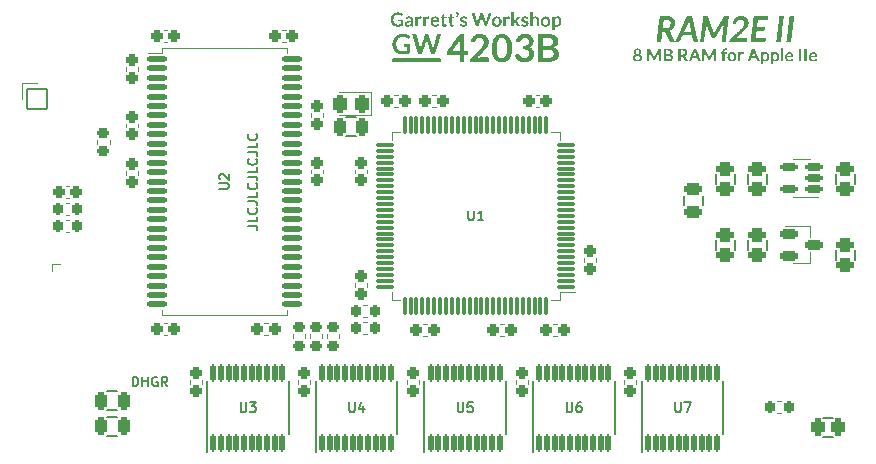
<source format=gto>
G04 #@! TF.GenerationSoftware,KiCad,Pcbnew,7.0.10*
G04 #@! TF.CreationDate,2024-02-07T20:48:26-05:00*
G04 #@! TF.ProjectId,RAM2E,52414d32-452e-46b6-9963-61645f706362,2.1*
G04 #@! TF.SameCoordinates,Original*
G04 #@! TF.FileFunction,Legend,Top*
G04 #@! TF.FilePolarity,Positive*
%FSLAX46Y46*%
G04 Gerber Fmt 4.6, Leading zero omitted, Abs format (unit mm)*
G04 Created by KiCad (PCBNEW 7.0.10) date 2024-02-07 20:48:26*
%MOMM*%
%LPD*%
G01*
G04 APERTURE LIST*
G04 Aperture macros list*
%AMRoundRect*
0 Rectangle with rounded corners*
0 $1 Rounding radius*
0 $2 $3 $4 $5 $6 $7 $8 $9 X,Y pos of 4 corners*
0 Add a 4 corners polygon primitive as box body*
4,1,4,$2,$3,$4,$5,$6,$7,$8,$9,$2,$3,0*
0 Add four circle primitives for the rounded corners*
1,1,$1+$1,$2,$3*
1,1,$1+$1,$4,$5*
1,1,$1+$1,$6,$7*
1,1,$1+$1,$8,$9*
0 Add four rect primitives between the rounded corners*
20,1,$1+$1,$2,$3,$4,$5,0*
20,1,$1+$1,$4,$5,$6,$7,0*
20,1,$1+$1,$6,$7,$8,$9,0*
20,1,$1+$1,$8,$9,$2,$3,0*%
G04 Aperture macros list end*
%ADD10C,0.203200*%
%ADD11C,0.150000*%
%ADD12C,0.120000*%
%ADD13C,0.152400*%
%ADD14C,0.000000*%
%ADD15C,0.076200*%
%ADD16C,2.000000*%
%ADD17RoundRect,0.124500X0.124500X-0.624500X0.124500X0.624500X-0.124500X0.624500X-0.124500X-0.624500X0*%
%ADD18RoundRect,0.237500X-0.287500X0.237500X-0.287500X-0.237500X0.287500X-0.237500X0.287500X0.237500X0*%
%ADD19RoundRect,0.419100X0.419100X3.327100X-0.419100X3.327100X-0.419100X-3.327100X0.419100X-3.327100X0*%
%ADD20RoundRect,0.237500X0.287500X-0.237500X0.287500X0.237500X-0.287500X0.237500X-0.287500X-0.237500X0*%
%ADD21RoundRect,0.139500X-0.665500X-0.139500X0.665500X-0.139500X0.665500X0.139500X-0.665500X0.139500X0*%
%ADD22C,2.152400*%
%ADD23RoundRect,0.287500X0.287500X0.462500X-0.287500X0.462500X-0.287500X-0.462500X0.287500X-0.462500X0*%
%ADD24RoundRect,0.287500X-0.462500X0.287500X-0.462500X-0.287500X0.462500X-0.287500X0.462500X0.287500X0*%
%ADD25RoundRect,0.237500X-0.237500X-0.287500X0.237500X-0.287500X0.237500X0.287500X-0.237500X0.287500X0*%
%ADD26RoundRect,0.237500X-0.237500X-0.512500X0.237500X-0.512500X0.237500X0.512500X-0.237500X0.512500X0*%
%ADD27C,1.448000*%
%ADD28RoundRect,0.287500X0.462500X-0.287500X0.462500X0.287500X-0.462500X0.287500X-0.462500X-0.287500X0*%
%ADD29RoundRect,0.225000X-0.500000X-0.225000X0.500000X-0.225000X0.500000X0.225000X-0.500000X0.225000X0*%
%ADD30RoundRect,0.237500X0.512500X-0.237500X0.512500X0.237500X-0.512500X0.237500X-0.512500X-0.237500X0*%
%ADD31RoundRect,0.076200X-0.850000X-0.850000X0.850000X-0.850000X0.850000X0.850000X-0.850000X0.850000X0*%
%ADD32O,1.852400X1.852400*%
%ADD33RoundRect,0.200000X-0.200000X-0.325000X0.200000X-0.325000X0.200000X0.325000X-0.200000X0.325000X0*%
%ADD34RoundRect,0.237500X0.237500X0.287500X-0.237500X0.287500X-0.237500X-0.287500X0.237500X-0.287500X0*%
%ADD35C,2.527300*%
%ADD36C,1.143000*%
%ADD37C,0.939800*%
%ADD38RoundRect,0.281850X0.281850X0.494350X-0.281850X0.494350X-0.281850X-0.494350X0.281850X-0.494350X0*%
%ADD39RoundRect,0.200000X-0.325000X0.200000X-0.325000X-0.200000X0.325000X-0.200000X0.325000X0.200000X0*%
%ADD40RoundRect,0.087000X0.674500X0.087000X-0.674500X0.087000X-0.674500X-0.087000X0.674500X-0.087000X0*%
%ADD41RoundRect,0.087000X0.087000X0.674500X-0.087000X0.674500X-0.087000X-0.674500X0.087000X-0.674500X0*%
%ADD42RoundRect,0.200000X0.200000X0.325000X-0.200000X0.325000X-0.200000X-0.325000X0.200000X-0.325000X0*%
%ADD43RoundRect,0.200000X0.325000X-0.200000X0.325000X0.200000X-0.325000X0.200000X-0.325000X-0.200000X0*%
%ADD44RoundRect,0.187500X0.537500X0.187500X-0.537500X0.187500X-0.537500X-0.187500X0.537500X-0.187500X0*%
G04 APERTURE END LIST*
D10*
X220752649Y-109204361D02*
X221333221Y-109204361D01*
X221333221Y-109204361D02*
X221449335Y-109243066D01*
X221449335Y-109243066D02*
X221526745Y-109320475D01*
X221526745Y-109320475D02*
X221565449Y-109436590D01*
X221565449Y-109436590D02*
X221565449Y-109513999D01*
X221565449Y-108430266D02*
X221565449Y-108817314D01*
X221565449Y-108817314D02*
X220752649Y-108817314D01*
X221488040Y-107694876D02*
X221526745Y-107733580D01*
X221526745Y-107733580D02*
X221565449Y-107849695D01*
X221565449Y-107849695D02*
X221565449Y-107927104D01*
X221565449Y-107927104D02*
X221526745Y-108043218D01*
X221526745Y-108043218D02*
X221449335Y-108120628D01*
X221449335Y-108120628D02*
X221371925Y-108159333D01*
X221371925Y-108159333D02*
X221217106Y-108198037D01*
X221217106Y-108198037D02*
X221100992Y-108198037D01*
X221100992Y-108198037D02*
X220946173Y-108159333D01*
X220946173Y-108159333D02*
X220868764Y-108120628D01*
X220868764Y-108120628D02*
X220791354Y-108043218D01*
X220791354Y-108043218D02*
X220752649Y-107927104D01*
X220752649Y-107927104D02*
X220752649Y-107849695D01*
X220752649Y-107849695D02*
X220791354Y-107733580D01*
X220791354Y-107733580D02*
X220830059Y-107694876D01*
X220752649Y-107114304D02*
X221333221Y-107114304D01*
X221333221Y-107114304D02*
X221449335Y-107153009D01*
X221449335Y-107153009D02*
X221526745Y-107230418D01*
X221526745Y-107230418D02*
X221565449Y-107346533D01*
X221565449Y-107346533D02*
X221565449Y-107423942D01*
X221565449Y-106340209D02*
X221565449Y-106727257D01*
X221565449Y-106727257D02*
X220752649Y-106727257D01*
X221488040Y-105604819D02*
X221526745Y-105643523D01*
X221526745Y-105643523D02*
X221565449Y-105759638D01*
X221565449Y-105759638D02*
X221565449Y-105837047D01*
X221565449Y-105837047D02*
X221526745Y-105953161D01*
X221526745Y-105953161D02*
X221449335Y-106030571D01*
X221449335Y-106030571D02*
X221371925Y-106069276D01*
X221371925Y-106069276D02*
X221217106Y-106107980D01*
X221217106Y-106107980D02*
X221100992Y-106107980D01*
X221100992Y-106107980D02*
X220946173Y-106069276D01*
X220946173Y-106069276D02*
X220868764Y-106030571D01*
X220868764Y-106030571D02*
X220791354Y-105953161D01*
X220791354Y-105953161D02*
X220752649Y-105837047D01*
X220752649Y-105837047D02*
X220752649Y-105759638D01*
X220752649Y-105759638D02*
X220791354Y-105643523D01*
X220791354Y-105643523D02*
X220830059Y-105604819D01*
X220752649Y-105024247D02*
X221333221Y-105024247D01*
X221333221Y-105024247D02*
X221449335Y-105062952D01*
X221449335Y-105062952D02*
X221526745Y-105140361D01*
X221526745Y-105140361D02*
X221565449Y-105256476D01*
X221565449Y-105256476D02*
X221565449Y-105333885D01*
X221565449Y-104250152D02*
X221565449Y-104637200D01*
X221565449Y-104637200D02*
X220752649Y-104637200D01*
X221488040Y-103514762D02*
X221526745Y-103553466D01*
X221526745Y-103553466D02*
X221565449Y-103669581D01*
X221565449Y-103669581D02*
X221565449Y-103746990D01*
X221565449Y-103746990D02*
X221526745Y-103863104D01*
X221526745Y-103863104D02*
X221449335Y-103940514D01*
X221449335Y-103940514D02*
X221371925Y-103979219D01*
X221371925Y-103979219D02*
X221217106Y-104017923D01*
X221217106Y-104017923D02*
X221100992Y-104017923D01*
X221100992Y-104017923D02*
X220946173Y-103979219D01*
X220946173Y-103979219D02*
X220868764Y-103940514D01*
X220868764Y-103940514D02*
X220791354Y-103863104D01*
X220791354Y-103863104D02*
X220752649Y-103746990D01*
X220752649Y-103746990D02*
X220752649Y-103669581D01*
X220752649Y-103669581D02*
X220791354Y-103553466D01*
X220791354Y-103553466D02*
X220830059Y-103514762D01*
X220752649Y-102934190D02*
X221333221Y-102934190D01*
X221333221Y-102934190D02*
X221449335Y-102972895D01*
X221449335Y-102972895D02*
X221526745Y-103050304D01*
X221526745Y-103050304D02*
X221565449Y-103166419D01*
X221565449Y-103166419D02*
X221565449Y-103243828D01*
X221565449Y-102160095D02*
X221565449Y-102547143D01*
X221565449Y-102547143D02*
X220752649Y-102547143D01*
X221488040Y-101424705D02*
X221526745Y-101463409D01*
X221526745Y-101463409D02*
X221565449Y-101579524D01*
X221565449Y-101579524D02*
X221565449Y-101656933D01*
X221565449Y-101656933D02*
X221526745Y-101773047D01*
X221526745Y-101773047D02*
X221449335Y-101850457D01*
X221449335Y-101850457D02*
X221371925Y-101889162D01*
X221371925Y-101889162D02*
X221217106Y-101927866D01*
X221217106Y-101927866D02*
X221100992Y-101927866D01*
X221100992Y-101927866D02*
X220946173Y-101889162D01*
X220946173Y-101889162D02*
X220868764Y-101850457D01*
X220868764Y-101850457D02*
X220791354Y-101773047D01*
X220791354Y-101773047D02*
X220752649Y-101656933D01*
X220752649Y-101656933D02*
X220752649Y-101579524D01*
X220752649Y-101579524D02*
X220791354Y-101463409D01*
X220791354Y-101463409D02*
X220830059Y-101424705D01*
X211019571Y-122793449D02*
X211019571Y-121980649D01*
X211019571Y-121980649D02*
X211213095Y-121980649D01*
X211213095Y-121980649D02*
X211329209Y-122019354D01*
X211329209Y-122019354D02*
X211406619Y-122096764D01*
X211406619Y-122096764D02*
X211445324Y-122174173D01*
X211445324Y-122174173D02*
X211484028Y-122328992D01*
X211484028Y-122328992D02*
X211484028Y-122445106D01*
X211484028Y-122445106D02*
X211445324Y-122599925D01*
X211445324Y-122599925D02*
X211406619Y-122677335D01*
X211406619Y-122677335D02*
X211329209Y-122754745D01*
X211329209Y-122754745D02*
X211213095Y-122793449D01*
X211213095Y-122793449D02*
X211019571Y-122793449D01*
X211832371Y-122793449D02*
X211832371Y-121980649D01*
X211832371Y-122367697D02*
X212296828Y-122367697D01*
X212296828Y-122793449D02*
X212296828Y-121980649D01*
X213109629Y-122019354D02*
X213032219Y-121980649D01*
X213032219Y-121980649D02*
X212916105Y-121980649D01*
X212916105Y-121980649D02*
X212799991Y-122019354D01*
X212799991Y-122019354D02*
X212722581Y-122096764D01*
X212722581Y-122096764D02*
X212683876Y-122174173D01*
X212683876Y-122174173D02*
X212645172Y-122328992D01*
X212645172Y-122328992D02*
X212645172Y-122445106D01*
X212645172Y-122445106D02*
X212683876Y-122599925D01*
X212683876Y-122599925D02*
X212722581Y-122677335D01*
X212722581Y-122677335D02*
X212799991Y-122754745D01*
X212799991Y-122754745D02*
X212916105Y-122793449D01*
X212916105Y-122793449D02*
X212993514Y-122793449D01*
X212993514Y-122793449D02*
X213109629Y-122754745D01*
X213109629Y-122754745D02*
X213148333Y-122716040D01*
X213148333Y-122716040D02*
X213148333Y-122445106D01*
X213148333Y-122445106D02*
X212993514Y-122445106D01*
X213961133Y-122793449D02*
X213690200Y-122406402D01*
X213496676Y-122793449D02*
X213496676Y-121980649D01*
X213496676Y-121980649D02*
X213806314Y-121980649D01*
X213806314Y-121980649D02*
X213883724Y-122019354D01*
X213883724Y-122019354D02*
X213922429Y-122058059D01*
X213922429Y-122058059D02*
X213961133Y-122135468D01*
X213961133Y-122135468D02*
X213961133Y-122251583D01*
X213961133Y-122251583D02*
X213922429Y-122328992D01*
X213922429Y-122328992D02*
X213883724Y-122367697D01*
X213883724Y-122367697D02*
X213806314Y-122406402D01*
X213806314Y-122406402D02*
X213496676Y-122406402D01*
X238555723Y-124152649D02*
X238555723Y-124810630D01*
X238555723Y-124810630D02*
X238594428Y-124888040D01*
X238594428Y-124888040D02*
X238633133Y-124926745D01*
X238633133Y-124926745D02*
X238710542Y-124965449D01*
X238710542Y-124965449D02*
X238865361Y-124965449D01*
X238865361Y-124965449D02*
X238942771Y-124926745D01*
X238942771Y-124926745D02*
X238981476Y-124888040D01*
X238981476Y-124888040D02*
X239020180Y-124810630D01*
X239020180Y-124810630D02*
X239020180Y-124152649D01*
X239794276Y-124152649D02*
X239407228Y-124152649D01*
X239407228Y-124152649D02*
X239368524Y-124539697D01*
X239368524Y-124539697D02*
X239407228Y-124500992D01*
X239407228Y-124500992D02*
X239484638Y-124462287D01*
X239484638Y-124462287D02*
X239678162Y-124462287D01*
X239678162Y-124462287D02*
X239755571Y-124500992D01*
X239755571Y-124500992D02*
X239794276Y-124539697D01*
X239794276Y-124539697D02*
X239832981Y-124617106D01*
X239832981Y-124617106D02*
X239832981Y-124810630D01*
X239832981Y-124810630D02*
X239794276Y-124888040D01*
X239794276Y-124888040D02*
X239755571Y-124926745D01*
X239755571Y-124926745D02*
X239678162Y-124965449D01*
X239678162Y-124965449D02*
X239484638Y-124965449D01*
X239484638Y-124965449D02*
X239407228Y-124926745D01*
X239407228Y-124926745D02*
X239368524Y-124888040D01*
X256955723Y-124152649D02*
X256955723Y-124810630D01*
X256955723Y-124810630D02*
X256994428Y-124888040D01*
X256994428Y-124888040D02*
X257033133Y-124926745D01*
X257033133Y-124926745D02*
X257110542Y-124965449D01*
X257110542Y-124965449D02*
X257265361Y-124965449D01*
X257265361Y-124965449D02*
X257342771Y-124926745D01*
X257342771Y-124926745D02*
X257381476Y-124888040D01*
X257381476Y-124888040D02*
X257420180Y-124810630D01*
X257420180Y-124810630D02*
X257420180Y-124152649D01*
X257729819Y-124152649D02*
X258271685Y-124152649D01*
X258271685Y-124152649D02*
X257923343Y-124965449D01*
X220155723Y-124152649D02*
X220155723Y-124810630D01*
X220155723Y-124810630D02*
X220194428Y-124888040D01*
X220194428Y-124888040D02*
X220233133Y-124926745D01*
X220233133Y-124926745D02*
X220310542Y-124965449D01*
X220310542Y-124965449D02*
X220465361Y-124965449D01*
X220465361Y-124965449D02*
X220542771Y-124926745D01*
X220542771Y-124926745D02*
X220581476Y-124888040D01*
X220581476Y-124888040D02*
X220620180Y-124810630D01*
X220620180Y-124810630D02*
X220620180Y-124152649D01*
X220929819Y-124152649D02*
X221432981Y-124152649D01*
X221432981Y-124152649D02*
X221162047Y-124462287D01*
X221162047Y-124462287D02*
X221278162Y-124462287D01*
X221278162Y-124462287D02*
X221355571Y-124500992D01*
X221355571Y-124500992D02*
X221394276Y-124539697D01*
X221394276Y-124539697D02*
X221432981Y-124617106D01*
X221432981Y-124617106D02*
X221432981Y-124810630D01*
X221432981Y-124810630D02*
X221394276Y-124888040D01*
X221394276Y-124888040D02*
X221355571Y-124926745D01*
X221355571Y-124926745D02*
X221278162Y-124965449D01*
X221278162Y-124965449D02*
X221045933Y-124965449D01*
X221045933Y-124965449D02*
X220968524Y-124926745D01*
X220968524Y-124926745D02*
X220929819Y-124888040D01*
X247755723Y-124152649D02*
X247755723Y-124810630D01*
X247755723Y-124810630D02*
X247794428Y-124888040D01*
X247794428Y-124888040D02*
X247833133Y-124926745D01*
X247833133Y-124926745D02*
X247910542Y-124965449D01*
X247910542Y-124965449D02*
X248065361Y-124965449D01*
X248065361Y-124965449D02*
X248142771Y-124926745D01*
X248142771Y-124926745D02*
X248181476Y-124888040D01*
X248181476Y-124888040D02*
X248220180Y-124810630D01*
X248220180Y-124810630D02*
X248220180Y-124152649D01*
X248955571Y-124152649D02*
X248800752Y-124152649D01*
X248800752Y-124152649D02*
X248723343Y-124191354D01*
X248723343Y-124191354D02*
X248684638Y-124230059D01*
X248684638Y-124230059D02*
X248607228Y-124346173D01*
X248607228Y-124346173D02*
X248568524Y-124500992D01*
X248568524Y-124500992D02*
X248568524Y-124810630D01*
X248568524Y-124810630D02*
X248607228Y-124888040D01*
X248607228Y-124888040D02*
X248645933Y-124926745D01*
X248645933Y-124926745D02*
X248723343Y-124965449D01*
X248723343Y-124965449D02*
X248878162Y-124965449D01*
X248878162Y-124965449D02*
X248955571Y-124926745D01*
X248955571Y-124926745D02*
X248994276Y-124888040D01*
X248994276Y-124888040D02*
X249032981Y-124810630D01*
X249032981Y-124810630D02*
X249032981Y-124617106D01*
X249032981Y-124617106D02*
X248994276Y-124539697D01*
X248994276Y-124539697D02*
X248955571Y-124500992D01*
X248955571Y-124500992D02*
X248878162Y-124462287D01*
X248878162Y-124462287D02*
X248723343Y-124462287D01*
X248723343Y-124462287D02*
X248645933Y-124500992D01*
X248645933Y-124500992D02*
X248607228Y-124539697D01*
X248607228Y-124539697D02*
X248568524Y-124617106D01*
X229355723Y-124152649D02*
X229355723Y-124810630D01*
X229355723Y-124810630D02*
X229394428Y-124888040D01*
X229394428Y-124888040D02*
X229433133Y-124926745D01*
X229433133Y-124926745D02*
X229510542Y-124965449D01*
X229510542Y-124965449D02*
X229665361Y-124965449D01*
X229665361Y-124965449D02*
X229742771Y-124926745D01*
X229742771Y-124926745D02*
X229781476Y-124888040D01*
X229781476Y-124888040D02*
X229820180Y-124810630D01*
X229820180Y-124810630D02*
X229820180Y-124152649D01*
X230555571Y-124423583D02*
X230555571Y-124965449D01*
X230362047Y-124113945D02*
X230168524Y-124694516D01*
X230168524Y-124694516D02*
X230671685Y-124694516D01*
X218352649Y-106069276D02*
X219010630Y-106069276D01*
X219010630Y-106069276D02*
X219088040Y-106030571D01*
X219088040Y-106030571D02*
X219126745Y-105991866D01*
X219126745Y-105991866D02*
X219165449Y-105914457D01*
X219165449Y-105914457D02*
X219165449Y-105759638D01*
X219165449Y-105759638D02*
X219126745Y-105682228D01*
X219126745Y-105682228D02*
X219088040Y-105643523D01*
X219088040Y-105643523D02*
X219010630Y-105604819D01*
X219010630Y-105604819D02*
X218352649Y-105604819D01*
X218430059Y-105256475D02*
X218391354Y-105217771D01*
X218391354Y-105217771D02*
X218352649Y-105140361D01*
X218352649Y-105140361D02*
X218352649Y-104946837D01*
X218352649Y-104946837D02*
X218391354Y-104869428D01*
X218391354Y-104869428D02*
X218430059Y-104830723D01*
X218430059Y-104830723D02*
X218507468Y-104792018D01*
X218507468Y-104792018D02*
X218584878Y-104792018D01*
X218584878Y-104792018D02*
X218700992Y-104830723D01*
X218700992Y-104830723D02*
X219165449Y-105295180D01*
X219165449Y-105295180D02*
X219165449Y-104792018D01*
X239430723Y-107902649D02*
X239430723Y-108560630D01*
X239430723Y-108560630D02*
X239469428Y-108638040D01*
X239469428Y-108638040D02*
X239508133Y-108676745D01*
X239508133Y-108676745D02*
X239585542Y-108715449D01*
X239585542Y-108715449D02*
X239740361Y-108715449D01*
X239740361Y-108715449D02*
X239817771Y-108676745D01*
X239817771Y-108676745D02*
X239856476Y-108638040D01*
X239856476Y-108638040D02*
X239895180Y-108560630D01*
X239895180Y-108560630D02*
X239895180Y-107902649D01*
X240707981Y-108715449D02*
X240243524Y-108715449D01*
X240475752Y-108715449D02*
X240475752Y-107902649D01*
X240475752Y-107902649D02*
X240398343Y-108018764D01*
X240398343Y-108018764D02*
X240320933Y-108096173D01*
X240320933Y-108096173D02*
X240243524Y-108134878D01*
D11*
X235725000Y-128350000D02*
X235725000Y-122375000D01*
X242625000Y-126825000D02*
X242625000Y-122375000D01*
D12*
X235260000Y-122237221D02*
X235260000Y-122562779D01*
X234240000Y-122237221D02*
X234240000Y-122562779D01*
X253660000Y-122237221D02*
X253660000Y-122562779D01*
X252640000Y-122237221D02*
X252640000Y-122562779D01*
D11*
X254125000Y-128350000D02*
X254125000Y-122375000D01*
X261025000Y-126825000D02*
X261025000Y-122375000D01*
D12*
X244460000Y-122237221D02*
X244460000Y-122562779D01*
X243440000Y-122237221D02*
X243440000Y-122562779D01*
D11*
X217325000Y-128350000D02*
X217325000Y-122375000D01*
X224225000Y-126825000D02*
X224225000Y-122375000D01*
X244925000Y-128350000D02*
X244925000Y-122375000D01*
X251825000Y-126825000D02*
X251825000Y-122375000D01*
X226525000Y-128350000D02*
X226525000Y-122375000D01*
X233425000Y-126825000D02*
X233425000Y-122375000D01*
D12*
X226060000Y-122237221D02*
X226060000Y-122562779D01*
X225040000Y-122237221D02*
X225040000Y-122562779D01*
X227110000Y-104437221D02*
X227110000Y-104762779D01*
X226090000Y-104437221D02*
X226090000Y-104762779D01*
X210490000Y-100862779D02*
X210490000Y-100537221D01*
X211510000Y-100862779D02*
X211510000Y-100537221D01*
X210490000Y-96062779D02*
X210490000Y-95737221D01*
X211510000Y-96062779D02*
X211510000Y-95737221D01*
X210490000Y-104862779D02*
X210490000Y-104537221D01*
X211510000Y-104862779D02*
X211510000Y-104537221D01*
X227110000Y-99637221D02*
X227110000Y-99962779D01*
X226090000Y-99637221D02*
X226090000Y-99962779D01*
X224100000Y-94150000D02*
X224100000Y-94550000D01*
X213500000Y-94150000D02*
X224100000Y-94150000D01*
X213500000Y-94550000D02*
X213500000Y-94150000D01*
X212300000Y-94550000D02*
X213500000Y-94550000D01*
X224100000Y-116350000D02*
X224100000Y-116750000D01*
X213500000Y-116350000D02*
X213500000Y-116750000D01*
X213500000Y-116750000D02*
X224100000Y-116750000D01*
D13*
X270281400Y-127038000D02*
X269468600Y-127038000D01*
X270281400Y-125438000D02*
X269468600Y-125438000D01*
X272150000Y-111243600D02*
X272150000Y-112056400D01*
X270550000Y-111243600D02*
X270550000Y-112056400D01*
D12*
X223637221Y-92640000D02*
X223962779Y-92640000D01*
X223637221Y-93660000D02*
X223962779Y-93660000D01*
D13*
X208889600Y-125374500D02*
X209702400Y-125374500D01*
X208889600Y-126974500D02*
X209702400Y-126974500D01*
X208889600Y-123215500D02*
X209702400Y-123215500D01*
X208889600Y-124815500D02*
X209702400Y-124815500D01*
X263100000Y-111206400D02*
X263100000Y-110393600D01*
X264700000Y-111206400D02*
X264700000Y-110393600D01*
D12*
X268410000Y-112380000D02*
X268410000Y-111450000D01*
X268410000Y-112380000D02*
X266950000Y-112380000D01*
X268410000Y-109220000D02*
X268410000Y-110150000D01*
X268410000Y-109220000D02*
X266250000Y-109220000D01*
D13*
X260400000Y-111206400D02*
X260400000Y-110393600D01*
X262000000Y-111206400D02*
X262000000Y-110393600D01*
D12*
X213637221Y-92640000D02*
X213962779Y-92640000D01*
X213637221Y-93660000D02*
X213962779Y-93660000D01*
X216860000Y-122237221D02*
X216860000Y-122562779D01*
X215840000Y-122237221D02*
X215840000Y-122562779D01*
X213637221Y-117440000D02*
X213962779Y-117440000D01*
X213637221Y-118460000D02*
X213962779Y-118460000D01*
D13*
X263100000Y-105656400D02*
X263100000Y-104843600D01*
X264700000Y-105656400D02*
X264700000Y-104843600D01*
X260400000Y-105656400D02*
X260400000Y-104843600D01*
X262000000Y-105656400D02*
X262000000Y-104843600D01*
X257700000Y-107456400D02*
X257700000Y-106643600D01*
X259300000Y-107456400D02*
X259300000Y-106643600D01*
D12*
X222137221Y-117440000D02*
X222462779Y-117440000D01*
X222137221Y-118460000D02*
X222462779Y-118460000D01*
X201616000Y-97095000D02*
X202946000Y-97095000D01*
X201616000Y-98425000D02*
X201616000Y-97095000D01*
X265587221Y-123990000D02*
X265912779Y-123990000D01*
X265587221Y-125010000D02*
X265912779Y-125010000D01*
X246637221Y-117540000D02*
X246962779Y-117540000D01*
X246637221Y-118560000D02*
X246962779Y-118560000D01*
X233462779Y-99160000D02*
X233137221Y-99160000D01*
X233462779Y-98140000D02*
X233137221Y-98140000D01*
X204216000Y-112395000D02*
X204851000Y-112395000D01*
X204216000Y-113030000D02*
X204216000Y-112395000D01*
D13*
X229093600Y-100000000D02*
X229906400Y-100000000D01*
X229093600Y-101600000D02*
X229906400Y-101600000D01*
D12*
X231185000Y-99810000D02*
X231185000Y-97890000D01*
X231185000Y-97890000D02*
X228500000Y-97890000D01*
X228500000Y-99810000D02*
X231185000Y-99810000D01*
X227060000Y-118387221D02*
X227060000Y-118712779D01*
X226040000Y-118387221D02*
X226040000Y-118712779D01*
X228510000Y-118387221D02*
X228510000Y-118712779D01*
X227490000Y-118387221D02*
X227490000Y-118712779D01*
X225610000Y-118387221D02*
X225610000Y-118712779D01*
X224590000Y-118387221D02*
X224590000Y-118712779D01*
X232940000Y-115460000D02*
X232940000Y-114760000D01*
X233640000Y-115460000D02*
X232940000Y-115460000D01*
X246460000Y-115460000D02*
X247160000Y-115460000D01*
X247160000Y-115460000D02*
X247160000Y-114760000D01*
X247160000Y-114760000D02*
X248450000Y-114760000D01*
X232940000Y-101240000D02*
X232940000Y-101940000D01*
X233640000Y-101240000D02*
X232940000Y-101240000D01*
X246460000Y-101240000D02*
X247160000Y-101240000D01*
X247160000Y-101240000D02*
X247160000Y-101940000D01*
X205662779Y-106810000D02*
X205337221Y-106810000D01*
X205662779Y-105790000D02*
X205337221Y-105790000D01*
X205662779Y-108260000D02*
X205337221Y-108260000D01*
X205662779Y-107240000D02*
X205337221Y-107240000D01*
X205662779Y-109710000D02*
X205337221Y-109710000D01*
X205662779Y-108690000D02*
X205337221Y-108690000D01*
X236387221Y-98140000D02*
X236712779Y-98140000D01*
X236387221Y-99160000D02*
X236712779Y-99160000D01*
X230860000Y-104437221D02*
X230860000Y-104762779D01*
X229840000Y-104437221D02*
X229840000Y-104762779D01*
X230860000Y-114037221D02*
X230860000Y-114362779D01*
X229840000Y-114037221D02*
X229840000Y-114362779D01*
X235962779Y-118560000D02*
X235637221Y-118560000D01*
X235962779Y-117540000D02*
X235637221Y-117540000D01*
X242462779Y-118560000D02*
X242137221Y-118560000D01*
X242462779Y-117540000D02*
X242137221Y-117540000D01*
X249240000Y-112262779D02*
X249240000Y-111937221D01*
X250260000Y-112262779D02*
X250260000Y-111937221D01*
X245462779Y-99160000D02*
X245137221Y-99160000D01*
X245462779Y-98140000D02*
X245137221Y-98140000D01*
X230537221Y-117340000D02*
X230862779Y-117340000D01*
X230537221Y-118360000D02*
X230862779Y-118360000D01*
X230537221Y-115890000D02*
X230862779Y-115890000D01*
X230537221Y-116910000D02*
X230862779Y-116910000D01*
X208040000Y-102262779D02*
X208040000Y-101937221D01*
X209060000Y-102262779D02*
X209060000Y-101937221D01*
X266890000Y-106730000D02*
X269050000Y-106730000D01*
X266890000Y-103570000D02*
X268350000Y-103570000D01*
G36*
X238572185Y-91068498D02*
G01*
X238576425Y-91073855D01*
X238583124Y-91085067D01*
X238588736Y-91095627D01*
X238610825Y-91149031D01*
X238623464Y-91203043D01*
X238626685Y-91257163D01*
X238620516Y-91310890D01*
X238604987Y-91363722D01*
X238580129Y-91415160D01*
X238568618Y-91433670D01*
X238558453Y-91447659D01*
X238544823Y-91464508D01*
X238529102Y-91482736D01*
X238512663Y-91500861D01*
X238496879Y-91517403D01*
X238483126Y-91530881D01*
X238472776Y-91539814D01*
X238467441Y-91542745D01*
X238461959Y-91540406D01*
X238450681Y-91534229D01*
X238435879Y-91525469D01*
X238433392Y-91523947D01*
X238417445Y-91513777D01*
X238404075Y-91504604D01*
X238395980Y-91498284D01*
X238395616Y-91497932D01*
X238389039Y-91486476D01*
X238389778Y-91471922D01*
X238398029Y-91453485D01*
X238411985Y-91432997D01*
X238438229Y-91392555D01*
X238455051Y-91352505D01*
X238462519Y-91312227D01*
X238460702Y-91271104D01*
X238449667Y-91228515D01*
X238437662Y-91199917D01*
X238426322Y-91174126D01*
X238420347Y-91154761D01*
X238419554Y-91140480D01*
X238423758Y-91129942D01*
X238427542Y-91125780D01*
X238435034Y-91121164D01*
X238449000Y-91114389D01*
X238467578Y-91106189D01*
X238488908Y-91097304D01*
X238511131Y-91088468D01*
X238532387Y-91080419D01*
X238550814Y-91073894D01*
X238564553Y-91069628D01*
X238571744Y-91068360D01*
X238572185Y-91068498D01*
G37*
G36*
X235433954Y-91466150D02*
G01*
X235465379Y-91475694D01*
X235490915Y-91490267D01*
X235491710Y-91490893D01*
X235493495Y-91495818D01*
X235493380Y-91506907D01*
X235491282Y-91525112D01*
X235487115Y-91551381D01*
X235485498Y-91560699D01*
X235480875Y-91586314D01*
X235476377Y-91610103D01*
X235472465Y-91629697D01*
X235469602Y-91642730D01*
X235469191Y-91644357D01*
X235464268Y-91657085D01*
X235456514Y-91665022D01*
X235444400Y-91668597D01*
X235426397Y-91668241D01*
X235400975Y-91664381D01*
X235399102Y-91664032D01*
X235353014Y-91659196D01*
X235311150Y-91662856D01*
X235273266Y-91675125D01*
X235239119Y-91696116D01*
X235208465Y-91725940D01*
X235181273Y-91764353D01*
X235164287Y-91792703D01*
X235164287Y-92054237D01*
X235164287Y-92315770D01*
X235061695Y-92315770D01*
X234959102Y-92315770D01*
X234959102Y-91898243D01*
X234959102Y-91480715D01*
X235035667Y-91480715D01*
X235064347Y-91480769D01*
X235085074Y-91481071D01*
X235099439Y-91481828D01*
X235109032Y-91483249D01*
X235115443Y-91485541D01*
X235120263Y-91488913D01*
X235123750Y-91492233D01*
X235129648Y-91498683D01*
X235134041Y-91505594D01*
X235137416Y-91514747D01*
X235140259Y-91527923D01*
X235143056Y-91546902D01*
X235146293Y-91573465D01*
X235146562Y-91575767D01*
X235152358Y-91625487D01*
X235169511Y-91599625D01*
X235202024Y-91556992D01*
X235238097Y-91521323D01*
X235276762Y-91493407D01*
X235317054Y-91474035D01*
X235327485Y-91470553D01*
X235362693Y-91463293D01*
X235398954Y-91461921D01*
X235433954Y-91466150D01*
G37*
G36*
X236097227Y-91466150D02*
G01*
X236128652Y-91475694D01*
X236154188Y-91490267D01*
X236154983Y-91490893D01*
X236156767Y-91495818D01*
X236156653Y-91506907D01*
X236154554Y-91525112D01*
X236150388Y-91551381D01*
X236148770Y-91560699D01*
X236144147Y-91586314D01*
X236139649Y-91610103D01*
X236135738Y-91629697D01*
X236132874Y-91642730D01*
X236132464Y-91644357D01*
X236127540Y-91657085D01*
X236119787Y-91665022D01*
X236107673Y-91668597D01*
X236089669Y-91668241D01*
X236064247Y-91664381D01*
X236062375Y-91664032D01*
X236016286Y-91659196D01*
X235974422Y-91662856D01*
X235936539Y-91675125D01*
X235902392Y-91696116D01*
X235871738Y-91725940D01*
X235844546Y-91764353D01*
X235827560Y-91792703D01*
X235827560Y-92054237D01*
X235827560Y-92315770D01*
X235724967Y-92315770D01*
X235622375Y-92315770D01*
X235622375Y-91898243D01*
X235622375Y-91480715D01*
X235698940Y-91480715D01*
X235727620Y-91480769D01*
X235748347Y-91481071D01*
X235762711Y-91481828D01*
X235772304Y-91483249D01*
X235778716Y-91485541D01*
X235783536Y-91488913D01*
X235787023Y-91492233D01*
X235792921Y-91498683D01*
X235797314Y-91505594D01*
X235800689Y-91514747D01*
X235803532Y-91527923D01*
X235806328Y-91546902D01*
X235809565Y-91573465D01*
X235809834Y-91575767D01*
X235815631Y-91625487D01*
X235832783Y-91599625D01*
X235865297Y-91556992D01*
X235901370Y-91521323D01*
X235940035Y-91493407D01*
X235980327Y-91474035D01*
X235990758Y-91470553D01*
X236025966Y-91463293D01*
X236062227Y-91461921D01*
X236097227Y-91466150D01*
G37*
G36*
X242892192Y-91466150D02*
G01*
X242923617Y-91475694D01*
X242949153Y-91490267D01*
X242949948Y-91490893D01*
X242951733Y-91495818D01*
X242951618Y-91506907D01*
X242949520Y-91525112D01*
X242945353Y-91551381D01*
X242943736Y-91560699D01*
X242939112Y-91586314D01*
X242934614Y-91610103D01*
X242930703Y-91629697D01*
X242927840Y-91642730D01*
X242927429Y-91644357D01*
X242922506Y-91657085D01*
X242914752Y-91665022D01*
X242902638Y-91668597D01*
X242884635Y-91668241D01*
X242859213Y-91664381D01*
X242857340Y-91664032D01*
X242811252Y-91659196D01*
X242769387Y-91662856D01*
X242731504Y-91675125D01*
X242697357Y-91696116D01*
X242666703Y-91725940D01*
X242639511Y-91764353D01*
X242622525Y-91792703D01*
X242622525Y-92054237D01*
X242622525Y-92315770D01*
X242519933Y-92315770D01*
X242417340Y-92315770D01*
X242417340Y-91898243D01*
X242417340Y-91480715D01*
X242493905Y-91480715D01*
X242522585Y-91480769D01*
X242543312Y-91481071D01*
X242557677Y-91481828D01*
X242567269Y-91483249D01*
X242573681Y-91485541D01*
X242578501Y-91488913D01*
X242581988Y-91492233D01*
X242587886Y-91498683D01*
X242592279Y-91505594D01*
X242595654Y-91514747D01*
X242598497Y-91527923D01*
X242601294Y-91546902D01*
X242604531Y-91573465D01*
X242604799Y-91575767D01*
X242610596Y-91625487D01*
X242627749Y-91599625D01*
X242660262Y-91556992D01*
X242696335Y-91521323D01*
X242735000Y-91493407D01*
X242775292Y-91474035D01*
X242785723Y-91470553D01*
X242820931Y-91463293D01*
X242857192Y-91461921D01*
X242892192Y-91466150D01*
G37*
G36*
X244898648Y-91332791D02*
G01*
X244898703Y-91378524D01*
X244898860Y-91421215D01*
X244899109Y-91459941D01*
X244899438Y-91493780D01*
X244899837Y-91521809D01*
X244900295Y-91543108D01*
X244900801Y-91556753D01*
X244901343Y-91561823D01*
X244901370Y-91561835D01*
X244906216Y-91559038D01*
X244916049Y-91551774D01*
X244926422Y-91543496D01*
X244969006Y-91512666D01*
X245012181Y-91490187D01*
X245057600Y-91475531D01*
X245106913Y-91468167D01*
X245161775Y-91467567D01*
X245163092Y-91467627D01*
X245215705Y-91473842D01*
X245262254Y-91487362D01*
X245303028Y-91508370D01*
X245338312Y-91537047D01*
X245368393Y-91573575D01*
X245390456Y-91611681D01*
X245397111Y-91625279D01*
X245402854Y-91637648D01*
X245407757Y-91649585D01*
X245411892Y-91661884D01*
X245415331Y-91675339D01*
X245418145Y-91690746D01*
X245420407Y-91708899D01*
X245422189Y-91730593D01*
X245423562Y-91756624D01*
X245424597Y-91787786D01*
X245425368Y-91824873D01*
X245425946Y-91868681D01*
X245426402Y-91920005D01*
X245426808Y-91979639D01*
X245427038Y-92016343D01*
X245428895Y-92315770D01*
X245326215Y-92315770D01*
X245223535Y-92315770D01*
X245222138Y-92021006D01*
X245220741Y-91726242D01*
X245204945Y-91694165D01*
X245188455Y-91666712D01*
X245169047Y-91646785D01*
X245145303Y-91633575D01*
X245115803Y-91626273D01*
X245081914Y-91624077D01*
X245038689Y-91628122D01*
X244997302Y-91640917D01*
X244957123Y-91662727D01*
X244918007Y-91693380D01*
X244898648Y-91710869D01*
X244898648Y-92013320D01*
X244898648Y-92315770D01*
X244796055Y-92315770D01*
X244693463Y-92315770D01*
X244693463Y-91709759D01*
X244693463Y-91103747D01*
X244796055Y-91103747D01*
X244898648Y-91103747D01*
X244898648Y-91332791D01*
G37*
G36*
X237416551Y-91356650D02*
G01*
X237416551Y-91490258D01*
X237526301Y-91490258D01*
X237636051Y-91490258D01*
X237636051Y-91561835D01*
X237636051Y-91633411D01*
X237526134Y-91633411D01*
X237416216Y-91633411D01*
X237417576Y-91873191D01*
X237417897Y-91927289D01*
X237418216Y-91972675D01*
X237418568Y-92010179D01*
X237418990Y-92040634D01*
X237419516Y-92064870D01*
X237420181Y-92083717D01*
X237421023Y-92098009D01*
X237422074Y-92108575D01*
X237423372Y-92116246D01*
X237424951Y-92121854D01*
X237426847Y-92126231D01*
X237428481Y-92129173D01*
X237445408Y-92149951D01*
X237466478Y-92162261D01*
X237491263Y-92166017D01*
X237519337Y-92161130D01*
X237541092Y-92152338D01*
X237556866Y-92144775D01*
X237569069Y-92140280D01*
X237579017Y-92139629D01*
X237588027Y-92143597D01*
X237597417Y-92152960D01*
X237608502Y-92168492D01*
X237622601Y-92190971D01*
X237631508Y-92205576D01*
X237661756Y-92255234D01*
X237646269Y-92268164D01*
X237627602Y-92281077D01*
X237602846Y-92294491D01*
X237575231Y-92306847D01*
X237547988Y-92316587D01*
X237542683Y-92318135D01*
X237517359Y-92323296D01*
X237486422Y-92326733D01*
X237452814Y-92328388D01*
X237419475Y-92328204D01*
X237389348Y-92326122D01*
X237365372Y-92322084D01*
X237363819Y-92321678D01*
X237324666Y-92306582D01*
X237289995Y-92284215D01*
X237261218Y-92255710D01*
X237239745Y-92222200D01*
X237239580Y-92221861D01*
X237234693Y-92211525D01*
X237230541Y-92201742D01*
X237227064Y-92191667D01*
X237224201Y-92180454D01*
X237221892Y-92167259D01*
X237220079Y-92151237D01*
X237218699Y-92131543D01*
X237217695Y-92107331D01*
X237217005Y-92077756D01*
X237216570Y-92041975D01*
X237216330Y-91999140D01*
X237216224Y-91948408D01*
X237216195Y-91892278D01*
X237216138Y-91633411D01*
X237164548Y-91633411D01*
X237141028Y-91633201D01*
X237125017Y-91632363D01*
X237114488Y-91630585D01*
X237107413Y-91627554D01*
X237102736Y-91623886D01*
X237095014Y-91613734D01*
X237090207Y-91599463D01*
X237087996Y-91579404D01*
X237088064Y-91551884D01*
X237088224Y-91547651D01*
X237089687Y-91511994D01*
X237125475Y-91506072D01*
X237148855Y-91502197D01*
X237173951Y-91498027D01*
X237192640Y-91494914D01*
X237224017Y-91489677D01*
X237244672Y-91376639D01*
X237250680Y-91344234D01*
X237256387Y-91314330D01*
X237261496Y-91288420D01*
X237265710Y-91267992D01*
X237268730Y-91254538D01*
X237269880Y-91250333D01*
X237275236Y-91239852D01*
X237283922Y-91232316D01*
X237297318Y-91227303D01*
X237316802Y-91224392D01*
X237343757Y-91223160D01*
X237359053Y-91223041D01*
X237416551Y-91223041D01*
X237416551Y-91356650D01*
G37*
G36*
X238046422Y-91356650D02*
G01*
X238046422Y-91490258D01*
X238156172Y-91490258D01*
X238265922Y-91490258D01*
X238265922Y-91561835D01*
X238265922Y-91633411D01*
X238156004Y-91633411D01*
X238046086Y-91633411D01*
X238047447Y-91873191D01*
X238047767Y-91927289D01*
X238048086Y-91972675D01*
X238048439Y-92010179D01*
X238048860Y-92040634D01*
X238049386Y-92064870D01*
X238050052Y-92083717D01*
X238050893Y-92098009D01*
X238051945Y-92108575D01*
X238053242Y-92116246D01*
X238054822Y-92121854D01*
X238056718Y-92126231D01*
X238058351Y-92129173D01*
X238075278Y-92149951D01*
X238096348Y-92162261D01*
X238121133Y-92166017D01*
X238149208Y-92161130D01*
X238170963Y-92152338D01*
X238186737Y-92144775D01*
X238198939Y-92140280D01*
X238208887Y-92139629D01*
X238217897Y-92143597D01*
X238227287Y-92152960D01*
X238238373Y-92168492D01*
X238252472Y-92190971D01*
X238261379Y-92205576D01*
X238291627Y-92255234D01*
X238276139Y-92268164D01*
X238257472Y-92281077D01*
X238232716Y-92294491D01*
X238205102Y-92306847D01*
X238177858Y-92316587D01*
X238172553Y-92318135D01*
X238147229Y-92323296D01*
X238116293Y-92326733D01*
X238082684Y-92328388D01*
X238049346Y-92328204D01*
X238019218Y-92326122D01*
X237995243Y-92322084D01*
X237993689Y-92321678D01*
X237954536Y-92306582D01*
X237919865Y-92284215D01*
X237891088Y-92255710D01*
X237869615Y-92222200D01*
X237869450Y-92221861D01*
X237864564Y-92211525D01*
X237860412Y-92201742D01*
X237856934Y-92191667D01*
X237854071Y-92180454D01*
X237851763Y-92167259D01*
X237849949Y-92151237D01*
X237848570Y-92131543D01*
X237847565Y-92107331D01*
X237846875Y-92077756D01*
X237846440Y-92041975D01*
X237846200Y-91999140D01*
X237846095Y-91948408D01*
X237846065Y-91892278D01*
X237846008Y-91633411D01*
X237794419Y-91633411D01*
X237770898Y-91633201D01*
X237754888Y-91632363D01*
X237744359Y-91630585D01*
X237737283Y-91627554D01*
X237732606Y-91623886D01*
X237724884Y-91613734D01*
X237720077Y-91599463D01*
X237717867Y-91579404D01*
X237717934Y-91551884D01*
X237718095Y-91547651D01*
X237719557Y-91511994D01*
X237755345Y-91506072D01*
X237778725Y-91502197D01*
X237803822Y-91498027D01*
X237822510Y-91494914D01*
X237853888Y-91489677D01*
X237874542Y-91376639D01*
X237880550Y-91344234D01*
X237886257Y-91314330D01*
X237891366Y-91288420D01*
X237895580Y-91267992D01*
X237898601Y-91254538D01*
X237899750Y-91250333D01*
X237905107Y-91239852D01*
X237913792Y-91232316D01*
X237927188Y-91227303D01*
X237946673Y-91224392D01*
X237973627Y-91223160D01*
X237988924Y-91223041D01*
X238046422Y-91223041D01*
X238046422Y-91356650D01*
G37*
G36*
X247042567Y-91463362D02*
G01*
X247085370Y-91469404D01*
X247123627Y-91481817D01*
X247159109Y-91501254D01*
X247193590Y-91528373D01*
X247208578Y-91542587D01*
X247239106Y-91576704D01*
X247263401Y-91612948D01*
X247283063Y-91653994D01*
X247294914Y-91686976D01*
X247309863Y-91745279D01*
X247319182Y-91808158D01*
X247322860Y-91873261D01*
X247320886Y-91938231D01*
X247313251Y-92000716D01*
X247299943Y-92058361D01*
X247296595Y-92069120D01*
X247273736Y-92125751D01*
X247244265Y-92176648D01*
X247208757Y-92221230D01*
X247167790Y-92258919D01*
X247121942Y-92289134D01*
X247071790Y-92311296D01*
X247048319Y-92318397D01*
X247024962Y-92322594D01*
X246995443Y-92325115D01*
X246962852Y-92325960D01*
X246930281Y-92325133D01*
X246900821Y-92322633D01*
X246877562Y-92318464D01*
X246876925Y-92318295D01*
X246843280Y-92306339D01*
X246809409Y-92289243D01*
X246779711Y-92269300D01*
X246774162Y-92264746D01*
X246754857Y-92248222D01*
X246754857Y-92417991D01*
X246754857Y-92587760D01*
X246652264Y-92587760D01*
X246549672Y-92587760D01*
X246549672Y-92097906D01*
X246754857Y-92097906D01*
X246776292Y-92118445D01*
X246791691Y-92131673D01*
X246808223Y-92143592D01*
X246817514Y-92149078D01*
X246854129Y-92162838D01*
X246894578Y-92169561D01*
X246936102Y-92169110D01*
X246975941Y-92161346D01*
X246987118Y-92157582D01*
X247019002Y-92140656D01*
X247047024Y-92115553D01*
X247070248Y-92083181D01*
X247076993Y-92070457D01*
X247088791Y-92044307D01*
X247097522Y-92019570D01*
X247103695Y-91993837D01*
X247107818Y-91964699D01*
X247110401Y-91929748D01*
X247111327Y-91907786D01*
X247111202Y-91845837D01*
X247106212Y-91791786D01*
X247096277Y-91745277D01*
X247081322Y-91705953D01*
X247061270Y-91673458D01*
X247060267Y-91672177D01*
X247035772Y-91648680D01*
X247005429Y-91632037D01*
X246970414Y-91622641D01*
X246931902Y-91620885D01*
X246912692Y-91622846D01*
X246877738Y-91630571D01*
X246846855Y-91643397D01*
X246817497Y-91662651D01*
X246790197Y-91686647D01*
X246754857Y-91720915D01*
X246754857Y-91909411D01*
X246754857Y-92097906D01*
X246549672Y-92097906D01*
X246549672Y-92031852D01*
X246549672Y-91475943D01*
X246621485Y-91475943D01*
X246654708Y-91476116D01*
X246679781Y-91477232D01*
X246698097Y-91480189D01*
X246711051Y-91485886D01*
X246720035Y-91495220D01*
X246726443Y-91509090D01*
X246731669Y-91528394D01*
X246736255Y-91549905D01*
X246739546Y-91565211D01*
X246742164Y-91576222D01*
X246743384Y-91580171D01*
X246747273Y-91577992D01*
X246756760Y-91570806D01*
X246770237Y-91559864D01*
X246780130Y-91551540D01*
X246819086Y-91520805D01*
X246855690Y-91497603D01*
X246892083Y-91481049D01*
X246930401Y-91470254D01*
X246972785Y-91464332D01*
X246993444Y-91463034D01*
X247042567Y-91463362D01*
G37*
G36*
X241890243Y-91470835D02*
G01*
X241897329Y-91471406D01*
X241961352Y-91481207D01*
X242020230Y-91498885D01*
X242073646Y-91524180D01*
X242121282Y-91556834D01*
X242162821Y-91596586D01*
X242197945Y-91643177D01*
X242226335Y-91696347D01*
X242247675Y-91755837D01*
X242248320Y-91758137D01*
X242255890Y-91793556D01*
X242261138Y-91835213D01*
X242263940Y-91880061D01*
X242264169Y-91925049D01*
X242261699Y-91967129D01*
X242258061Y-91994608D01*
X242242785Y-92058001D01*
X242220209Y-92115610D01*
X242190633Y-92167115D01*
X242154362Y-92212201D01*
X242111698Y-92250548D01*
X242062943Y-92281841D01*
X242008399Y-92305760D01*
X241948370Y-92321989D01*
X241945603Y-92322522D01*
X241909389Y-92327332D01*
X241867888Y-92329515D01*
X241824753Y-92329103D01*
X241783636Y-92326127D01*
X241749173Y-92320828D01*
X241689297Y-92303684D01*
X241634779Y-92278810D01*
X241585996Y-92246518D01*
X241543324Y-92207117D01*
X241507139Y-92160919D01*
X241477816Y-92108234D01*
X241469962Y-92090103D01*
X241456425Y-92052715D01*
X241446837Y-92016001D01*
X241440738Y-91977289D01*
X241437671Y-91933902D01*
X241437122Y-91900629D01*
X241647528Y-91900629D01*
X241650055Y-91960411D01*
X241657729Y-92012345D01*
X241670693Y-92056708D01*
X241689091Y-92093775D01*
X241713063Y-92123826D01*
X241742754Y-92147135D01*
X241778306Y-92163981D01*
X241784063Y-92165939D01*
X241803414Y-92169674D01*
X241832062Y-92171337D01*
X241859046Y-92171237D01*
X241884401Y-92170401D01*
X241902875Y-92168927D01*
X241917126Y-92166367D01*
X241929815Y-92162275D01*
X241940872Y-92157484D01*
X241971986Y-92138499D01*
X241998114Y-92112540D01*
X242019640Y-92079076D01*
X242036946Y-92037578D01*
X242043731Y-92015150D01*
X242047787Y-91993749D01*
X242050649Y-91965319D01*
X242052316Y-91932285D01*
X242052789Y-91897073D01*
X242052069Y-91862108D01*
X242050155Y-91829814D01*
X242047048Y-91802617D01*
X242043690Y-91786107D01*
X242028834Y-91741694D01*
X242010669Y-91705631D01*
X241988670Y-91677141D01*
X241962310Y-91655445D01*
X241950993Y-91648795D01*
X241914662Y-91634064D01*
X241875744Y-91626437D01*
X241836018Y-91625689D01*
X241797262Y-91631594D01*
X241761255Y-91643926D01*
X241729778Y-91662460D01*
X241711225Y-91679183D01*
X241688452Y-91709079D01*
X241670945Y-91744022D01*
X241658464Y-91784840D01*
X241650772Y-91832360D01*
X241647632Y-91887410D01*
X241647528Y-91900629D01*
X241437122Y-91900629D01*
X241437083Y-91898243D01*
X241438754Y-91844801D01*
X241444068Y-91797901D01*
X241453576Y-91755054D01*
X241467830Y-91713771D01*
X241487372Y-91671585D01*
X241517872Y-91622370D01*
X241555176Y-91579494D01*
X241598719Y-91543235D01*
X241647936Y-91513868D01*
X241702262Y-91491668D01*
X241761132Y-91476912D01*
X241823981Y-91469876D01*
X241890243Y-91470835D01*
G37*
G36*
X246022575Y-91470835D02*
G01*
X246029661Y-91471406D01*
X246093683Y-91481207D01*
X246152561Y-91498885D01*
X246205977Y-91524180D01*
X246253614Y-91556834D01*
X246295153Y-91596586D01*
X246330276Y-91643177D01*
X246358667Y-91696347D01*
X246380006Y-91755837D01*
X246380651Y-91758137D01*
X246388221Y-91793556D01*
X246393469Y-91835213D01*
X246396271Y-91880061D01*
X246396500Y-91925049D01*
X246394031Y-91967129D01*
X246390392Y-91994608D01*
X246375117Y-92058001D01*
X246352540Y-92115610D01*
X246322965Y-92167115D01*
X246286694Y-92212201D01*
X246244029Y-92250548D01*
X246195274Y-92281841D01*
X246140730Y-92305760D01*
X246080701Y-92321989D01*
X246077935Y-92322522D01*
X246041720Y-92327332D01*
X246000219Y-92329515D01*
X245957084Y-92329103D01*
X245915968Y-92326127D01*
X245881504Y-92320828D01*
X245821628Y-92303684D01*
X245767110Y-92278810D01*
X245718328Y-92246518D01*
X245675655Y-92207117D01*
X245639470Y-92160919D01*
X245610147Y-92108234D01*
X245602294Y-92090103D01*
X245588757Y-92052715D01*
X245579168Y-92016001D01*
X245573069Y-91977289D01*
X245570003Y-91933902D01*
X245569453Y-91900629D01*
X245779860Y-91900629D01*
X245782386Y-91960411D01*
X245790060Y-92012345D01*
X245803025Y-92056708D01*
X245821422Y-92093775D01*
X245845395Y-92123826D01*
X245875086Y-92147135D01*
X245910637Y-92163981D01*
X245916394Y-92165939D01*
X245935745Y-92169674D01*
X245964393Y-92171337D01*
X245991377Y-92171237D01*
X246016733Y-92170401D01*
X246035206Y-92168927D01*
X246049457Y-92166367D01*
X246062146Y-92162275D01*
X246073203Y-92157484D01*
X246104318Y-92138499D01*
X246130446Y-92112540D01*
X246151971Y-92079076D01*
X246169278Y-92037578D01*
X246176062Y-92015150D01*
X246180119Y-91993749D01*
X246182981Y-91965319D01*
X246184648Y-91932285D01*
X246185121Y-91897073D01*
X246184400Y-91862108D01*
X246182486Y-91829814D01*
X246179379Y-91802617D01*
X246176021Y-91786107D01*
X246161166Y-91741694D01*
X246143001Y-91705631D01*
X246121001Y-91677141D01*
X246094641Y-91655445D01*
X246083324Y-91648795D01*
X246046994Y-91634064D01*
X246008076Y-91626437D01*
X245968349Y-91625689D01*
X245929593Y-91631594D01*
X245893587Y-91643926D01*
X245862109Y-91662460D01*
X245843557Y-91679183D01*
X245820784Y-91709079D01*
X245803276Y-91744022D01*
X245790795Y-91784840D01*
X245783104Y-91832360D01*
X245779963Y-91887410D01*
X245779860Y-91900629D01*
X245569453Y-91900629D01*
X245569414Y-91898243D01*
X245571086Y-91844801D01*
X245576399Y-91797901D01*
X245585907Y-91755054D01*
X245600161Y-91713771D01*
X245619703Y-91671585D01*
X245650203Y-91622370D01*
X245687507Y-91579494D01*
X245731050Y-91543235D01*
X245780267Y-91513868D01*
X245834594Y-91491668D01*
X245893464Y-91476912D01*
X245956312Y-91469876D01*
X246022575Y-91470835D01*
G37*
G36*
X243295341Y-91452738D02*
G01*
X243295341Y-91801728D01*
X243326971Y-91799190D01*
X243336181Y-91798449D01*
X243344145Y-91797408D01*
X243351532Y-91795412D01*
X243359013Y-91791809D01*
X243367257Y-91785947D01*
X243376932Y-91777172D01*
X243388710Y-91764832D01*
X243403260Y-91748273D01*
X243421250Y-91726844D01*
X243443351Y-91699891D01*
X243470233Y-91666761D01*
X243497965Y-91632486D01*
X243523168Y-91601596D01*
X243547138Y-91572702D01*
X243569063Y-91546749D01*
X243588127Y-91524682D01*
X243603518Y-91507444D01*
X243614422Y-91495980D01*
X243619333Y-91491623D01*
X243624934Y-91488096D01*
X243630760Y-91485424D01*
X243638155Y-91483489D01*
X243648463Y-91482172D01*
X243663029Y-91481355D01*
X243683199Y-91480919D01*
X243710317Y-91480745D01*
X243742945Y-91480715D01*
X243777545Y-91480751D01*
X243803674Y-91480920D01*
X243822404Y-91481309D01*
X243834809Y-91482010D01*
X243841959Y-91483110D01*
X243844929Y-91484700D01*
X243844789Y-91486869D01*
X243843173Y-91489065D01*
X243838669Y-91494419D01*
X243828729Y-91506305D01*
X243814022Y-91523919D01*
X243795220Y-91546458D01*
X243772992Y-91573119D01*
X243748007Y-91603098D01*
X243720936Y-91635593D01*
X243704870Y-91654884D01*
X243676360Y-91688976D01*
X243649022Y-91721396D01*
X243623611Y-91751267D01*
X243600880Y-91777715D01*
X243581583Y-91799866D01*
X243566476Y-91816844D01*
X243556310Y-91827775D01*
X243553312Y-91830704D01*
X243532887Y-91849056D01*
X243549732Y-91866492D01*
X243555605Y-91873677D01*
X243566311Y-91887941D01*
X243581287Y-91908491D01*
X243599969Y-91934533D01*
X243621793Y-91965277D01*
X243646194Y-91999928D01*
X243672610Y-92037694D01*
X243700476Y-92077784D01*
X243714918Y-92098656D01*
X243863258Y-92313384D01*
X243759907Y-92314672D01*
X243725282Y-92315030D01*
X243698811Y-92315069D01*
X243679107Y-92314704D01*
X243664783Y-92313848D01*
X243654452Y-92312417D01*
X243646729Y-92310324D01*
X243640225Y-92307483D01*
X243639740Y-92307233D01*
X243634575Y-92303630D01*
X243627940Y-92297148D01*
X243619356Y-92287136D01*
X243608345Y-92272940D01*
X243594426Y-92253908D01*
X243577120Y-92229387D01*
X243555949Y-92198725D01*
X243530432Y-92161267D01*
X243505657Y-92124619D01*
X243476190Y-92080942D01*
X243451461Y-92044505D01*
X243430851Y-92014653D01*
X243413736Y-91990729D01*
X243399497Y-91972077D01*
X243387512Y-91958041D01*
X243377160Y-91947966D01*
X243367819Y-91941195D01*
X243358868Y-91937072D01*
X243349687Y-91934943D01*
X243339653Y-91934149D01*
X243328146Y-91934037D01*
X243325165Y-91934038D01*
X243295341Y-91934031D01*
X243295341Y-92124901D01*
X243295341Y-92315770D01*
X243192749Y-92315770D01*
X243090156Y-92315770D01*
X243090156Y-91709759D01*
X243090156Y-91103747D01*
X243192749Y-91103747D01*
X243295341Y-91103747D01*
X243295341Y-91452738D01*
G37*
G36*
X239096206Y-93690033D02*
G01*
X239096206Y-94424882D01*
X239244342Y-94424882D01*
X239392479Y-94424882D01*
X239391073Y-94558151D01*
X239390626Y-94597434D01*
X239390151Y-94628327D01*
X239389558Y-94651981D01*
X239388758Y-94669549D01*
X239387661Y-94682183D01*
X239386177Y-94691036D01*
X239384219Y-94697261D01*
X239381695Y-94702010D01*
X239379686Y-94704882D01*
X239368677Y-94716906D01*
X239355207Y-94728189D01*
X239353928Y-94729081D01*
X239348765Y-94732374D01*
X239343325Y-94734914D01*
X239336367Y-94736799D01*
X239326647Y-94738127D01*
X239312923Y-94738994D01*
X239293952Y-94739500D01*
X239268492Y-94739740D01*
X239235300Y-94739813D01*
X239217179Y-94739817D01*
X239096206Y-94739817D01*
X239096206Y-95028508D01*
X239096206Y-95317198D01*
X238919651Y-95317198D01*
X238743096Y-95317198D01*
X238743096Y-95028508D01*
X238743096Y-94739817D01*
X238232366Y-94739817D01*
X238149266Y-94739800D01*
X238075203Y-94739743D01*
X238009673Y-94739642D01*
X237952169Y-94739489D01*
X237902185Y-94739278D01*
X237859217Y-94739003D01*
X237822759Y-94738658D01*
X237792304Y-94738236D01*
X237767348Y-94737731D01*
X237747385Y-94737137D01*
X237731908Y-94736447D01*
X237720413Y-94735655D01*
X237712393Y-94734755D01*
X237707344Y-94733740D01*
X237705934Y-94733256D01*
X237685060Y-94721107D01*
X237665302Y-94703742D01*
X237649943Y-94684288D01*
X237645214Y-94675398D01*
X237641858Y-94665222D01*
X237637291Y-94647889D01*
X237631859Y-94625091D01*
X237625911Y-94598517D01*
X237619795Y-94569860D01*
X237613857Y-94540808D01*
X237608446Y-94513054D01*
X237603909Y-94488287D01*
X237600593Y-94468198D01*
X237598847Y-94454479D01*
X237598762Y-94449458D01*
X237601731Y-94444838D01*
X237610147Y-94432954D01*
X237615989Y-94424882D01*
X238027506Y-94424882D01*
X238385301Y-94424882D01*
X238743096Y-94424882D01*
X238743096Y-93995053D01*
X238743159Y-93912431D01*
X238743346Y-93836296D01*
X238743651Y-93767007D01*
X238744073Y-93704925D01*
X238744606Y-93650407D01*
X238745247Y-93603816D01*
X238745992Y-93565509D01*
X238746838Y-93535847D01*
X238747780Y-93515190D01*
X238748283Y-93508387D01*
X238750175Y-93485924D01*
X238751480Y-93466923D01*
X238752079Y-93453405D01*
X238751862Y-93447410D01*
X238748874Y-93450581D01*
X238740625Y-93460937D01*
X238727498Y-93477966D01*
X238709875Y-93501156D01*
X238688140Y-93529997D01*
X238662675Y-93563976D01*
X238633862Y-93602583D01*
X238602086Y-93645306D01*
X238567727Y-93691634D01*
X238531170Y-93741054D01*
X238492797Y-93793057D01*
X238471107Y-93822504D01*
X238429701Y-93878754D01*
X238388404Y-93934854D01*
X238347761Y-93990063D01*
X238308319Y-94043637D01*
X238270624Y-94094836D01*
X238235222Y-94142918D01*
X238202660Y-94187141D01*
X238173483Y-94226762D01*
X238148238Y-94261040D01*
X238127472Y-94289234D01*
X238111729Y-94310601D01*
X238109733Y-94313310D01*
X238027506Y-94424882D01*
X237615989Y-94424882D01*
X237623735Y-94414178D01*
X237642219Y-94388881D01*
X237665323Y-94357435D01*
X237692771Y-94320213D01*
X237724286Y-94277588D01*
X237759594Y-94229930D01*
X237798417Y-94177612D01*
X237840481Y-94121006D01*
X237885509Y-94060484D01*
X237933225Y-93996418D01*
X237983353Y-93929181D01*
X238035618Y-93859144D01*
X238089743Y-93786679D01*
X238145453Y-93712159D01*
X238155978Y-93698087D01*
X238711693Y-92955184D01*
X238903949Y-92955184D01*
X239096206Y-92955184D01*
X239096206Y-93690033D01*
G37*
G36*
X234398832Y-95007694D02*
G01*
X234549753Y-95007738D01*
X234709780Y-95007806D01*
X234879054Y-95007898D01*
X235057717Y-95008014D01*
X235074406Y-95008025D01*
X237057848Y-95009421D01*
X237078539Y-95023948D01*
X237093593Y-95037190D01*
X237107161Y-95053445D01*
X237111159Y-95059736D01*
X237115336Y-95067635D01*
X237118443Y-95075364D01*
X237120671Y-95084508D01*
X237122212Y-95096648D01*
X237123258Y-95113369D01*
X237124002Y-95136254D01*
X237124634Y-95166887D01*
X237124720Y-95171660D01*
X237125032Y-95208341D01*
X237124600Y-95239998D01*
X237123471Y-95265269D01*
X237121686Y-95282797D01*
X237121006Y-95286452D01*
X237110449Y-95313656D01*
X237092588Y-95337294D01*
X237069459Y-95354718D01*
X237067942Y-95355511D01*
X237066330Y-95356287D01*
X237064440Y-95357019D01*
X237062001Y-95357708D01*
X237058739Y-95358356D01*
X237054384Y-95358964D01*
X237048660Y-95359533D01*
X237041298Y-95360064D01*
X237032023Y-95360559D01*
X237020563Y-95361019D01*
X237006645Y-95361444D01*
X236989998Y-95361837D01*
X236970348Y-95362199D01*
X236947424Y-95362530D01*
X236920951Y-95362833D01*
X236890658Y-95363108D01*
X236856273Y-95363356D01*
X236817522Y-95363580D01*
X236774134Y-95363779D01*
X236725835Y-95363956D01*
X236672353Y-95364111D01*
X236613415Y-95364247D01*
X236548750Y-95364363D01*
X236478083Y-95364462D01*
X236401144Y-95364544D01*
X236317659Y-95364612D01*
X236227355Y-95364665D01*
X236129961Y-95364706D01*
X236025203Y-95364735D01*
X235912809Y-95364755D01*
X235792507Y-95364765D01*
X235664023Y-95364768D01*
X235527086Y-95364765D01*
X235381423Y-95364756D01*
X235226760Y-95364744D01*
X235063078Y-95364729D01*
X234895173Y-95364709D01*
X234736563Y-95364681D01*
X234587001Y-95364644D01*
X234446238Y-95364598D01*
X234314028Y-95364541D01*
X234190121Y-95364472D01*
X234074271Y-95364392D01*
X233966229Y-95364299D01*
X233865747Y-95364192D01*
X233772578Y-95364071D01*
X233686473Y-95363934D01*
X233607185Y-95363782D01*
X233534465Y-95363612D01*
X233468067Y-95363425D01*
X233407741Y-95363219D01*
X233353240Y-95362994D01*
X233304317Y-95362748D01*
X233260722Y-95362482D01*
X233222210Y-95362194D01*
X233188530Y-95361883D01*
X233159436Y-95361549D01*
X233134680Y-95361190D01*
X233114014Y-95360807D01*
X233097189Y-95360398D01*
X233083958Y-95359962D01*
X233074074Y-95359499D01*
X233067287Y-95359007D01*
X233063351Y-95358487D01*
X233062334Y-95358198D01*
X233039005Y-95342970D01*
X233019919Y-95320723D01*
X233012111Y-95306482D01*
X233008979Y-95298656D01*
X233006640Y-95289910D01*
X233004981Y-95278775D01*
X233003889Y-95263783D01*
X233003253Y-95243466D01*
X233002960Y-95216356D01*
X233002896Y-95185975D01*
X233002993Y-95151479D01*
X233003352Y-95125083D01*
X233004078Y-95105345D01*
X233005277Y-95090825D01*
X233007053Y-95080081D01*
X233009512Y-95071670D01*
X233011586Y-95066641D01*
X233025200Y-95045527D01*
X233044356Y-95027150D01*
X233065874Y-95014348D01*
X233072991Y-95011819D01*
X233077821Y-95011352D01*
X233089064Y-95010914D01*
X233106864Y-95010505D01*
X233131361Y-95010125D01*
X233162697Y-95009773D01*
X233201013Y-95009450D01*
X233246452Y-95009154D01*
X233299155Y-95008887D01*
X233359264Y-95008646D01*
X233426921Y-95008433D01*
X233502266Y-95008247D01*
X233585442Y-95008088D01*
X233676590Y-95007954D01*
X233775852Y-95007847D01*
X233883370Y-95007766D01*
X233999286Y-95007710D01*
X234123740Y-95007680D01*
X234256875Y-95007675D01*
X234398832Y-95007694D01*
G37*
G36*
X239121033Y-91470135D02*
G01*
X239179355Y-91481464D01*
X239233090Y-91500570D01*
X239274068Y-91522069D01*
X239293904Y-91534931D01*
X239311477Y-91547811D01*
X239325145Y-91559362D01*
X239333265Y-91568240D01*
X239334793Y-91571824D01*
X239332284Y-91577928D01*
X239325680Y-91589680D01*
X239316367Y-91604912D01*
X239305729Y-91621458D01*
X239295152Y-91637153D01*
X239286020Y-91649828D01*
X239280929Y-91656077D01*
X239269391Y-91664188D01*
X239253991Y-91666734D01*
X239233710Y-91663615D01*
X239207528Y-91654732D01*
X239190032Y-91647258D01*
X239145874Y-91629683D01*
X239106257Y-91619099D01*
X239069511Y-91615249D01*
X239033966Y-91617878D01*
X239018616Y-91620941D01*
X238987208Y-91631857D01*
X238963292Y-91647853D01*
X238947248Y-91668530D01*
X238939458Y-91693489D01*
X238938738Y-91704752D01*
X238940064Y-91721392D01*
X238944599Y-91735964D01*
X238953176Y-91749053D01*
X238966632Y-91761242D01*
X238985801Y-91773117D01*
X239011517Y-91785261D01*
X239044614Y-91798259D01*
X239085929Y-91812695D01*
X239099314Y-91817150D01*
X239146182Y-91833226D01*
X239184928Y-91847964D01*
X239216771Y-91861966D01*
X239242934Y-91875836D01*
X239264636Y-91890179D01*
X239283100Y-91905597D01*
X239288244Y-91910577D01*
X239310612Y-91935576D01*
X239326272Y-91960144D01*
X239336302Y-91986884D01*
X239341781Y-92018399D01*
X239343454Y-92043781D01*
X239342707Y-92088488D01*
X239336660Y-92127398D01*
X239324852Y-92162938D01*
X239318121Y-92177331D01*
X239292961Y-92216572D01*
X239260064Y-92250816D01*
X239220071Y-92279641D01*
X239173622Y-92302626D01*
X239121355Y-92319349D01*
X239094136Y-92325072D01*
X239074072Y-92327416D01*
X239047488Y-92328852D01*
X239017368Y-92329383D01*
X238986691Y-92329012D01*
X238958440Y-92327741D01*
X238935595Y-92325576D01*
X238931068Y-92324893D01*
X238906912Y-92319658D01*
X238878215Y-92311647D01*
X238848565Y-92302015D01*
X238821548Y-92291917D01*
X238802743Y-92283537D01*
X238787227Y-92275070D01*
X238769600Y-92264481D01*
X238752042Y-92253204D01*
X238736736Y-92242677D01*
X238725865Y-92234335D01*
X238721892Y-92230313D01*
X238722879Y-92224155D01*
X238728287Y-92212244D01*
X238736909Y-92196533D01*
X238747538Y-92178977D01*
X238758970Y-92161530D01*
X238769997Y-92146147D01*
X238779414Y-92134782D01*
X238782939Y-92131387D01*
X238799469Y-92122331D01*
X238819405Y-92120577D01*
X238843452Y-92126221D01*
X238872314Y-92139361D01*
X238882516Y-92145068D01*
X238915089Y-92162497D01*
X238943966Y-92174203D01*
X238972318Y-92181092D01*
X239003315Y-92184068D01*
X239020164Y-92184374D01*
X239042518Y-92184077D01*
X239058649Y-92182773D01*
X239071871Y-92179789D01*
X239085499Y-92174453D01*
X239097668Y-92168657D01*
X239116768Y-92158240D01*
X239129691Y-92148161D01*
X239139386Y-92135961D01*
X239142061Y-92131595D01*
X239149412Y-92117280D01*
X239152709Y-92104346D01*
X239152930Y-92088139D01*
X239152526Y-92081719D01*
X239149987Y-92064559D01*
X239144459Y-92049651D01*
X239135059Y-92036389D01*
X239120902Y-92024168D01*
X239101108Y-92012380D01*
X239074792Y-92000421D01*
X239041073Y-91987684D01*
X238999067Y-91973562D01*
X238991428Y-91971105D01*
X238944096Y-91955188D01*
X238904894Y-91940203D01*
X238872534Y-91925526D01*
X238845730Y-91910537D01*
X238823195Y-91894612D01*
X238810244Y-91883479D01*
X238781895Y-91851124D01*
X238761314Y-91814630D01*
X238748356Y-91775193D01*
X238742877Y-91734009D01*
X238744732Y-91692276D01*
X238753776Y-91651189D01*
X238769865Y-91611945D01*
X238792854Y-91575741D01*
X238822599Y-91543772D01*
X238854173Y-91520140D01*
X238895900Y-91497404D01*
X238938374Y-91481328D01*
X238983817Y-91471324D01*
X239034451Y-91466804D01*
X239057411Y-91466400D01*
X239121033Y-91470135D01*
G37*
G36*
X244312692Y-91470135D02*
G01*
X244371014Y-91481464D01*
X244424749Y-91500570D01*
X244465727Y-91522069D01*
X244485563Y-91534931D01*
X244503136Y-91547811D01*
X244516804Y-91559362D01*
X244524924Y-91568240D01*
X244526452Y-91571824D01*
X244523943Y-91577928D01*
X244517339Y-91589680D01*
X244508026Y-91604912D01*
X244497388Y-91621458D01*
X244486810Y-91637153D01*
X244477678Y-91649828D01*
X244472588Y-91656077D01*
X244461050Y-91664188D01*
X244445650Y-91666734D01*
X244425369Y-91663615D01*
X244399187Y-91654732D01*
X244381690Y-91647258D01*
X244337533Y-91629683D01*
X244297916Y-91619099D01*
X244261169Y-91615249D01*
X244225625Y-91617878D01*
X244210275Y-91620941D01*
X244178867Y-91631857D01*
X244154951Y-91647853D01*
X244138907Y-91668530D01*
X244131117Y-91693489D01*
X244130397Y-91704752D01*
X244131723Y-91721392D01*
X244136257Y-91735964D01*
X244144835Y-91749053D01*
X244158291Y-91761242D01*
X244177460Y-91773117D01*
X244203175Y-91785261D01*
X244236273Y-91798259D01*
X244277588Y-91812695D01*
X244290973Y-91817150D01*
X244337841Y-91833226D01*
X244376587Y-91847964D01*
X244408430Y-91861966D01*
X244434593Y-91875836D01*
X244456295Y-91890179D01*
X244474759Y-91905597D01*
X244479903Y-91910577D01*
X244502271Y-91935576D01*
X244517931Y-91960144D01*
X244527961Y-91986884D01*
X244533440Y-92018399D01*
X244535113Y-92043781D01*
X244534366Y-92088488D01*
X244528319Y-92127398D01*
X244516511Y-92162938D01*
X244509780Y-92177331D01*
X244484619Y-92216572D01*
X244451723Y-92250816D01*
X244411730Y-92279641D01*
X244365280Y-92302626D01*
X244313014Y-92319349D01*
X244285795Y-92325072D01*
X244265730Y-92327416D01*
X244239147Y-92328852D01*
X244209027Y-92329383D01*
X244178350Y-92329012D01*
X244150098Y-92327741D01*
X244127254Y-92325576D01*
X244122727Y-92324893D01*
X244098571Y-92319658D01*
X244069874Y-92311647D01*
X244040223Y-92302015D01*
X244013207Y-92291917D01*
X243994402Y-92283537D01*
X243978886Y-92275070D01*
X243961258Y-92264481D01*
X243943701Y-92253204D01*
X243928395Y-92242677D01*
X243917523Y-92234335D01*
X243913550Y-92230313D01*
X243914538Y-92224155D01*
X243919946Y-92212244D01*
X243928567Y-92196533D01*
X243939197Y-92178977D01*
X243950629Y-92161530D01*
X243961656Y-92146147D01*
X243971073Y-92134782D01*
X243974597Y-92131387D01*
X243991128Y-92122331D01*
X244011064Y-92120577D01*
X244035110Y-92126221D01*
X244063973Y-92139361D01*
X244074175Y-92145068D01*
X244106748Y-92162497D01*
X244135625Y-92174203D01*
X244163977Y-92181092D01*
X244194974Y-92184068D01*
X244211823Y-92184374D01*
X244234177Y-92184077D01*
X244250308Y-92182773D01*
X244263530Y-92179789D01*
X244277157Y-92174453D01*
X244289327Y-92168657D01*
X244308427Y-92158240D01*
X244321350Y-92148161D01*
X244331044Y-92135961D01*
X244333720Y-92131595D01*
X244341071Y-92117280D01*
X244344368Y-92104346D01*
X244344588Y-92088139D01*
X244344184Y-92081719D01*
X244341646Y-92064559D01*
X244336118Y-92049651D01*
X244326717Y-92036389D01*
X244312561Y-92024168D01*
X244292767Y-92012380D01*
X244266451Y-92000421D01*
X244232732Y-91987684D01*
X244190726Y-91973562D01*
X244183087Y-91971105D01*
X244135755Y-91955188D01*
X244096553Y-91940203D01*
X244064193Y-91925526D01*
X244037389Y-91910537D01*
X244014854Y-91894612D01*
X244001903Y-91883479D01*
X243973554Y-91851124D01*
X243952973Y-91814630D01*
X243940015Y-91775193D01*
X243934536Y-91734009D01*
X243936391Y-91692276D01*
X243945435Y-91651189D01*
X243961524Y-91611945D01*
X243984513Y-91575741D01*
X244014257Y-91543772D01*
X244045832Y-91520140D01*
X244087559Y-91497404D01*
X244130033Y-91481328D01*
X244175476Y-91471324D01*
X244226110Y-91466804D01*
X244249069Y-91466400D01*
X244312692Y-91470135D01*
G37*
G36*
X236661576Y-91472293D02*
G01*
X236690146Y-91473807D01*
X236712471Y-91476034D01*
X236731849Y-91479523D01*
X236751575Y-91484822D01*
X236767335Y-91489896D01*
X236810919Y-91506941D01*
X236847824Y-91527092D01*
X236880811Y-91552029D01*
X236901203Y-91571339D01*
X236937030Y-91614311D01*
X236964888Y-91662149D01*
X236984850Y-91715055D01*
X236996993Y-91773228D01*
X237001390Y-91836871D01*
X237001409Y-91841638D01*
X237000424Y-91872704D01*
X236997287Y-91895402D01*
X236991733Y-91910721D01*
X236983491Y-91919648D01*
X236979723Y-91921523D01*
X236973627Y-91922074D01*
X236958876Y-91922592D01*
X236936356Y-91923067D01*
X236906956Y-91923490D01*
X236871563Y-91923851D01*
X236831064Y-91924140D01*
X236786347Y-91924347D01*
X236738300Y-91924464D01*
X236705171Y-91924487D01*
X236655164Y-91924559D01*
X236608316Y-91924767D01*
X236565461Y-91925096D01*
X236527434Y-91925535D01*
X236495070Y-91926071D01*
X236469203Y-91926690D01*
X236450670Y-91927379D01*
X236440305Y-91928126D01*
X236438343Y-91928634D01*
X236439491Y-91940431D01*
X236442526Y-91958588D01*
X236446839Y-91980256D01*
X236451821Y-92002583D01*
X236456862Y-92022719D01*
X236461353Y-92037814D01*
X236462184Y-92040117D01*
X236481757Y-92079188D01*
X236508220Y-92112666D01*
X236540537Y-92139555D01*
X236577672Y-92158856D01*
X236590051Y-92163159D01*
X236612561Y-92168632D01*
X236638050Y-92171661D01*
X236669684Y-92172617D01*
X236670627Y-92172618D01*
X236702467Y-92171364D01*
X236731710Y-92167145D01*
X236760740Y-92159278D01*
X236791941Y-92147080D01*
X236827698Y-92129866D01*
X236837473Y-92124781D01*
X236864626Y-92111530D01*
X236885739Y-92103828D01*
X236902281Y-92101337D01*
X236915724Y-92103720D01*
X236920198Y-92105765D01*
X236926626Y-92111302D01*
X236937259Y-92122676D01*
X236950522Y-92138130D01*
X236962434Y-92152843D01*
X236995845Y-92195199D01*
X236971190Y-92219032D01*
X236933034Y-92251186D01*
X236890746Y-92277403D01*
X236842690Y-92298552D01*
X236791507Y-92314400D01*
X236763115Y-92320150D01*
X236728725Y-92324558D01*
X236690910Y-92327527D01*
X236652244Y-92328960D01*
X236615298Y-92328759D01*
X236582647Y-92326828D01*
X236557637Y-92323235D01*
X236501793Y-92308094D01*
X236452596Y-92287452D01*
X236408330Y-92260411D01*
X236367281Y-92226072D01*
X236361524Y-92220463D01*
X236323428Y-92177757D01*
X236292792Y-92132213D01*
X236269315Y-92082969D01*
X236252697Y-92029164D01*
X236242637Y-91969935D01*
X236238835Y-91904420D01*
X236239170Y-91869612D01*
X236240309Y-91838113D01*
X236241833Y-91813730D01*
X236243117Y-91802304D01*
X236443115Y-91802304D01*
X236447718Y-91802937D01*
X236460848Y-91803522D01*
X236481492Y-91804044D01*
X236508633Y-91804487D01*
X236541257Y-91804836D01*
X236578348Y-91805074D01*
X236618890Y-91805187D01*
X236632047Y-91805194D01*
X236820979Y-91805194D01*
X236817822Y-91780142D01*
X236808608Y-91735970D01*
X236792996Y-91698719D01*
X236773320Y-91671001D01*
X236744168Y-91645514D01*
X236709854Y-91627625D01*
X236671388Y-91617649D01*
X236629779Y-91615905D01*
X236606262Y-91618514D01*
X236564663Y-91629530D01*
X236528991Y-91648011D01*
X236499298Y-91673918D01*
X236475635Y-91707215D01*
X236471624Y-91714771D01*
X236464883Y-91729965D01*
X236457732Y-91748963D01*
X236451119Y-91768851D01*
X236445994Y-91786716D01*
X236443306Y-91799644D01*
X236443115Y-91802304D01*
X236243117Y-91802304D01*
X236244046Y-91794036D01*
X236247254Y-91776605D01*
X236251761Y-91759009D01*
X236254039Y-91751237D01*
X236275928Y-91692795D01*
X236304613Y-91640912D01*
X236340449Y-91595105D01*
X236383791Y-91554890D01*
X236415032Y-91532261D01*
X236462164Y-91506018D01*
X236512938Y-91487332D01*
X236568221Y-91475991D01*
X236628880Y-91471784D01*
X236661576Y-91472293D01*
G37*
G36*
X234476297Y-91468971D02*
G01*
X234498945Y-91469335D01*
X234516118Y-91470263D01*
X234529848Y-91471983D01*
X234542171Y-91474721D01*
X234555118Y-91478703D01*
X234565251Y-91482214D01*
X234614383Y-91504107D01*
X234656814Y-91532741D01*
X234692656Y-91568231D01*
X234722020Y-91610693D01*
X234745017Y-91660241D01*
X234749859Y-91673971D01*
X234752089Y-91680800D01*
X234754003Y-91687362D01*
X234755627Y-91694417D01*
X234756990Y-91702729D01*
X234758120Y-91713059D01*
X234759045Y-91726171D01*
X234759793Y-91742826D01*
X234760393Y-91763788D01*
X234760872Y-91789818D01*
X234761260Y-91821678D01*
X234761583Y-91860132D01*
X234761870Y-91905941D01*
X234762149Y-91959869D01*
X234762407Y-92013957D01*
X234763856Y-92320542D01*
X234719520Y-92320258D01*
X234683890Y-92319229D01*
X234656592Y-92316524D01*
X234636531Y-92311946D01*
X234622609Y-92305296D01*
X234618449Y-92301949D01*
X234610986Y-92291366D01*
X234603046Y-92274239D01*
X234596605Y-92255603D01*
X234591094Y-92237807D01*
X234587073Y-92227723D01*
X234583572Y-92223845D01*
X234579623Y-92224664D01*
X234577622Y-92226028D01*
X234569938Y-92231829D01*
X234557173Y-92241526D01*
X234541829Y-92253218D01*
X234538722Y-92255590D01*
X234502809Y-92279461D01*
X234462894Y-92299982D01*
X234422474Y-92315520D01*
X234395045Y-92322700D01*
X234358418Y-92327829D01*
X234318280Y-92329719D01*
X234278177Y-92328420D01*
X234241656Y-92323982D01*
X234224730Y-92320313D01*
X234180829Y-92304544D01*
X234143740Y-92282166D01*
X234113673Y-92253462D01*
X234090840Y-92218716D01*
X234075451Y-92178211D01*
X234067717Y-92132229D01*
X234066786Y-92108063D01*
X234067246Y-92097200D01*
X234261175Y-92097200D01*
X234265359Y-92127244D01*
X234277070Y-92151709D01*
X234295945Y-92170383D01*
X234321623Y-92183055D01*
X234353740Y-92189514D01*
X234391933Y-92189549D01*
X234415123Y-92186796D01*
X234450062Y-92177677D01*
X234486305Y-92161739D01*
X234520646Y-92140572D01*
X234540510Y-92124687D01*
X234568075Y-92100050D01*
X234566754Y-92032549D01*
X234565433Y-91965047D01*
X234512944Y-91966540D01*
X234464377Y-91969761D01*
X234418434Y-91976364D01*
X234376567Y-91985967D01*
X234340231Y-91998191D01*
X234310876Y-92012654D01*
X234295859Y-92023390D01*
X234276873Y-92042850D01*
X234265841Y-92063066D01*
X234261412Y-92086913D01*
X234261175Y-92097200D01*
X234067246Y-92097200D01*
X234067729Y-92085798D01*
X234070212Y-92063617D01*
X234073711Y-92046080D01*
X234073986Y-92045128D01*
X234089951Y-92007899D01*
X234114546Y-91973753D01*
X234147295Y-91942920D01*
X234187720Y-91915631D01*
X234235346Y-91892117D01*
X234289694Y-91872608D01*
X234350288Y-91857335D01*
X234416652Y-91846528D01*
X234488307Y-91840419D01*
X234498115Y-91839977D01*
X234569178Y-91837095D01*
X234566221Y-91788935D01*
X234561730Y-91745383D01*
X234553774Y-91710040D01*
X234541792Y-91682025D01*
X234525225Y-91660455D01*
X234503513Y-91644449D01*
X234476098Y-91633127D01*
X234465477Y-91630212D01*
X234447233Y-91626282D01*
X234431439Y-91624664D01*
X234414130Y-91625226D01*
X234391977Y-91627751D01*
X234374770Y-91630406D01*
X234359520Y-91633867D01*
X234344046Y-91638926D01*
X234326165Y-91646375D01*
X234303695Y-91657007D01*
X234282855Y-91667377D01*
X234256507Y-91680463D01*
X234236975Y-91689634D01*
X234222657Y-91695473D01*
X234211950Y-91698561D01*
X234203253Y-91699482D01*
X234195994Y-91698961D01*
X234177939Y-91694346D01*
X234162171Y-91684907D01*
X234147197Y-91669327D01*
X234131523Y-91646290D01*
X234126428Y-91637672D01*
X234104168Y-91599081D01*
X234115301Y-91587167D01*
X234128966Y-91575029D01*
X234149012Y-91560356D01*
X234173141Y-91544588D01*
X234199055Y-91529164D01*
X234224460Y-91515526D01*
X234244542Y-91506155D01*
X234278906Y-91492603D01*
X234310277Y-91482636D01*
X234341275Y-91475772D01*
X234374517Y-91471527D01*
X234412624Y-91469418D01*
X234446140Y-91468946D01*
X234476297Y-91468971D01*
G37*
G36*
X242375502Y-92935700D02*
G01*
X242461696Y-92948681D01*
X242543846Y-92970196D01*
X242621712Y-93000085D01*
X242695051Y-93038187D01*
X242763623Y-93084344D01*
X242827187Y-93138394D01*
X242885501Y-93200178D01*
X242938326Y-93269536D01*
X242985419Y-93346307D01*
X243022177Y-93420429D01*
X243055397Y-93501479D01*
X243083394Y-93584548D01*
X243106351Y-93670640D01*
X243124449Y-93760757D01*
X243137870Y-93855902D01*
X243146798Y-93957079D01*
X243151413Y-94065289D01*
X243152189Y-94136191D01*
X243149862Y-94254341D01*
X243142779Y-94364933D01*
X243130785Y-94468772D01*
X243113727Y-94566659D01*
X243091451Y-94659399D01*
X243063802Y-94747795D01*
X243030628Y-94832649D01*
X243009923Y-94878198D01*
X242966687Y-94958723D01*
X242917389Y-95032155D01*
X242862284Y-95098301D01*
X242801631Y-95156966D01*
X242735686Y-95207956D01*
X242664706Y-95251076D01*
X242588948Y-95286132D01*
X242508669Y-95312930D01*
X242424124Y-95331275D01*
X242407653Y-95333782D01*
X242374572Y-95337237D01*
X242335091Y-95339392D01*
X242292158Y-95340247D01*
X242248718Y-95339807D01*
X242207718Y-95338074D01*
X242172106Y-95335050D01*
X242160566Y-95333558D01*
X242076048Y-95316713D01*
X241996076Y-95291549D01*
X241920776Y-95258205D01*
X241850273Y-95216819D01*
X241784694Y-95167531D01*
X241724165Y-95110481D01*
X241668810Y-95045806D01*
X241618757Y-94973646D01*
X241574131Y-94894140D01*
X241535057Y-94807427D01*
X241501663Y-94713646D01*
X241474072Y-94612936D01*
X241463149Y-94563262D01*
X241445724Y-94461460D01*
X241433396Y-94353601D01*
X241426164Y-94241700D01*
X241424244Y-94139218D01*
X241842157Y-94139218D01*
X241843605Y-94228064D01*
X241847766Y-94315005D01*
X241854640Y-94398199D01*
X241864226Y-94475803D01*
X241875604Y-94541485D01*
X241895431Y-94625661D01*
X241919057Y-94701150D01*
X241946544Y-94768043D01*
X241977952Y-94826435D01*
X242013343Y-94876416D01*
X242052777Y-94918082D01*
X242096315Y-94951523D01*
X242144018Y-94976833D01*
X242166824Y-94985582D01*
X242221151Y-94999316D01*
X242278210Y-95004737D01*
X242335880Y-95001749D01*
X242374395Y-94994859D01*
X242392776Y-94989401D01*
X242415761Y-94980924D01*
X242439526Y-94970883D01*
X242449598Y-94966175D01*
X242496198Y-94938270D01*
X242538745Y-94901731D01*
X242577233Y-94856567D01*
X242611656Y-94802789D01*
X242642008Y-94740405D01*
X242668283Y-94669425D01*
X242688819Y-94596665D01*
X242700282Y-94547221D01*
X242709777Y-94499357D01*
X242717451Y-94451559D01*
X242723452Y-94402314D01*
X242727928Y-94350109D01*
X242731026Y-94293428D01*
X242732893Y-94230760D01*
X242733678Y-94160589D01*
X242733725Y-94136191D01*
X242733257Y-94063288D01*
X242731753Y-93998373D01*
X242729067Y-93939933D01*
X242725050Y-93886454D01*
X242719555Y-93836422D01*
X242712435Y-93788325D01*
X242703542Y-93740647D01*
X242692727Y-93691876D01*
X242688819Y-93675718D01*
X242666291Y-93596841D01*
X242639680Y-93526555D01*
X242608990Y-93464867D01*
X242574229Y-93411787D01*
X242535400Y-93367323D01*
X242492510Y-93331484D01*
X242449598Y-93306199D01*
X242409642Y-93288784D01*
X242372403Y-93277276D01*
X242334109Y-93270801D01*
X242290987Y-93268491D01*
X242286117Y-93268454D01*
X242245693Y-93269853D01*
X242209845Y-93274924D01*
X242175108Y-93284471D01*
X242138018Y-93299298D01*
X242123041Y-93306265D01*
X242078725Y-93332765D01*
X242037919Y-93368057D01*
X242000686Y-93412035D01*
X241967088Y-93464592D01*
X241937186Y-93525621D01*
X241911044Y-93595015D01*
X241888723Y-93672669D01*
X241875604Y-93730898D01*
X241863489Y-93801632D01*
X241854087Y-93879674D01*
X241847398Y-93963180D01*
X241843421Y-94050309D01*
X241842157Y-94139218D01*
X241424244Y-94139218D01*
X241424029Y-94127769D01*
X241426991Y-94013822D01*
X241435051Y-93901872D01*
X241448209Y-93793933D01*
X241462988Y-93708903D01*
X241487416Y-93605380D01*
X241517807Y-93508664D01*
X241554008Y-93418900D01*
X241595866Y-93336231D01*
X241643229Y-93260801D01*
X241695945Y-93192754D01*
X241753862Y-93132233D01*
X241816828Y-93079384D01*
X241884690Y-93034348D01*
X241957296Y-92997272D01*
X242034495Y-92968297D01*
X242116133Y-92947569D01*
X242202058Y-92935231D01*
X242285505Y-92931413D01*
X242375502Y-92935700D01*
G37*
G36*
X233580840Y-91132158D02*
G01*
X233635810Y-91140181D01*
X233687485Y-91152983D01*
X233737688Y-91170903D01*
X233778095Y-91189188D01*
X233800646Y-91201001D01*
X233824496Y-91214710D01*
X233848195Y-91229335D01*
X233870288Y-91243898D01*
X233889324Y-91257418D01*
X233903849Y-91268917D01*
X233912411Y-91277416D01*
X233914090Y-91280852D01*
X233911527Y-91286825D01*
X233904622Y-91298801D01*
X233894557Y-91314997D01*
X233882511Y-91333634D01*
X233869665Y-91352929D01*
X233857197Y-91371100D01*
X233846289Y-91386365D01*
X233838120Y-91396944D01*
X233834928Y-91400384D01*
X233823921Y-91406744D01*
X233809672Y-91411318D01*
X233808845Y-91411478D01*
X233798804Y-91412335D01*
X233788371Y-91410406D01*
X233774992Y-91404898D01*
X233756356Y-91395148D01*
X233720472Y-91375886D01*
X233690577Y-91360889D01*
X233664626Y-91349266D01*
X233640576Y-91340128D01*
X233616383Y-91332587D01*
X233606272Y-91329835D01*
X233585856Y-91324783D01*
X233567859Y-91321276D01*
X233549644Y-91319042D01*
X233528575Y-91317806D01*
X233502014Y-91317296D01*
X233484633Y-91317226D01*
X233442105Y-91318070D01*
X233406324Y-91321073D01*
X233374627Y-91326800D01*
X233344351Y-91335817D01*
X233312833Y-91348688D01*
X233293763Y-91357733D01*
X233272018Y-91369365D01*
X233253090Y-91381953D01*
X233234069Y-91397671D01*
X233212039Y-91418690D01*
X233211986Y-91418744D01*
X233192537Y-91438729D01*
X233178084Y-91455563D01*
X233166400Y-91472335D01*
X233155261Y-91492134D01*
X233146514Y-91509616D01*
X233127433Y-91553345D01*
X233113868Y-91595854D01*
X233105033Y-91640348D01*
X233100143Y-91690028D01*
X233099547Y-91701363D01*
X233100221Y-91774237D01*
X233109156Y-91842353D01*
X233126350Y-91905700D01*
X233151802Y-91964269D01*
X233156089Y-91972205D01*
X233173530Y-91998724D01*
X233196796Y-92027107D01*
X233223449Y-92054843D01*
X233251051Y-92079422D01*
X233277163Y-92098332D01*
X233280587Y-92100399D01*
X233330040Y-92124084D01*
X233384590Y-92140577D01*
X233442995Y-92149817D01*
X233504013Y-92151745D01*
X233566400Y-92146301D01*
X233628914Y-92133425D01*
X233673779Y-92119348D01*
X233713677Y-92104911D01*
X233713677Y-91997998D01*
X233713677Y-91891085D01*
X233629954Y-91891085D01*
X233599817Y-91891044D01*
X233577719Y-91890800D01*
X233562158Y-91890166D01*
X233551629Y-91888960D01*
X233544630Y-91886995D01*
X233539656Y-91884088D01*
X233535204Y-91880055D01*
X233534520Y-91879373D01*
X233529952Y-91874410D01*
X233526759Y-91869061D01*
X233524693Y-91861627D01*
X233523511Y-91850408D01*
X233522966Y-91833703D01*
X233522813Y-91809814D01*
X233522807Y-91798253D01*
X233522807Y-91728846D01*
X233720834Y-91728846D01*
X233918862Y-91728846D01*
X233918862Y-91965001D01*
X233918862Y-92201156D01*
X233896196Y-92217870D01*
X233875228Y-92231549D01*
X233847936Y-92246788D01*
X233817084Y-92262243D01*
X233785439Y-92276570D01*
X233755767Y-92288424D01*
X233739921Y-92293834D01*
X233682199Y-92309445D01*
X233623163Y-92320391D01*
X233560538Y-92326970D01*
X233492052Y-92329484D01*
X233470318Y-92329493D01*
X233444266Y-92329228D01*
X233421277Y-92328836D01*
X233403188Y-92328361D01*
X233391839Y-92327847D01*
X233389198Y-92327576D01*
X233381203Y-92326168D01*
X233366724Y-92323751D01*
X233348702Y-92320813D01*
X233346252Y-92320418D01*
X233281590Y-92305466D01*
X233217584Y-92281922D01*
X233155963Y-92250677D01*
X233098455Y-92212622D01*
X233046788Y-92168649D01*
X233040990Y-92162945D01*
X232994660Y-92109994D01*
X232954846Y-92050665D01*
X232922089Y-91986022D01*
X232896935Y-91917132D01*
X232880435Y-91847953D01*
X232875840Y-91812823D01*
X232873132Y-91771423D01*
X232872307Y-91726833D01*
X232873363Y-91682138D01*
X232876296Y-91640419D01*
X232880676Y-91607166D01*
X232897624Y-91534828D01*
X232922439Y-91466573D01*
X232954698Y-91403070D01*
X232993977Y-91344987D01*
X233039850Y-91292995D01*
X233091895Y-91247762D01*
X233121980Y-91226664D01*
X233148597Y-91209783D01*
X233170551Y-91196965D01*
X233190914Y-91186678D01*
X233212755Y-91177391D01*
X233239144Y-91167573D01*
X233243660Y-91165969D01*
X233283840Y-91152886D01*
X233321893Y-91143167D01*
X233360689Y-91136309D01*
X233403101Y-91131808D01*
X233451998Y-91129158D01*
X233453715Y-91129098D01*
X233520750Y-91128577D01*
X233580840Y-91132158D01*
G37*
G36*
X233991029Y-92923784D02*
G01*
X234065026Y-92929989D01*
X234133683Y-92940783D01*
X234198686Y-92956516D01*
X234261723Y-92977536D01*
X234324480Y-93004191D01*
X234336390Y-93009862D01*
X234366679Y-93025343D01*
X234397490Y-93042565D01*
X234427741Y-93060773D01*
X234456354Y-93079213D01*
X234482249Y-93097129D01*
X234504348Y-93113767D01*
X234521570Y-93128373D01*
X234532837Y-93140191D01*
X234537069Y-93148467D01*
X234536853Y-93150031D01*
X234531806Y-93160072D01*
X234522461Y-93175897D01*
X234509880Y-93195931D01*
X234495124Y-93218601D01*
X234479257Y-93242335D01*
X234463340Y-93265558D01*
X234448437Y-93286698D01*
X234435610Y-93304181D01*
X234425921Y-93316434D01*
X234421079Y-93321463D01*
X234400457Y-93331849D01*
X234375907Y-93336120D01*
X234351260Y-93333720D01*
X234346456Y-93332325D01*
X234335706Y-93327726D01*
X234319020Y-93319355D01*
X234298630Y-93308376D01*
X234276764Y-93295957D01*
X234275507Y-93295223D01*
X234226676Y-93268214D01*
X234181464Y-93246890D01*
X234136818Y-93230112D01*
X234089683Y-93216742D01*
X234037006Y-93205642D01*
X234033384Y-93204984D01*
X234002352Y-93200807D01*
X233965243Y-93198046D01*
X233924708Y-93196703D01*
X233883397Y-93196781D01*
X233843958Y-93198279D01*
X233809044Y-93201202D01*
X233784804Y-93204825D01*
X233717137Y-93221725D01*
X233656110Y-93244736D01*
X233600604Y-93274412D01*
X233549498Y-93311310D01*
X233523225Y-93334538D01*
X233475876Y-93385463D01*
X233435883Y-93441993D01*
X233403117Y-93504383D01*
X233377449Y-93572888D01*
X233358750Y-93647763D01*
X233355237Y-93666990D01*
X233351779Y-93688535D01*
X233349296Y-93707885D01*
X233347688Y-93727127D01*
X233346859Y-93748352D01*
X233346710Y-93773647D01*
X233347142Y-93805103D01*
X233347655Y-93828414D01*
X233348887Y-93869384D01*
X233350510Y-93902524D01*
X233352664Y-93929542D01*
X233355489Y-93952147D01*
X233359123Y-93972048D01*
X233359536Y-93973952D01*
X233379908Y-94048551D01*
X233407021Y-94118339D01*
X233440352Y-94182034D01*
X233452042Y-94200610D01*
X233469566Y-94224166D01*
X233492605Y-94250726D01*
X233518795Y-94277904D01*
X233545773Y-94303315D01*
X233571177Y-94324573D01*
X233584255Y-94334059D01*
X233643039Y-94367938D01*
X233707271Y-94394634D01*
X233775795Y-94413852D01*
X233847456Y-94425298D01*
X233921099Y-94428679D01*
X233952264Y-94427628D01*
X234012016Y-94422609D01*
X234066601Y-94414345D01*
X234119491Y-94402082D01*
X234174157Y-94385069D01*
X234211131Y-94371551D01*
X234248112Y-94357384D01*
X234248112Y-94200263D01*
X234248112Y-94043142D01*
X234128362Y-94043142D01*
X234084821Y-94043176D01*
X234049874Y-94042725D01*
X234022578Y-94040956D01*
X234001991Y-94037038D01*
X233987170Y-94030139D01*
X233977171Y-94019428D01*
X233971053Y-94004073D01*
X233967871Y-93983243D01*
X233966684Y-93956105D01*
X233966548Y-93921828D01*
X233966579Y-93900446D01*
X233966579Y-93799783D01*
X234252884Y-93799783D01*
X234539189Y-93799783D01*
X234539189Y-94152433D01*
X234539189Y-94505082D01*
X234499945Y-94530256D01*
X234420807Y-94575901D01*
X234338152Y-94613415D01*
X234251199Y-94643079D01*
X234159166Y-94665175D01*
X234095416Y-94675726D01*
X234066050Y-94678942D01*
X234030056Y-94681550D01*
X233989367Y-94683526D01*
X233945917Y-94684848D01*
X233901640Y-94685493D01*
X233858468Y-94685438D01*
X233818335Y-94684660D01*
X233783174Y-94683136D01*
X233754919Y-94680843D01*
X233747079Y-94679863D01*
X233657388Y-94662607D01*
X233571449Y-94636797D01*
X233489681Y-94602638D01*
X233412502Y-94560337D01*
X233340328Y-94510098D01*
X233273579Y-94452128D01*
X233262747Y-94441464D01*
X233215364Y-94390238D01*
X233174579Y-94337624D01*
X233138172Y-94280570D01*
X233115352Y-94238784D01*
X233077822Y-94155699D01*
X233048763Y-94068622D01*
X233028298Y-93978181D01*
X233016551Y-93885007D01*
X233013643Y-93789729D01*
X233016339Y-93729785D01*
X233027534Y-93633912D01*
X233046545Y-93542968D01*
X233073230Y-93457176D01*
X233107450Y-93376761D01*
X233149064Y-93301946D01*
X233197931Y-93232954D01*
X233253910Y-93170009D01*
X233316861Y-93113334D01*
X233386643Y-93063153D01*
X233463116Y-93019689D01*
X233463160Y-93019667D01*
X233537640Y-92986266D01*
X233613943Y-92960122D01*
X233693317Y-92940962D01*
X233777009Y-92928512D01*
X233866264Y-92922500D01*
X233910006Y-92921821D01*
X233991029Y-92923784D01*
G37*
G36*
X245856576Y-92961301D02*
G01*
X245939546Y-92961612D01*
X246013616Y-92961916D01*
X246079427Y-92962242D01*
X246137622Y-92962619D01*
X246188844Y-92963076D01*
X246233735Y-92963642D01*
X246272937Y-92964347D01*
X246307093Y-92965220D01*
X246336845Y-92966290D01*
X246362836Y-92967586D01*
X246385708Y-92969137D01*
X246406104Y-92970973D01*
X246424666Y-92973123D01*
X246442037Y-92975615D01*
X246458859Y-92978480D01*
X246475774Y-92981747D01*
X246493426Y-92985443D01*
X246512456Y-92989600D01*
X246521041Y-92991496D01*
X246606694Y-93014053D01*
X246684816Y-93042190D01*
X246755347Y-93075859D01*
X246818228Y-93115011D01*
X246873400Y-93159598D01*
X246920804Y-93209573D01*
X246960381Y-93264887D01*
X246992073Y-93325492D01*
X247015819Y-93391341D01*
X247016946Y-93395301D01*
X247028186Y-93444463D01*
X247036035Y-93498223D01*
X247040317Y-93553663D01*
X247040856Y-93607863D01*
X247037477Y-93657905D01*
X247034158Y-93681057D01*
X247018014Y-93746335D01*
X246993227Y-93807818D01*
X246960008Y-93865269D01*
X246918567Y-93918452D01*
X246869116Y-93967129D01*
X246811867Y-94011065D01*
X246747031Y-94050022D01*
X246674819Y-94083764D01*
X246674399Y-94083936D01*
X246629729Y-94102202D01*
X246670420Y-94113004D01*
X246700126Y-94121674D01*
X246733330Y-94132640D01*
X246767024Y-94144805D01*
X246798201Y-94157074D01*
X246823852Y-94168350D01*
X246828819Y-94170769D01*
X246890802Y-94206574D01*
X246945666Y-94248317D01*
X246993137Y-94295664D01*
X247032943Y-94348282D01*
X247064810Y-94405834D01*
X247088465Y-94467987D01*
X247096704Y-94498844D01*
X247100855Y-94523630D01*
X247103797Y-94555537D01*
X247105529Y-94592217D01*
X247106046Y-94631323D01*
X247105345Y-94670508D01*
X247103424Y-94707426D01*
X247100278Y-94739728D01*
X247097062Y-94759773D01*
X247076992Y-94836234D01*
X247048767Y-94907921D01*
X247012617Y-94974609D01*
X246968777Y-95036074D01*
X246917479Y-95092091D01*
X246858957Y-95142435D01*
X246793444Y-95186881D01*
X246721171Y-95225204D01*
X246642373Y-95257180D01*
X246557283Y-95282584D01*
X246554443Y-95283290D01*
X246535514Y-95287988D01*
X246518461Y-95292183D01*
X246502666Y-95295907D01*
X246487505Y-95299188D01*
X246472359Y-95302057D01*
X246456606Y-95304545D01*
X246439624Y-95306681D01*
X246420794Y-95308494D01*
X246399493Y-95310017D01*
X246375100Y-95311277D01*
X246346996Y-95312306D01*
X246314557Y-95313134D01*
X246277164Y-95313790D01*
X246234194Y-95314305D01*
X246185028Y-95314709D01*
X246129044Y-95315031D01*
X246065620Y-95315302D01*
X245994136Y-95315553D01*
X245913970Y-95315812D01*
X245880434Y-95315921D01*
X245361507Y-95317632D01*
X245361507Y-94285691D01*
X245800508Y-94285691D01*
X245800508Y-94629662D01*
X245800508Y-94973632D01*
X246036203Y-94973632D01*
X246084949Y-94973529D01*
X246132315Y-94973234D01*
X246177128Y-94972766D01*
X246218213Y-94972148D01*
X246254397Y-94971399D01*
X246284504Y-94970540D01*
X246307361Y-94969591D01*
X246321315Y-94968624D01*
X246389258Y-94958270D01*
X246449980Y-94941729D01*
X246503457Y-94919023D01*
X246549664Y-94890176D01*
X246588576Y-94855210D01*
X246620169Y-94814149D01*
X246644419Y-94767016D01*
X246661299Y-94713835D01*
X246670787Y-94654628D01*
X246671937Y-94639903D01*
X246671605Y-94586793D01*
X246664124Y-94535323D01*
X246649955Y-94487077D01*
X246629558Y-94443640D01*
X246604411Y-94407775D01*
X246572033Y-94376671D01*
X246531556Y-94349341D01*
X246483852Y-94326302D01*
X246442307Y-94311679D01*
X246427356Y-94307320D01*
X246412971Y-94303585D01*
X246398280Y-94300419D01*
X246382408Y-94297765D01*
X246364484Y-94295567D01*
X246343633Y-94293770D01*
X246318983Y-94292317D01*
X246289660Y-94291154D01*
X246254791Y-94290223D01*
X246213504Y-94289470D01*
X246164924Y-94288839D01*
X246108179Y-94288273D01*
X246071304Y-94287954D01*
X245800508Y-94285691D01*
X245361507Y-94285691D01*
X245361507Y-94138549D01*
X245361507Y-93297803D01*
X245800508Y-93297803D01*
X245800508Y-93639947D01*
X245800508Y-93982092D01*
X246028358Y-93979698D01*
X246084715Y-93979047D01*
X246132409Y-93978351D01*
X246172318Y-93977579D01*
X246205324Y-93976696D01*
X246232307Y-93975671D01*
X246254145Y-93974471D01*
X246271720Y-93973061D01*
X246285911Y-93971410D01*
X246296769Y-93969642D01*
X246354841Y-93956584D01*
X246404802Y-93940682D01*
X246447793Y-93921421D01*
X246484960Y-93898284D01*
X246517445Y-93870753D01*
X246519051Y-93869168D01*
X246548062Y-93835895D01*
X246570070Y-93799948D01*
X246586589Y-93758679D01*
X246591344Y-93742522D01*
X246595551Y-93720266D01*
X246598406Y-93691149D01*
X246599911Y-93657758D01*
X246600070Y-93622679D01*
X246598883Y-93588500D01*
X246596353Y-93557806D01*
X246592481Y-93533184D01*
X246591174Y-93527794D01*
X246575402Y-93481052D01*
X246554672Y-93440708D01*
X246528365Y-93406265D01*
X246495863Y-93377225D01*
X246456548Y-93353092D01*
X246409802Y-93333368D01*
X246355007Y-93317557D01*
X246320628Y-93310236D01*
X246309278Y-93308380D01*
X246295620Y-93306787D01*
X246278791Y-93305425D01*
X246257927Y-93304264D01*
X246232163Y-93303273D01*
X246200635Y-93302421D01*
X246162479Y-93301675D01*
X246116832Y-93301007D01*
X246062828Y-93300383D01*
X246040288Y-93300155D01*
X245800508Y-93297803D01*
X245361507Y-93297803D01*
X245361507Y-92959466D01*
X245856576Y-92961301D01*
G37*
G36*
X240523111Y-92940219D02*
G01*
X240608465Y-92951903D01*
X240689033Y-92970990D01*
X240764487Y-92997229D01*
X240834499Y-93030368D01*
X240898739Y-93070157D01*
X240956881Y-93116344D01*
X241008595Y-93168678D01*
X241053554Y-93226906D01*
X241091430Y-93290778D01*
X241121893Y-93360043D01*
X241144617Y-93434448D01*
X241155760Y-93489563D01*
X241159265Y-93518838D01*
X241161635Y-93554556D01*
X241162846Y-93593818D01*
X241162872Y-93633722D01*
X241161691Y-93671369D01*
X241159277Y-93703859D01*
X241157662Y-93716847D01*
X241141663Y-93795371D01*
X241116780Y-93873920D01*
X241082861Y-93952859D01*
X241039755Y-94032557D01*
X241004383Y-94088474D01*
X240989677Y-94110102D01*
X240974845Y-94131113D01*
X240959409Y-94152038D01*
X240942893Y-94173407D01*
X240924820Y-94195752D01*
X240904713Y-94219603D01*
X240882094Y-94245491D01*
X240856488Y-94273948D01*
X240827416Y-94305503D01*
X240794402Y-94340689D01*
X240756970Y-94380035D01*
X240714642Y-94424073D01*
X240666941Y-94473333D01*
X240613390Y-94528347D01*
X240561131Y-94581854D01*
X240521889Y-94621989D01*
X240481509Y-94663290D01*
X240441057Y-94704667D01*
X240401600Y-94745028D01*
X240364205Y-94783283D01*
X240329939Y-94818339D01*
X240299869Y-94849105D01*
X240275061Y-94874491D01*
X240268371Y-94881337D01*
X240243496Y-94906880D01*
X240221065Y-94930077D01*
X240201871Y-94950096D01*
X240186705Y-94966103D01*
X240176362Y-94977266D01*
X240171632Y-94982751D01*
X240171454Y-94983176D01*
X240176819Y-94982106D01*
X240189597Y-94979184D01*
X240207932Y-94974843D01*
X240229971Y-94969518D01*
X240232316Y-94968946D01*
X240253696Y-94963787D01*
X240273297Y-94959285D01*
X240291915Y-94955396D01*
X240310349Y-94952076D01*
X240329395Y-94949278D01*
X240349852Y-94946960D01*
X240372516Y-94945076D01*
X240398186Y-94943580D01*
X240427658Y-94942430D01*
X240461731Y-94941579D01*
X240501201Y-94940983D01*
X240546866Y-94940598D01*
X240599524Y-94940378D01*
X240659972Y-94940279D01*
X240729007Y-94940256D01*
X240743815Y-94940257D01*
X240816797Y-94940331D01*
X240882396Y-94940539D01*
X240940333Y-94940878D01*
X240990327Y-94941343D01*
X241032101Y-94941932D01*
X241065375Y-94942639D01*
X241089870Y-94943462D01*
X241105307Y-94944397D01*
X241110728Y-94945157D01*
X241140912Y-94958301D01*
X241166940Y-94979065D01*
X241186756Y-95005762D01*
X241188508Y-95009066D01*
X241202931Y-95037341D01*
X241204447Y-95177270D01*
X241205963Y-95317198D01*
X240394443Y-95317198D01*
X239582924Y-95317198D01*
X239582960Y-95249201D01*
X239583536Y-95208332D01*
X239585428Y-95175004D01*
X239588952Y-95147266D01*
X239594426Y-95123167D01*
X239602166Y-95100759D01*
X239609891Y-95083383D01*
X239612684Y-95077777D01*
X239615805Y-95072140D01*
X239619630Y-95066077D01*
X239624532Y-95059197D01*
X239630887Y-95051108D01*
X239639068Y-95041417D01*
X239649450Y-95029730D01*
X239662407Y-95015657D01*
X239678314Y-94998803D01*
X239697545Y-94978778D01*
X239720474Y-94955188D01*
X239747475Y-94927640D01*
X239778924Y-94895743D01*
X239815195Y-94859103D01*
X239856661Y-94817329D01*
X239903698Y-94770028D01*
X239956679Y-94716806D01*
X240015979Y-94657273D01*
X240024068Y-94649154D01*
X240094143Y-94578781D01*
X240157823Y-94514739D01*
X240215481Y-94456628D01*
X240267487Y-94404049D01*
X240314215Y-94356602D01*
X240356035Y-94313889D01*
X240393319Y-94275510D01*
X240426440Y-94241065D01*
X240455769Y-94210155D01*
X240481678Y-94182381D01*
X240504540Y-94157344D01*
X240524725Y-94134644D01*
X240542605Y-94113881D01*
X240558553Y-94094657D01*
X240572940Y-94076573D01*
X240586138Y-94059228D01*
X240598520Y-94042223D01*
X240610456Y-94025159D01*
X240622318Y-94007638D01*
X240624622Y-94004182D01*
X240644148Y-93972691D01*
X240664494Y-93936168D01*
X240684083Y-93897724D01*
X240701335Y-93860468D01*
X240714673Y-93827510D01*
X240715665Y-93824757D01*
X240731095Y-93772452D01*
X240741907Y-93716591D01*
X240747923Y-93659572D01*
X240748967Y-93603794D01*
X240744862Y-93551656D01*
X240738332Y-93516519D01*
X240721531Y-93464999D01*
X240697608Y-93418352D01*
X240667216Y-93377520D01*
X240631007Y-93343441D01*
X240606148Y-93326253D01*
X240560795Y-93303904D01*
X240510104Y-93288084D01*
X240455780Y-93278878D01*
X240399525Y-93276371D01*
X240343042Y-93280649D01*
X240288033Y-93291797D01*
X240240768Y-93307953D01*
X240194223Y-93332493D01*
X240151576Y-93365157D01*
X240113595Y-93405054D01*
X240081050Y-93451290D01*
X240054707Y-93502976D01*
X240041066Y-93539723D01*
X240025051Y-93580111D01*
X240005348Y-93611900D01*
X239981476Y-93635478D01*
X239952956Y-93651235D01*
X239919306Y-93659559D01*
X239891028Y-93661165D01*
X239878144Y-93660273D01*
X239857584Y-93657896D01*
X239831058Y-93654276D01*
X239800275Y-93649654D01*
X239766946Y-93644273D01*
X239745163Y-93640558D01*
X239628255Y-93620188D01*
X239629809Y-93596657D01*
X239632154Y-93578953D01*
X239636991Y-93554547D01*
X239643715Y-93525766D01*
X239651719Y-93494934D01*
X239660398Y-93464377D01*
X239669146Y-93436420D01*
X239677358Y-93413389D01*
X239677914Y-93411979D01*
X239713136Y-93335262D01*
X239755438Y-93264066D01*
X239804352Y-93198909D01*
X239859409Y-93140309D01*
X239920140Y-93088784D01*
X239986075Y-93044849D01*
X240033224Y-93019777D01*
X240106830Y-92988655D01*
X240183228Y-92964958D01*
X240263472Y-92948465D01*
X240348613Y-92938957D01*
X240433299Y-92936190D01*
X240523111Y-92940219D01*
G37*
G36*
X241350844Y-91136913D02*
G01*
X241373804Y-91137691D01*
X241392303Y-91138927D01*
X241404722Y-91140629D01*
X241409437Y-91142803D01*
X241409402Y-91143114D01*
X241407751Y-91148330D01*
X241403443Y-91162115D01*
X241396649Y-91183922D01*
X241387538Y-91213204D01*
X241376280Y-91249414D01*
X241363045Y-91292006D01*
X241348003Y-91340432D01*
X241331323Y-91394147D01*
X241313176Y-91452603D01*
X241293731Y-91515254D01*
X241273158Y-91581552D01*
X241251627Y-91650952D01*
X241229308Y-91722906D01*
X241226373Y-91732369D01*
X241045463Y-92315659D01*
X240944303Y-92315715D01*
X240843142Y-92315770D01*
X240825864Y-92262088D01*
X240821624Y-92248957D01*
X240814703Y-92227577D01*
X240805370Y-92198776D01*
X240793894Y-92163383D01*
X240780543Y-92122224D01*
X240765585Y-92076129D01*
X240749290Y-92025924D01*
X240731926Y-91972438D01*
X240713761Y-91916499D01*
X240695064Y-91858933D01*
X240692333Y-91850525D01*
X240673965Y-91793934D01*
X240656387Y-91739685D01*
X240639831Y-91688504D01*
X240624533Y-91641118D01*
X240610725Y-91598253D01*
X240598641Y-91560637D01*
X240588514Y-91528996D01*
X240580580Y-91504056D01*
X240575070Y-91486544D01*
X240572219Y-91477187D01*
X240571938Y-91476164D01*
X240569990Y-91469311D01*
X240568087Y-91466823D01*
X240565594Y-91469747D01*
X240561875Y-91479130D01*
X240556293Y-91496020D01*
X240552339Y-91508446D01*
X240548449Y-91520551D01*
X240541836Y-91540938D01*
X240532755Y-91568820D01*
X240521464Y-91603414D01*
X240508219Y-91643934D01*
X240493278Y-91689596D01*
X240476897Y-91739614D01*
X240459332Y-91793203D01*
X240440841Y-91849578D01*
X240421680Y-91907955D01*
X240413011Y-91934353D01*
X240394082Y-91992012D01*
X240376034Y-92047035D01*
X240359087Y-92098751D01*
X240343459Y-92146491D01*
X240329369Y-92189583D01*
X240317036Y-92227358D01*
X240306680Y-92259145D01*
X240298518Y-92284273D01*
X240292770Y-92302073D01*
X240289656Y-92311874D01*
X240289142Y-92313634D01*
X240284601Y-92314265D01*
X240271903Y-92314822D01*
X240252432Y-92315276D01*
X240227576Y-92315598D01*
X240198718Y-92315758D01*
X240187725Y-92315770D01*
X240086308Y-92315770D01*
X239904999Y-91733019D01*
X239882536Y-91660808D01*
X239860851Y-91591072D01*
X239840113Y-91524359D01*
X239820491Y-91461215D01*
X239802157Y-91402188D01*
X239785279Y-91347825D01*
X239770028Y-91298675D01*
X239756574Y-91255284D01*
X239745085Y-91218199D01*
X239735733Y-91187969D01*
X239728687Y-91165141D01*
X239724117Y-91150262D01*
X239722193Y-91143880D01*
X239722147Y-91143708D01*
X239723085Y-91141535D01*
X239727744Y-91139883D01*
X239737161Y-91138688D01*
X239752372Y-91137885D01*
X239774413Y-91137409D01*
X239804322Y-91137196D01*
X239827126Y-91137167D01*
X239862111Y-91137235D01*
X239888897Y-91137494D01*
X239908824Y-91138047D01*
X239923234Y-91138997D01*
X239933472Y-91140446D01*
X239940878Y-91142497D01*
X239946795Y-91145252D01*
X239948896Y-91146483D01*
X239961293Y-91155848D01*
X239970806Y-91166038D01*
X239971284Y-91166745D01*
X239973755Y-91173106D01*
X239978535Y-91187836D01*
X239985389Y-91210104D01*
X239994081Y-91239080D01*
X240004376Y-91273935D01*
X240016038Y-91313840D01*
X240028832Y-91357963D01*
X240042522Y-91405476D01*
X240056873Y-91455548D01*
X240071649Y-91507350D01*
X240086615Y-91560052D01*
X240101535Y-91612824D01*
X240116175Y-91664836D01*
X240130297Y-91715259D01*
X240143667Y-91763262D01*
X240156050Y-91808017D01*
X240167209Y-91848692D01*
X240176910Y-91884459D01*
X240184917Y-91914487D01*
X240190994Y-91937947D01*
X240194906Y-91954009D01*
X240195605Y-91957180D01*
X240206049Y-92006574D01*
X240214713Y-91969110D01*
X240217678Y-91958156D01*
X240223277Y-91939318D01*
X240231242Y-91913416D01*
X240241304Y-91881274D01*
X240253195Y-91843713D01*
X240266647Y-91801554D01*
X240281390Y-91755621D01*
X240297158Y-91706735D01*
X240313680Y-91655718D01*
X240330690Y-91603392D01*
X240347917Y-91550579D01*
X240365095Y-91498102D01*
X240381953Y-91446782D01*
X240398225Y-91397441D01*
X240413641Y-91350901D01*
X240427934Y-91307984D01*
X240440834Y-91269513D01*
X240452073Y-91236309D01*
X240461383Y-91209194D01*
X240468495Y-91188991D01*
X240473141Y-91176521D01*
X240474711Y-91172954D01*
X240484396Y-91160530D01*
X240497242Y-91149042D01*
X240498869Y-91147902D01*
X240506653Y-91143263D01*
X240515027Y-91140179D01*
X240526095Y-91138341D01*
X240541962Y-91137437D01*
X240564731Y-91137158D01*
X240571852Y-91137149D01*
X240603383Y-91137826D01*
X240627044Y-91140186D01*
X240644438Y-91144722D01*
X240657165Y-91151928D01*
X240666824Y-91162298D01*
X240670211Y-91167481D01*
X240672939Y-91174083D01*
X240678306Y-91188962D01*
X240686049Y-91211304D01*
X240695903Y-91240296D01*
X240707601Y-91275124D01*
X240720880Y-91314974D01*
X240735473Y-91359033D01*
X240751117Y-91406487D01*
X240767546Y-91456523D01*
X240784495Y-91508326D01*
X240801699Y-91561083D01*
X240818893Y-91613981D01*
X240835812Y-91666205D01*
X240852191Y-91716943D01*
X240867765Y-91765380D01*
X240882269Y-91810703D01*
X240895438Y-91852099D01*
X240907006Y-91888753D01*
X240916710Y-91919852D01*
X240924283Y-91944583D01*
X240929461Y-91962131D01*
X240931524Y-91969728D01*
X240939813Y-92003039D01*
X240950371Y-91952667D01*
X240953353Y-91940065D01*
X240958730Y-91919108D01*
X240966277Y-91890618D01*
X240975769Y-91855418D01*
X240986981Y-91814329D01*
X240999686Y-91768173D01*
X241013659Y-91717772D01*
X241028675Y-91663948D01*
X241044508Y-91607523D01*
X241060933Y-91549319D01*
X241064212Y-91537736D01*
X241083391Y-91470060D01*
X241100178Y-91410957D01*
X241114785Y-91359820D01*
X241127424Y-91316039D01*
X241138308Y-91279008D01*
X241147648Y-91248118D01*
X241155655Y-91222761D01*
X241162543Y-91202329D01*
X241168523Y-91186213D01*
X241173806Y-91173807D01*
X241178606Y-91164501D01*
X241183133Y-91157687D01*
X241187600Y-91152758D01*
X241192218Y-91149106D01*
X241197200Y-91146122D01*
X241201501Y-91143854D01*
X241210265Y-91141576D01*
X241225922Y-91139717D01*
X241246851Y-91138284D01*
X241271429Y-91137281D01*
X241298036Y-91136714D01*
X241325048Y-91136590D01*
X241350844Y-91136913D01*
G37*
G36*
X244359677Y-92936048D02*
G01*
X244442946Y-92948624D01*
X244520478Y-92968171D01*
X244593345Y-92995098D01*
X244661079Y-93028963D01*
X244723213Y-93069320D01*
X244779277Y-93115724D01*
X244828805Y-93167732D01*
X244871329Y-93224897D01*
X244906381Y-93286777D01*
X244933492Y-93352927D01*
X244952196Y-93422901D01*
X244954422Y-93434671D01*
X244958194Y-93463695D01*
X244960659Y-93499301D01*
X244961795Y-93538612D01*
X244961578Y-93578753D01*
X244959984Y-93616847D01*
X244956992Y-93650019D01*
X244956208Y-93655914D01*
X244942055Y-93725817D01*
X244920275Y-93790423D01*
X244891029Y-93849456D01*
X244854477Y-93902639D01*
X244810777Y-93949698D01*
X244764797Y-93987061D01*
X244745336Y-93999717D01*
X244720744Y-94014052D01*
X244693593Y-94028729D01*
X244666453Y-94042411D01*
X244641898Y-94053759D01*
X244622497Y-94061436D01*
X244620694Y-94062029D01*
X244609356Y-94066389D01*
X244603180Y-94070205D01*
X244602800Y-94070992D01*
X244606947Y-94074061D01*
X244617875Y-94079114D01*
X244633313Y-94085112D01*
X244635009Y-94085721D01*
X244671693Y-94100634D01*
X244711851Y-94120047D01*
X244751983Y-94142080D01*
X244788590Y-94164854D01*
X244808459Y-94178880D01*
X244859373Y-94222048D01*
X244902335Y-94269359D01*
X244937915Y-94321673D01*
X244966682Y-94379852D01*
X244989207Y-94444758D01*
X244992830Y-94457932D01*
X244997195Y-94475539D01*
X245000480Y-94492109D01*
X245002890Y-94509640D01*
X245004626Y-94530133D01*
X245005893Y-94555587D01*
X245006893Y-94588001D01*
X245007164Y-94599050D01*
X245007846Y-94634591D01*
X245007936Y-94662887D01*
X245007318Y-94686225D01*
X245005877Y-94706892D01*
X245003498Y-94727174D01*
X245000066Y-94749358D01*
X244999398Y-94753316D01*
X244981359Y-94831795D01*
X244954806Y-94906236D01*
X244920062Y-94976208D01*
X244877449Y-95041280D01*
X244827291Y-95101019D01*
X244769909Y-95154996D01*
X244705626Y-95202778D01*
X244634765Y-95243934D01*
X244631340Y-95245667D01*
X244574361Y-95271815D01*
X244515542Y-95293601D01*
X244452505Y-95311789D01*
X244382871Y-95327145D01*
X244371370Y-95329315D01*
X244350758Y-95332118D01*
X244322539Y-95334525D01*
X244288644Y-95336495D01*
X244251004Y-95337986D01*
X244211548Y-95338959D01*
X244172208Y-95339371D01*
X244134914Y-95339181D01*
X244101596Y-95338349D01*
X244074184Y-95336833D01*
X244063834Y-95335866D01*
X243974924Y-95322074D01*
X243892304Y-95301147D01*
X243815755Y-95272932D01*
X243745057Y-95237274D01*
X243679992Y-95194017D01*
X243620340Y-95143008D01*
X243565883Y-95084092D01*
X243516401Y-95017114D01*
X243471675Y-94941920D01*
X243452643Y-94904539D01*
X243437572Y-94872424D01*
X243423011Y-94839492D01*
X243409669Y-94807515D01*
X243398257Y-94778266D01*
X243389483Y-94753518D01*
X243384059Y-94735041D01*
X243383236Y-94731230D01*
X243382692Y-94726769D01*
X243383657Y-94722856D01*
X243387225Y-94718850D01*
X243394488Y-94714109D01*
X243406539Y-94707989D01*
X243424471Y-94699848D01*
X243449376Y-94689045D01*
X243470105Y-94680170D01*
X243507534Y-94664260D01*
X243537586Y-94651788D01*
X243561615Y-94642335D01*
X243580975Y-94635482D01*
X243597018Y-94630810D01*
X243611097Y-94627900D01*
X243624566Y-94626333D01*
X243638777Y-94625691D01*
X243646408Y-94625587D01*
X243683852Y-94627974D01*
X243714997Y-94636335D01*
X243741285Y-94651536D01*
X243764160Y-94674441D01*
X243785065Y-94705917D01*
X243787424Y-94710156D01*
X243817164Y-94762518D01*
X243844865Y-94806866D01*
X243871463Y-94844255D01*
X243897894Y-94875739D01*
X243925095Y-94902373D01*
X243954001Y-94925212D01*
X243985548Y-94945310D01*
X244006055Y-94956451D01*
X244036103Y-94970963D01*
X244063118Y-94981520D01*
X244090444Y-94989092D01*
X244121422Y-94994649D01*
X244149528Y-94998131D01*
X244215805Y-95001001D01*
X244279413Y-94994812D01*
X244341042Y-94979438D01*
X244401381Y-94954753D01*
X244409544Y-94950661D01*
X244431721Y-94938466D01*
X244450787Y-94925737D01*
X244469598Y-94910312D01*
X244491011Y-94890025D01*
X244495521Y-94885531D01*
X244527304Y-94851001D01*
X244551863Y-94817753D01*
X244570754Y-94783337D01*
X244585534Y-94745299D01*
X244586530Y-94742203D01*
X244599139Y-94692782D01*
X244605045Y-94643578D01*
X244604561Y-94591329D01*
X244602938Y-94571702D01*
X244596849Y-94523277D01*
X244588689Y-94482748D01*
X244577878Y-94448587D01*
X244563833Y-94419263D01*
X244545973Y-94393246D01*
X244527117Y-94372348D01*
X244498604Y-94347756D01*
X244465327Y-94326628D01*
X244425589Y-94308014D01*
X244388071Y-94294313D01*
X244355062Y-94284260D01*
X244321985Y-94276128D01*
X244286912Y-94269608D01*
X244247916Y-94264391D01*
X244203069Y-94260166D01*
X244155448Y-94256916D01*
X244063592Y-94251470D01*
X244063592Y-94109980D01*
X244063592Y-93968490D01*
X244143519Y-93962769D01*
X244219614Y-93955051D01*
X244287301Y-93943280D01*
X244346900Y-93927269D01*
X244398728Y-93906829D01*
X244443104Y-93881773D01*
X244480346Y-93851912D01*
X244510774Y-93817058D01*
X244534704Y-93777024D01*
X244552457Y-93731622D01*
X244555984Y-93719348D01*
X244561329Y-93691847D01*
X244564826Y-93657870D01*
X244566443Y-93620311D01*
X244566148Y-93582063D01*
X244563906Y-93546019D01*
X244559687Y-93515074D01*
X244558371Y-93508707D01*
X244542195Y-93456610D01*
X244518511Y-93410163D01*
X244487700Y-93369782D01*
X244450143Y-93335883D01*
X244406221Y-93308882D01*
X244357352Y-93289507D01*
X244304896Y-93277500D01*
X244249985Y-93272186D01*
X244194521Y-93273378D01*
X244140406Y-93280891D01*
X244089543Y-93294538D01*
X244043832Y-93314133D01*
X244030867Y-93321470D01*
X243985538Y-93353279D01*
X243946489Y-93390408D01*
X243913020Y-93433757D01*
X243884434Y-93484223D01*
X243861109Y-93539723D01*
X243847085Y-93574421D01*
X243832840Y-93601103D01*
X243817290Y-93621256D01*
X243799349Y-93636368D01*
X243784287Y-93644988D01*
X243769000Y-93651298D01*
X243752264Y-93655582D01*
X243732938Y-93657806D01*
X243709882Y-93657933D01*
X243681957Y-93655928D01*
X243648021Y-93651754D01*
X243606936Y-93645376D01*
X243565076Y-93638113D01*
X243533822Y-93632539D01*
X243505681Y-93627579D01*
X243482020Y-93623469D01*
X243464208Y-93620446D01*
X243453613Y-93618744D01*
X243451300Y-93618457D01*
X243449278Y-93614133D01*
X243449698Y-93602135D01*
X243452229Y-93583918D01*
X243456542Y-93560940D01*
X243462307Y-93534659D01*
X243469194Y-93506531D01*
X243476874Y-93478014D01*
X243485018Y-93450564D01*
X243493295Y-93425640D01*
X243497472Y-93414344D01*
X243532075Y-93336917D01*
X243573753Y-93265090D01*
X243622076Y-93199343D01*
X243676613Y-93140156D01*
X243736935Y-93088008D01*
X243802612Y-93043381D01*
X243855392Y-93015005D01*
X243930753Y-92983706D01*
X244011369Y-92959461D01*
X244095903Y-92942422D01*
X244183023Y-92932740D01*
X244271392Y-92930565D01*
X244359677Y-92936048D01*
G37*
G36*
X237142346Y-92953991D02*
G01*
X237140644Y-92959840D01*
X237136254Y-92974346D01*
X237129315Y-92997055D01*
X237119970Y-93027509D01*
X237108358Y-93065253D01*
X237094621Y-93109831D01*
X237078899Y-93160785D01*
X237061334Y-93217662D01*
X237042066Y-93280003D01*
X237021237Y-93347353D01*
X236998987Y-93419256D01*
X236975457Y-93495255D01*
X236950788Y-93574895D01*
X236925122Y-93657720D01*
X236898598Y-93743272D01*
X236875891Y-93816484D01*
X236612411Y-94665855D01*
X236465140Y-94665855D01*
X236317868Y-94665855D01*
X236123161Y-94065428D01*
X236099331Y-93991905D01*
X236076248Y-93920615D01*
X236054090Y-93852114D01*
X236033038Y-93786958D01*
X236013269Y-93725703D01*
X235994963Y-93668905D01*
X235978298Y-93617120D01*
X235963454Y-93570905D01*
X235950609Y-93530816D01*
X235939943Y-93497408D01*
X235931634Y-93471239D01*
X235925860Y-93452863D01*
X235922802Y-93442837D01*
X235922436Y-93441522D01*
X235918540Y-93428184D01*
X235915138Y-93419686D01*
X235913742Y-93418061D01*
X235911379Y-93422344D01*
X235907129Y-93433883D01*
X235901669Y-93450745D01*
X235897514Y-93464586D01*
X235894337Y-93474925D01*
X235888375Y-93493734D01*
X235879822Y-93520415D01*
X235868873Y-93554372D01*
X235855723Y-93595007D01*
X235840564Y-93641724D01*
X235823592Y-93693925D01*
X235804999Y-93751013D01*
X235784982Y-93812391D01*
X235763732Y-93877463D01*
X235741446Y-93945630D01*
X235718316Y-94016297D01*
X235694666Y-94088474D01*
X235505368Y-94665855D01*
X235358563Y-94667117D01*
X235315361Y-94667407D01*
X235280867Y-94667437D01*
X235254248Y-94667180D01*
X235234673Y-94666609D01*
X235221308Y-94665698D01*
X235213321Y-94664420D01*
X235209880Y-94662749D01*
X235209657Y-94662345D01*
X235207749Y-94656369D01*
X235203216Y-94641901D01*
X235196226Y-94619484D01*
X235186947Y-94589662D01*
X235175548Y-94552978D01*
X235162196Y-94509974D01*
X235147060Y-94461193D01*
X235130307Y-94407180D01*
X235112106Y-94348476D01*
X235092624Y-94285624D01*
X235072031Y-94219168D01*
X235050494Y-94149651D01*
X235028180Y-94077615D01*
X235005259Y-94003605D01*
X234981898Y-93928161D01*
X234958265Y-93851829D01*
X234934529Y-93775151D01*
X234910857Y-93698669D01*
X234887418Y-93622927D01*
X234864379Y-93548468D01*
X234841910Y-93475834D01*
X234820177Y-93405570D01*
X234799349Y-93338217D01*
X234779594Y-93274320D01*
X234761080Y-93214420D01*
X234743976Y-93159061D01*
X234728449Y-93108787D01*
X234714667Y-93064139D01*
X234702799Y-93025661D01*
X234693012Y-92993897D01*
X234685475Y-92969388D01*
X234680355Y-92952678D01*
X234677822Y-92944311D01*
X234677569Y-92943414D01*
X234682152Y-92942797D01*
X234695145Y-92942240D01*
X234715413Y-92941762D01*
X234741823Y-92941381D01*
X234773242Y-92941115D01*
X234808536Y-92940983D01*
X234829072Y-92940974D01*
X234874598Y-92941062D01*
X234911658Y-92941377D01*
X234941327Y-92942104D01*
X234964683Y-92943426D01*
X234982803Y-92945524D01*
X234996763Y-92948582D01*
X235007640Y-92952784D01*
X235016510Y-92958311D01*
X235024451Y-92965348D01*
X235032539Y-92974076D01*
X235034067Y-92975811D01*
X235036463Y-92978339D01*
X235038522Y-92980298D01*
X235040394Y-92982178D01*
X235042225Y-92984471D01*
X235044165Y-92987668D01*
X235046363Y-92992260D01*
X235048966Y-92998738D01*
X235052123Y-93007594D01*
X235055982Y-93019318D01*
X235060692Y-93034401D01*
X235066401Y-93053336D01*
X235073258Y-93076613D01*
X235081411Y-93104722D01*
X235091009Y-93138157D01*
X235102199Y-93177406D01*
X235115131Y-93222962D01*
X235129953Y-93275316D01*
X235146812Y-93334959D01*
X235165858Y-93402383D01*
X235187240Y-93478077D01*
X235207355Y-93549266D01*
X235230866Y-93632477D01*
X235251925Y-93707061D01*
X235270681Y-93773571D01*
X235287285Y-93832562D01*
X235301885Y-93884587D01*
X235314633Y-93930203D01*
X235325679Y-93969961D01*
X235335171Y-94004417D01*
X235343262Y-94034125D01*
X235350100Y-94059639D01*
X235355835Y-94081513D01*
X235360618Y-94100301D01*
X235364599Y-94116557D01*
X235367928Y-94130837D01*
X235370755Y-94143693D01*
X235373229Y-94155680D01*
X235375502Y-94167352D01*
X235377260Y-94176751D01*
X235380922Y-94194828D01*
X235384142Y-94207519D01*
X235386495Y-94213326D01*
X235387392Y-94212539D01*
X235390244Y-94198554D01*
X235394208Y-94181691D01*
X235399426Y-94161491D01*
X235406040Y-94137493D01*
X235414193Y-94109238D01*
X235424027Y-94076267D01*
X235435683Y-94038118D01*
X235449306Y-93994334D01*
X235465036Y-93944453D01*
X235483017Y-93888017D01*
X235503391Y-93824565D01*
X235526300Y-93753638D01*
X235551886Y-93674776D01*
X235580292Y-93587519D01*
X235593390Y-93547363D01*
X235620885Y-93463269D01*
X235646605Y-93384926D01*
X235670442Y-93312654D01*
X235692291Y-93246766D01*
X235712045Y-93187581D01*
X235729597Y-93135414D01*
X235744839Y-93090581D01*
X235757666Y-93053400D01*
X235767971Y-93024186D01*
X235775647Y-93003256D01*
X235780587Y-92990927D01*
X235782105Y-92987917D01*
X235793993Y-92973636D01*
X235809101Y-92960024D01*
X235814109Y-92956418D01*
X235821690Y-92951609D01*
X235828810Y-92948108D01*
X235837145Y-92945674D01*
X235848369Y-92944061D01*
X235864160Y-92943026D01*
X235886191Y-92942326D01*
X235915122Y-92941737D01*
X235951181Y-92941395D01*
X235979276Y-92942143D01*
X236000960Y-92944365D01*
X236017787Y-92948446D01*
X236031309Y-92954770D01*
X236043081Y-92963721D01*
X236054654Y-92975686D01*
X236055323Y-92976447D01*
X236058119Y-92979875D01*
X236060978Y-92984044D01*
X236064069Y-92989445D01*
X236067560Y-92996566D01*
X236071619Y-93005898D01*
X236076413Y-93017929D01*
X236082110Y-93033150D01*
X236088878Y-93052049D01*
X236096885Y-93075118D01*
X236106299Y-93102844D01*
X236117287Y-93135719D01*
X236130018Y-93174230D01*
X236144659Y-93218869D01*
X236161378Y-93270124D01*
X236180343Y-93328486D01*
X236201722Y-93394443D01*
X236225682Y-93468485D01*
X236252392Y-93551103D01*
X236253541Y-93554660D01*
X236276587Y-93626052D01*
X236298971Y-93695562D01*
X236320499Y-93762578D01*
X236340977Y-93826488D01*
X236360210Y-93886680D01*
X236378004Y-93942542D01*
X236394165Y-93993463D01*
X236408499Y-94038829D01*
X236420811Y-94078030D01*
X236430906Y-94110453D01*
X236438591Y-94135486D01*
X236443671Y-94152517D01*
X236445666Y-94159715D01*
X236452108Y-94184607D01*
X236456778Y-94200670D01*
X236459884Y-94208407D01*
X236461632Y-94208326D01*
X236462229Y-94200930D01*
X236462233Y-94200212D01*
X236462915Y-94191776D01*
X236464992Y-94178981D01*
X236468561Y-94161466D01*
X236473716Y-94138867D01*
X236480556Y-94110823D01*
X236489176Y-94076972D01*
X236499672Y-94036951D01*
X236512141Y-93990399D01*
X236526679Y-93936952D01*
X236543383Y-93876250D01*
X236562348Y-93807929D01*
X236583672Y-93731627D01*
X236607450Y-93646982D01*
X236633779Y-93553633D01*
X236641082Y-93527794D01*
X236660475Y-93459293D01*
X236679247Y-93393169D01*
X236697222Y-93330025D01*
X236714228Y-93270463D01*
X236730090Y-93215087D01*
X236744635Y-93164499D01*
X236757688Y-93119302D01*
X236769076Y-93080100D01*
X236778624Y-93047496D01*
X236786160Y-93022092D01*
X236791509Y-93004491D01*
X236794498Y-92995297D01*
X236794902Y-92994282D01*
X236803987Y-92980491D01*
X236816191Y-92967972D01*
X236817433Y-92966992D01*
X236827217Y-92959792D01*
X236836430Y-92954052D01*
X236846265Y-92949607D01*
X236857918Y-92946291D01*
X236872582Y-92943940D01*
X236891451Y-92942388D01*
X236915720Y-92941471D01*
X236946583Y-92941023D01*
X236985235Y-92940879D01*
X237006407Y-92940869D01*
X237145320Y-92940869D01*
X237142346Y-92953991D01*
G37*
D13*
X270550000Y-105656400D02*
X270550000Y-104843600D01*
X272150000Y-105656400D02*
X272150000Y-104843600D01*
G36*
X266102430Y-94712180D02*
G01*
X266102430Y-95264449D01*
X266008936Y-95264449D01*
X265915441Y-95264449D01*
X265915441Y-94712180D01*
X265915441Y-94159912D01*
X266008936Y-94159912D01*
X266102430Y-94159912D01*
X266102430Y-94712180D01*
G37*
G36*
X267624430Y-94727400D02*
G01*
X267624430Y-95264449D01*
X267522238Y-95264449D01*
X267420047Y-95264449D01*
X267420047Y-94727400D01*
X267420047Y-94190352D01*
X267522238Y-94190352D01*
X267624430Y-94190352D01*
X267624430Y-94727400D01*
G37*
G36*
X268094075Y-94727400D02*
G01*
X268094075Y-95264449D01*
X267991884Y-95264449D01*
X267889692Y-95264449D01*
X267889692Y-94727400D01*
X267889692Y-94190352D01*
X267991884Y-94190352D01*
X268094075Y-94190352D01*
X268094075Y-94727400D01*
G37*
G36*
X262708428Y-94490175D02*
G01*
X262737066Y-94498873D01*
X262760338Y-94512153D01*
X262761062Y-94512724D01*
X262762689Y-94517212D01*
X262762584Y-94527318D01*
X262760672Y-94543908D01*
X262756875Y-94567847D01*
X262755401Y-94576339D01*
X262751188Y-94599683D01*
X262747088Y-94621362D01*
X262743524Y-94639219D01*
X262740915Y-94651096D01*
X262740540Y-94652578D01*
X262736054Y-94664178D01*
X262728987Y-94671411D01*
X262717948Y-94674669D01*
X262701541Y-94674344D01*
X262678373Y-94670826D01*
X262676667Y-94670509D01*
X262634666Y-94666102D01*
X262596514Y-94669437D01*
X262561990Y-94680618D01*
X262530872Y-94699747D01*
X262502936Y-94726927D01*
X262478156Y-94761933D01*
X262462676Y-94787768D01*
X262462676Y-95026108D01*
X262462676Y-95264449D01*
X262369182Y-95264449D01*
X262275688Y-95264449D01*
X262275688Y-94883949D01*
X262275688Y-94503449D01*
X262345463Y-94503449D01*
X262371599Y-94503498D01*
X262390488Y-94503773D01*
X262403579Y-94504463D01*
X262412321Y-94505758D01*
X262418164Y-94507847D01*
X262422557Y-94510919D01*
X262425734Y-94513946D01*
X262431109Y-94519823D01*
X262435113Y-94526121D01*
X262438188Y-94534463D01*
X262440779Y-94546471D01*
X262443328Y-94563766D01*
X262446278Y-94587973D01*
X262446523Y-94590071D01*
X262451805Y-94635382D01*
X262467437Y-94611814D01*
X262497067Y-94572961D01*
X262529940Y-94540455D01*
X262565177Y-94515015D01*
X262601895Y-94497361D01*
X262611401Y-94494188D01*
X262643487Y-94487572D01*
X262676532Y-94486321D01*
X262708428Y-94490175D01*
G37*
G36*
X261266669Y-94170279D02*
G01*
X261292374Y-94172843D01*
X261301608Y-94174464D01*
X261325525Y-94179480D01*
X261326749Y-94227760D01*
X261326903Y-94255021D01*
X261325573Y-94274911D01*
X261322457Y-94288675D01*
X261317253Y-94297557D01*
X261309658Y-94302802D01*
X261308401Y-94303312D01*
X261299707Y-94305366D01*
X261284669Y-94307703D01*
X261265617Y-94309995D01*
X261250292Y-94311470D01*
X261222745Y-94314516D01*
X261201764Y-94318738D01*
X261185225Y-94324891D01*
X261171008Y-94333730D01*
X261159182Y-94343902D01*
X261146009Y-94360097D01*
X261136209Y-94380993D01*
X261129445Y-94407682D01*
X261125382Y-94441254D01*
X261124445Y-94456702D01*
X261122037Y-94507797D01*
X261222694Y-94507797D01*
X261323351Y-94507797D01*
X261323351Y-94573026D01*
X261323351Y-94638254D01*
X261227711Y-94638254D01*
X261132071Y-94638254D01*
X261130956Y-94950264D01*
X261129840Y-95262274D01*
X261037432Y-95263448D01*
X260945025Y-95264622D01*
X260945025Y-94956539D01*
X260945025Y-94648456D01*
X260909168Y-94642967D01*
X260881510Y-94638181D01*
X260861353Y-94632684D01*
X260847523Y-94625168D01*
X260838846Y-94614320D01*
X260834147Y-94598832D01*
X260832251Y-94577391D01*
X260831963Y-94556838D01*
X260831963Y-94507797D01*
X260888494Y-94507797D01*
X260945025Y-94507797D01*
X260945025Y-94460346D01*
X260948138Y-94405272D01*
X260957538Y-94356042D01*
X260973316Y-94312396D01*
X260995562Y-94274073D01*
X261020763Y-94244346D01*
X261049309Y-94220675D01*
X261083623Y-94200108D01*
X261120931Y-94184095D01*
X261152954Y-94175145D01*
X261176899Y-94171689D01*
X261205872Y-94169716D01*
X261236816Y-94169242D01*
X261266669Y-94170279D01*
G37*
G36*
X265904498Y-91442812D02*
G01*
X265942698Y-91442943D01*
X265972621Y-91443097D01*
X266165965Y-91444229D01*
X266034476Y-92518326D01*
X266022762Y-92614015D01*
X266011325Y-92707426D01*
X266000210Y-92798194D01*
X265989463Y-92885951D01*
X265979128Y-92970331D01*
X265969250Y-93050966D01*
X265959875Y-93127491D01*
X265951047Y-93199537D01*
X265942811Y-93266739D01*
X265935213Y-93328730D01*
X265928296Y-93385142D01*
X265922107Y-93435609D01*
X265916689Y-93479764D01*
X265912089Y-93517240D01*
X265908350Y-93547671D01*
X265905519Y-93570689D01*
X265903639Y-93585928D01*
X265902757Y-93593020D01*
X265902692Y-93593510D01*
X265898426Y-93593736D01*
X265886338Y-93593945D01*
X265867301Y-93594134D01*
X265842191Y-93594297D01*
X265811882Y-93594430D01*
X265777248Y-93594527D01*
X265739164Y-93594584D01*
X265708884Y-93594597D01*
X265515373Y-93594597D01*
X265515453Y-93584813D01*
X265515982Y-93579408D01*
X265517513Y-93565872D01*
X265519992Y-93544653D01*
X265523364Y-93516198D01*
X265527573Y-93480957D01*
X265532566Y-93439378D01*
X265538286Y-93391908D01*
X265544679Y-93338997D01*
X265551691Y-93281091D01*
X265559266Y-93218641D01*
X265567350Y-93152093D01*
X265575887Y-93081896D01*
X265584824Y-93008499D01*
X265594104Y-92932349D01*
X265603673Y-92853895D01*
X265613477Y-92773585D01*
X265623460Y-92691867D01*
X265633567Y-92609190D01*
X265643744Y-92526002D01*
X265653936Y-92442751D01*
X265664088Y-92359885D01*
X265674145Y-92277853D01*
X265684052Y-92197103D01*
X265693754Y-92118082D01*
X265703197Y-92041240D01*
X265712326Y-91967025D01*
X265721085Y-91895884D01*
X265729420Y-91828267D01*
X265737276Y-91764620D01*
X265744598Y-91705394D01*
X265751331Y-91651035D01*
X265757421Y-91601992D01*
X265762813Y-91558714D01*
X265767451Y-91521648D01*
X265771280Y-91491243D01*
X265774247Y-91467947D01*
X265776296Y-91452208D01*
X265777372Y-91444475D01*
X265777518Y-91443723D01*
X265782094Y-91443383D01*
X265794483Y-91443115D01*
X265813802Y-91442920D01*
X265839167Y-91442803D01*
X265869693Y-91442766D01*
X265904498Y-91442812D01*
G37*
G36*
X266765515Y-91442812D02*
G01*
X266803715Y-91442943D01*
X266833638Y-91443097D01*
X267026982Y-91444229D01*
X266895493Y-92518326D01*
X266883779Y-92614015D01*
X266872342Y-92707426D01*
X266861227Y-92798194D01*
X266850480Y-92885951D01*
X266840145Y-92970331D01*
X266830267Y-93050966D01*
X266820892Y-93127491D01*
X266812064Y-93199537D01*
X266803828Y-93266739D01*
X266796230Y-93328730D01*
X266789313Y-93385142D01*
X266783124Y-93435609D01*
X266777706Y-93479764D01*
X266773106Y-93517240D01*
X266769367Y-93547671D01*
X266766536Y-93570689D01*
X266764656Y-93585928D01*
X266763774Y-93593020D01*
X266763709Y-93593510D01*
X266759443Y-93593736D01*
X266747355Y-93593945D01*
X266728318Y-93594134D01*
X266703208Y-93594297D01*
X266672899Y-93594430D01*
X266638265Y-93594527D01*
X266600181Y-93594584D01*
X266569901Y-93594597D01*
X266376390Y-93594597D01*
X266376470Y-93584813D01*
X266376999Y-93579408D01*
X266378530Y-93565872D01*
X266381009Y-93544653D01*
X266384381Y-93516198D01*
X266388590Y-93480957D01*
X266393583Y-93439378D01*
X266399303Y-93391908D01*
X266405696Y-93338997D01*
X266412708Y-93281091D01*
X266420283Y-93218641D01*
X266428367Y-93152093D01*
X266436904Y-93081896D01*
X266445841Y-93008499D01*
X266455121Y-92932349D01*
X266464690Y-92853895D01*
X266474494Y-92773585D01*
X266484477Y-92691867D01*
X266494584Y-92609190D01*
X266504761Y-92526002D01*
X266514953Y-92442751D01*
X266525105Y-92359885D01*
X266535162Y-92277853D01*
X266545069Y-92197103D01*
X266554771Y-92118082D01*
X266564214Y-92041240D01*
X266573343Y-91967025D01*
X266582102Y-91895884D01*
X266590437Y-91828267D01*
X266598293Y-91764620D01*
X266605615Y-91705394D01*
X266612348Y-91651035D01*
X266618438Y-91601992D01*
X266623830Y-91558714D01*
X266628468Y-91521648D01*
X266632297Y-91491243D01*
X266635264Y-91467947D01*
X266637313Y-91452208D01*
X266638389Y-91444475D01*
X266638535Y-91443723D01*
X266643111Y-91443383D01*
X266655500Y-91443115D01*
X266674819Y-91442920D01*
X266700183Y-91442803D01*
X266730710Y-91442766D01*
X266765515Y-91442812D01*
G37*
G36*
X264673031Y-94487634D02*
G01*
X264712039Y-94493141D01*
X264746902Y-94504453D01*
X264779238Y-94522167D01*
X264810661Y-94546880D01*
X264824320Y-94559834D01*
X264852140Y-94590925D01*
X264874280Y-94623955D01*
X264892199Y-94661361D01*
X264903000Y-94691418D01*
X264916623Y-94744550D01*
X264925115Y-94801853D01*
X264928466Y-94861182D01*
X264926668Y-94920391D01*
X264919710Y-94977335D01*
X264907583Y-95029867D01*
X264904531Y-95039672D01*
X264883700Y-95091281D01*
X264856842Y-95137664D01*
X264824483Y-95178293D01*
X264787149Y-95212639D01*
X264745367Y-95240175D01*
X264699663Y-95260371D01*
X264678273Y-95266842D01*
X264656988Y-95270667D01*
X264630086Y-95272964D01*
X264600386Y-95273735D01*
X264570703Y-95272981D01*
X264543855Y-95270703D01*
X264522659Y-95266904D01*
X264522079Y-95266750D01*
X264491418Y-95255853D01*
X264460550Y-95240273D01*
X264433486Y-95222099D01*
X264428429Y-95217950D01*
X264410836Y-95202891D01*
X264410836Y-95357604D01*
X264410836Y-95512317D01*
X264317342Y-95512317D01*
X264223847Y-95512317D01*
X264223847Y-95065905D01*
X264410836Y-95065905D01*
X264430371Y-95084623D01*
X264444404Y-95096677D01*
X264459470Y-95107540D01*
X264467937Y-95112539D01*
X264501304Y-95125079D01*
X264538167Y-95131206D01*
X264576008Y-95130794D01*
X264612314Y-95123719D01*
X264622500Y-95120289D01*
X264651556Y-95104864D01*
X264677093Y-95081987D01*
X264698257Y-95052486D01*
X264704404Y-95040891D01*
X264715156Y-95017060D01*
X264723112Y-94994516D01*
X264728738Y-94971065D01*
X264732496Y-94944512D01*
X264734849Y-94912660D01*
X264735694Y-94892646D01*
X264735580Y-94836190D01*
X264731032Y-94786933D01*
X264721978Y-94744549D01*
X264708350Y-94708712D01*
X264690075Y-94679099D01*
X264689162Y-94677932D01*
X264666839Y-94656518D01*
X264639187Y-94641351D01*
X264607277Y-94632788D01*
X264572180Y-94631188D01*
X264554674Y-94632975D01*
X264522820Y-94640015D01*
X264494675Y-94651704D01*
X264467921Y-94669250D01*
X264443042Y-94691118D01*
X264410836Y-94722347D01*
X264410836Y-94894126D01*
X264410836Y-95065905D01*
X264223847Y-95065905D01*
X264223847Y-95005709D01*
X264223847Y-94499100D01*
X264289292Y-94499100D01*
X264319569Y-94499257D01*
X264342418Y-94500274D01*
X264359110Y-94502969D01*
X264370915Y-94508161D01*
X264379103Y-94516668D01*
X264384943Y-94529308D01*
X264389705Y-94546899D01*
X264393884Y-94566503D01*
X264396883Y-94580451D01*
X264399269Y-94590486D01*
X264400381Y-94594085D01*
X264403925Y-94592099D01*
X264412571Y-94585550D01*
X264424852Y-94575579D01*
X264433868Y-94567993D01*
X264469369Y-94539983D01*
X264502727Y-94518839D01*
X264535892Y-94503753D01*
X264570813Y-94493916D01*
X264609438Y-94488519D01*
X264628265Y-94487335D01*
X264673031Y-94487634D01*
G37*
G36*
X265512305Y-94487634D02*
G01*
X265551313Y-94493141D01*
X265586176Y-94504453D01*
X265618512Y-94522167D01*
X265649935Y-94546880D01*
X265663594Y-94559834D01*
X265691414Y-94590925D01*
X265713555Y-94623955D01*
X265731473Y-94661361D01*
X265742274Y-94691418D01*
X265755897Y-94744550D01*
X265764389Y-94801853D01*
X265767741Y-94861182D01*
X265765942Y-94920391D01*
X265758984Y-94977335D01*
X265746857Y-95029867D01*
X265743805Y-95039672D01*
X265722974Y-95091281D01*
X265696116Y-95137664D01*
X265663757Y-95178293D01*
X265626423Y-95212639D01*
X265584641Y-95240175D01*
X265538937Y-95260371D01*
X265517547Y-95266842D01*
X265496262Y-95270667D01*
X265469361Y-95272964D01*
X265439660Y-95273735D01*
X265409977Y-95272981D01*
X265383129Y-95270703D01*
X265361933Y-95266904D01*
X265361353Y-95266750D01*
X265330692Y-95255853D01*
X265299824Y-95240273D01*
X265272760Y-95222099D01*
X265267703Y-95217950D01*
X265250110Y-95202891D01*
X265250110Y-95357604D01*
X265250110Y-95512317D01*
X265156616Y-95512317D01*
X265063122Y-95512317D01*
X265063122Y-95065905D01*
X265250110Y-95065905D01*
X265269645Y-95084623D01*
X265283678Y-95096677D01*
X265298744Y-95107540D01*
X265307211Y-95112539D01*
X265340578Y-95125079D01*
X265377441Y-95131206D01*
X265415282Y-95130794D01*
X265451588Y-95123719D01*
X265461774Y-95120289D01*
X265490830Y-95104864D01*
X265516367Y-95081987D01*
X265537531Y-95052486D01*
X265543678Y-95040891D01*
X265554430Y-95017060D01*
X265562387Y-94994516D01*
X265568012Y-94971065D01*
X265571770Y-94944512D01*
X265574123Y-94912660D01*
X265574968Y-94892646D01*
X265574854Y-94836190D01*
X265570306Y-94786933D01*
X265561252Y-94744549D01*
X265547624Y-94708712D01*
X265529349Y-94679099D01*
X265528436Y-94677932D01*
X265506113Y-94656518D01*
X265478461Y-94641351D01*
X265446551Y-94632788D01*
X265411454Y-94631188D01*
X265393948Y-94632975D01*
X265362094Y-94640015D01*
X265333950Y-94651704D01*
X265307195Y-94669250D01*
X265282316Y-94691118D01*
X265250110Y-94722347D01*
X265250110Y-94894126D01*
X265250110Y-95065905D01*
X265063122Y-95065905D01*
X265063122Y-95005709D01*
X265063122Y-94499100D01*
X265128566Y-94499100D01*
X265158843Y-94499257D01*
X265181692Y-94500274D01*
X265198384Y-94502969D01*
X265210189Y-94508161D01*
X265218377Y-94516668D01*
X265224217Y-94529308D01*
X265228979Y-94546899D01*
X265233158Y-94566503D01*
X265236157Y-94580451D01*
X265238543Y-94590486D01*
X265239655Y-94594085D01*
X265243199Y-94592099D01*
X265251845Y-94585550D01*
X265264126Y-94575579D01*
X265273142Y-94567993D01*
X265308643Y-94539983D01*
X265342001Y-94518839D01*
X265375166Y-94503753D01*
X265410087Y-94493916D01*
X265448712Y-94488519D01*
X265467539Y-94487335D01*
X265512305Y-94487634D01*
G37*
G36*
X261795336Y-94494445D02*
G01*
X261801793Y-94494966D01*
X261860138Y-94503897D01*
X261913795Y-94520007D01*
X261962474Y-94543059D01*
X262005885Y-94572817D01*
X262043741Y-94609044D01*
X262075749Y-94651503D01*
X262101622Y-94699958D01*
X262121069Y-94754172D01*
X262121657Y-94756268D01*
X262128555Y-94788546D01*
X262133338Y-94826509D01*
X262135891Y-94867379D01*
X262136100Y-94908378D01*
X262133850Y-94946726D01*
X262130534Y-94971768D01*
X262116613Y-95029539D01*
X262096039Y-95082039D01*
X262069086Y-95128977D01*
X262036032Y-95170064D01*
X261997151Y-95205011D01*
X261952719Y-95233528D01*
X261903013Y-95255326D01*
X261848307Y-95270116D01*
X261845786Y-95270602D01*
X261812783Y-95274985D01*
X261774963Y-95276975D01*
X261735653Y-95276599D01*
X261698183Y-95273887D01*
X261666776Y-95269058D01*
X261612210Y-95253434D01*
X261562527Y-95230766D01*
X261518070Y-95201338D01*
X261479183Y-95165431D01*
X261446206Y-95123330D01*
X261419484Y-95075317D01*
X261412327Y-95058795D01*
X261399990Y-95024722D01*
X261391252Y-94991264D01*
X261385694Y-94955985D01*
X261382899Y-94916446D01*
X261382399Y-94886123D01*
X261574146Y-94886123D01*
X261576448Y-94940604D01*
X261583441Y-94987932D01*
X261595256Y-95028360D01*
X261612022Y-95062141D01*
X261633869Y-95089526D01*
X261660927Y-95110768D01*
X261693325Y-95126120D01*
X261698572Y-95127904D01*
X261716207Y-95131308D01*
X261742314Y-95132824D01*
X261766905Y-95132733D01*
X261790012Y-95131971D01*
X261806847Y-95130628D01*
X261819834Y-95128295D01*
X261831398Y-95124566D01*
X261841474Y-95120200D01*
X261869830Y-95102898D01*
X261893641Y-95079241D01*
X261913257Y-95048745D01*
X261929029Y-95010927D01*
X261935212Y-94990489D01*
X261938908Y-94970985D01*
X261941516Y-94945076D01*
X261943036Y-94914972D01*
X261943467Y-94882883D01*
X261942810Y-94851018D01*
X261941066Y-94821588D01*
X261938234Y-94796803D01*
X261935174Y-94781757D01*
X261921636Y-94741283D01*
X261905082Y-94708419D01*
X261885033Y-94682455D01*
X261861011Y-94662684D01*
X261850698Y-94656623D01*
X261817589Y-94643198D01*
X261782123Y-94636248D01*
X261745919Y-94635566D01*
X261710600Y-94640947D01*
X261677787Y-94652186D01*
X261649101Y-94669076D01*
X261632194Y-94684316D01*
X261611440Y-94711560D01*
X261595485Y-94743405D01*
X261584111Y-94780603D01*
X261577102Y-94823909D01*
X261574240Y-94874077D01*
X261574146Y-94886123D01*
X261382399Y-94886123D01*
X261382363Y-94883949D01*
X261383887Y-94835247D01*
X261388729Y-94792506D01*
X261397393Y-94753458D01*
X261410383Y-94715837D01*
X261428192Y-94677392D01*
X261455987Y-94632541D01*
X261489983Y-94593468D01*
X261529665Y-94560424D01*
X261574517Y-94533661D01*
X261624025Y-94513431D01*
X261677675Y-94499983D01*
X261734950Y-94493571D01*
X261795336Y-94494445D01*
G37*
G36*
X256212694Y-94191500D02*
G01*
X256265266Y-94191893D01*
X256309931Y-94192280D01*
X256347477Y-94192691D01*
X256378693Y-94193155D01*
X256404370Y-94193702D01*
X256425295Y-94194363D01*
X256442258Y-94195167D01*
X256456049Y-94196143D01*
X256467457Y-94197322D01*
X256477270Y-94198734D01*
X256486278Y-94200408D01*
X256494264Y-94202144D01*
X256549853Y-94217812D01*
X256597971Y-94237864D01*
X256638724Y-94262422D01*
X256672218Y-94291605D01*
X256698563Y-94325534D01*
X256717864Y-94364328D01*
X256730229Y-94408108D01*
X256735766Y-94456994D01*
X256736112Y-94473009D01*
X256735465Y-94500517D01*
X256733161Y-94522456D01*
X256728839Y-94541857D01*
X256727317Y-94546934D01*
X256711204Y-94584067D01*
X256687389Y-94618622D01*
X256656692Y-94649765D01*
X256619931Y-94676664D01*
X256578677Y-94698163D01*
X256553003Y-94709241D01*
X256588862Y-94720850D01*
X256636338Y-94739585D01*
X256676365Y-94762691D01*
X256709083Y-94790295D01*
X256734633Y-94822524D01*
X256753158Y-94859504D01*
X256757645Y-94872425D01*
X256763317Y-94898230D01*
X256766404Y-94929306D01*
X256766855Y-94962606D01*
X256764622Y-94995080D01*
X256760077Y-95021929D01*
X256744626Y-95069331D01*
X256721880Y-95112278D01*
X256692172Y-95150496D01*
X256655833Y-95183711D01*
X256613196Y-95211649D01*
X256564593Y-95234035D01*
X256510355Y-95250597D01*
X256474332Y-95257773D01*
X256463266Y-95259315D01*
X256450157Y-95260611D01*
X256434233Y-95261682D01*
X256414723Y-95262545D01*
X256390853Y-95263220D01*
X256361854Y-95263725D01*
X256326952Y-95264080D01*
X256285377Y-95264302D01*
X256236356Y-95264412D01*
X256201822Y-95264431D01*
X255970261Y-95264449D01*
X255970261Y-94793953D01*
X256170295Y-94793953D01*
X256170295Y-94951356D01*
X256170295Y-95108760D01*
X256299665Y-95106882D01*
X256337340Y-95106289D01*
X256367462Y-95105671D01*
X256391175Y-95104948D01*
X256409622Y-95104037D01*
X256423947Y-95102859D01*
X256435295Y-95101332D01*
X256444808Y-95099376D01*
X256453631Y-95096910D01*
X256457301Y-95095737D01*
X256493306Y-95080581D01*
X256521883Y-95060994D01*
X256543269Y-95036644D01*
X256557707Y-95007200D01*
X256565435Y-94972333D01*
X256566981Y-94944631D01*
X256563751Y-94908385D01*
X256553897Y-94877490D01*
X256537173Y-94851636D01*
X256513334Y-94830510D01*
X256482134Y-94813804D01*
X256456188Y-94804692D01*
X256446974Y-94802589D01*
X256434380Y-94800849D01*
X256417473Y-94799421D01*
X256395323Y-94798251D01*
X256366996Y-94797288D01*
X256331560Y-94796478D01*
X256301839Y-94795971D01*
X256170295Y-94793953D01*
X255970261Y-94793953D01*
X255970261Y-94727107D01*
X255970261Y-94345976D01*
X256170295Y-94345976D01*
X256170295Y-94498638D01*
X256170295Y-94651300D01*
X256278314Y-94651300D01*
X256313287Y-94651220D01*
X256340947Y-94650922D01*
X256362676Y-94650322D01*
X256379856Y-94649336D01*
X256393870Y-94647878D01*
X256406101Y-94645864D01*
X256417931Y-94643210D01*
X256420355Y-94642599D01*
X256456828Y-94630382D01*
X256485811Y-94614061D01*
X256507718Y-94593163D01*
X256522960Y-94567218D01*
X256531949Y-94535754D01*
X256534642Y-94512002D01*
X256533908Y-94472341D01*
X256526674Y-94438412D01*
X256512952Y-94410240D01*
X256492752Y-94387849D01*
X256475327Y-94375942D01*
X256461823Y-94368850D01*
X256448636Y-94363160D01*
X256434568Y-94358694D01*
X256418423Y-94355275D01*
X256399004Y-94352729D01*
X256375114Y-94350877D01*
X256345556Y-94349543D01*
X256309132Y-94348551D01*
X256286619Y-94348103D01*
X256170295Y-94345976D01*
X255970261Y-94345976D01*
X255970261Y-94189765D01*
X256212694Y-94191500D01*
G37*
G36*
X258934997Y-94724064D02*
G01*
X258960573Y-94789157D01*
X258985255Y-94852023D01*
X259008856Y-94912187D01*
X259031192Y-94969173D01*
X259052076Y-95022506D01*
X259071322Y-95071710D01*
X259088746Y-95116310D01*
X259104160Y-95155831D01*
X259117381Y-95189796D01*
X259128221Y-95217730D01*
X259136495Y-95239159D01*
X259142018Y-95253605D01*
X259144603Y-95260595D01*
X259144780Y-95261187D01*
X259140663Y-95262501D01*
X259129397Y-95263481D01*
X259112522Y-95264139D01*
X259091580Y-95264489D01*
X259068111Y-95264546D01*
X259043657Y-95264322D01*
X259019757Y-95263831D01*
X258997954Y-95263086D01*
X258979787Y-95262102D01*
X258966797Y-95260891D01*
X258960704Y-95259569D01*
X258952595Y-95254959D01*
X258945507Y-95249526D01*
X258938945Y-95242326D01*
X258932413Y-95232415D01*
X258925416Y-95218849D01*
X258917457Y-95200683D01*
X258908041Y-95176973D01*
X258896672Y-95146775D01*
X258885430Y-95116198D01*
X258842626Y-94999108D01*
X258621051Y-95000234D01*
X258399475Y-95001360D01*
X258361444Y-95105726D01*
X258347713Y-95143156D01*
X258336403Y-95173279D01*
X258327096Y-95197003D01*
X258319370Y-95215242D01*
X258312806Y-95228906D01*
X258306984Y-95238906D01*
X258301485Y-95246154D01*
X258295887Y-95251560D01*
X258293303Y-95253577D01*
X258288730Y-95256488D01*
X258283125Y-95258704D01*
X258275255Y-95260343D01*
X258263890Y-95261524D01*
X258247799Y-95262363D01*
X258225753Y-95262979D01*
X258196519Y-95263490D01*
X258188749Y-95263604D01*
X258158109Y-95264006D01*
X258135115Y-95264164D01*
X258118720Y-95264002D01*
X258107876Y-95263445D01*
X258101532Y-95262415D01*
X258098642Y-95260838D01*
X258098155Y-95258638D01*
X258098550Y-95257081D01*
X258100432Y-95252138D01*
X258105310Y-95239585D01*
X258112993Y-95219907D01*
X258123292Y-95193586D01*
X258136018Y-95161106D01*
X258150980Y-95122952D01*
X258167988Y-95079605D01*
X258186854Y-95031551D01*
X258207387Y-94979272D01*
X258229397Y-94923252D01*
X258252695Y-94863974D01*
X258258187Y-94850006D01*
X258455028Y-94850006D01*
X258456196Y-94851582D01*
X258459665Y-94852837D01*
X258466222Y-94853807D01*
X258476655Y-94854529D01*
X258491751Y-94855038D01*
X258512297Y-94855372D01*
X258539080Y-94855567D01*
X258572889Y-94855658D01*
X258614509Y-94855683D01*
X258620249Y-94855683D01*
X258657497Y-94855616D01*
X258691875Y-94855423D01*
X258722447Y-94855121D01*
X258748275Y-94854725D01*
X258768422Y-94854248D01*
X258781952Y-94853708D01*
X258787927Y-94853117D01*
X258788134Y-94852983D01*
X258786666Y-94848483D01*
X258782459Y-94836643D01*
X258775809Y-94818273D01*
X258767014Y-94794183D01*
X258756369Y-94765183D01*
X258744172Y-94732082D01*
X258730718Y-94695692D01*
X258716886Y-94658384D01*
X258701951Y-94618053D01*
X258687547Y-94578950D01*
X258674042Y-94542093D01*
X258661807Y-94508501D01*
X258651210Y-94479190D01*
X258642623Y-94455179D01*
X258636414Y-94437485D01*
X258633414Y-94428582D01*
X258621191Y-94390678D01*
X258600881Y-94452499D01*
X258595980Y-94466858D01*
X258588456Y-94488178D01*
X258578744Y-94515278D01*
X258567277Y-94546979D01*
X258554491Y-94582098D01*
X258540818Y-94619457D01*
X258526695Y-94657872D01*
X258512554Y-94696165D01*
X258498831Y-94733155D01*
X258485959Y-94767659D01*
X258474373Y-94798499D01*
X258464507Y-94824493D01*
X258456796Y-94844460D01*
X258455374Y-94848073D01*
X258455028Y-94850006D01*
X258258187Y-94850006D01*
X258277091Y-94801922D01*
X258302396Y-94737580D01*
X258308966Y-94720877D01*
X258516802Y-94192526D01*
X258620977Y-94191364D01*
X258725152Y-94190202D01*
X258934997Y-94724064D01*
G37*
G36*
X263914110Y-94724064D02*
G01*
X263939687Y-94789157D01*
X263964368Y-94852023D01*
X263987970Y-94912187D01*
X264010305Y-94969173D01*
X264031189Y-95022506D01*
X264050435Y-95071710D01*
X264067859Y-95116310D01*
X264083274Y-95155831D01*
X264096494Y-95189796D01*
X264107334Y-95217730D01*
X264115608Y-95239159D01*
X264121131Y-95253605D01*
X264123716Y-95260595D01*
X264123893Y-95261187D01*
X264119776Y-95262501D01*
X264108510Y-95263481D01*
X264091636Y-95264139D01*
X264070693Y-95264489D01*
X264047225Y-95264546D01*
X264022770Y-95264322D01*
X263998870Y-95263831D01*
X263977067Y-95263086D01*
X263958900Y-95262102D01*
X263945911Y-95260891D01*
X263939817Y-95259569D01*
X263931708Y-95254959D01*
X263924620Y-95249526D01*
X263918059Y-95242326D01*
X263911527Y-95232415D01*
X263904529Y-95218849D01*
X263896570Y-95200683D01*
X263887154Y-95176973D01*
X263875785Y-95146775D01*
X263864543Y-95116198D01*
X263821739Y-94999108D01*
X263600164Y-95000234D01*
X263378589Y-95001360D01*
X263340557Y-95105726D01*
X263326826Y-95143156D01*
X263315517Y-95173279D01*
X263306209Y-95197003D01*
X263298483Y-95215242D01*
X263291919Y-95228906D01*
X263286098Y-95238906D01*
X263280598Y-95246154D01*
X263275000Y-95251560D01*
X263272416Y-95253577D01*
X263267844Y-95256488D01*
X263262238Y-95258704D01*
X263254368Y-95260343D01*
X263243003Y-95261524D01*
X263226912Y-95262363D01*
X263204866Y-95262979D01*
X263175632Y-95263490D01*
X263167862Y-95263604D01*
X263137222Y-95264006D01*
X263114228Y-95264164D01*
X263097834Y-95264002D01*
X263086989Y-95263445D01*
X263080645Y-95262415D01*
X263077755Y-95260838D01*
X263077268Y-95258638D01*
X263077664Y-95257081D01*
X263079546Y-95252138D01*
X263084423Y-95239585D01*
X263092106Y-95219907D01*
X263102406Y-95193586D01*
X263115131Y-95161106D01*
X263130093Y-95122952D01*
X263147101Y-95079605D01*
X263165967Y-95031551D01*
X263186500Y-94979272D01*
X263208510Y-94923252D01*
X263231808Y-94863974D01*
X263237300Y-94850006D01*
X263434141Y-94850006D01*
X263435309Y-94851582D01*
X263438778Y-94852837D01*
X263445335Y-94853807D01*
X263455768Y-94854529D01*
X263470864Y-94855038D01*
X263491410Y-94855372D01*
X263518193Y-94855567D01*
X263552002Y-94855658D01*
X263593622Y-94855683D01*
X263599362Y-94855683D01*
X263636610Y-94855616D01*
X263670988Y-94855423D01*
X263701560Y-94855121D01*
X263727388Y-94854725D01*
X263747535Y-94854248D01*
X263761065Y-94853708D01*
X263767040Y-94853117D01*
X263767248Y-94852983D01*
X263765779Y-94848483D01*
X263761572Y-94836643D01*
X263754922Y-94818273D01*
X263746127Y-94794183D01*
X263735482Y-94765183D01*
X263723285Y-94732082D01*
X263709832Y-94695692D01*
X263695999Y-94658384D01*
X263681064Y-94618053D01*
X263666660Y-94578950D01*
X263653155Y-94542093D01*
X263640920Y-94508501D01*
X263630323Y-94479190D01*
X263621736Y-94455179D01*
X263615527Y-94437485D01*
X263612528Y-94428582D01*
X263600304Y-94390678D01*
X263579994Y-94452499D01*
X263575093Y-94466858D01*
X263567569Y-94488178D01*
X263557857Y-94515278D01*
X263546390Y-94546979D01*
X263533604Y-94582098D01*
X263519932Y-94619457D01*
X263505808Y-94657872D01*
X263491667Y-94696165D01*
X263477944Y-94733155D01*
X263465072Y-94767659D01*
X263453486Y-94798499D01*
X263443620Y-94824493D01*
X263435909Y-94844460D01*
X263434487Y-94848073D01*
X263434141Y-94850006D01*
X263237300Y-94850006D01*
X263256204Y-94801922D01*
X263281509Y-94737580D01*
X263288079Y-94720877D01*
X263495915Y-94192526D01*
X263600090Y-94191364D01*
X263704265Y-94190202D01*
X263914110Y-94724064D01*
G37*
G36*
X266645054Y-94495774D02*
G01*
X266671091Y-94497153D01*
X266691436Y-94499183D01*
X266709095Y-94502362D01*
X266727072Y-94507192D01*
X266741434Y-94511815D01*
X266781152Y-94527349D01*
X266814785Y-94545713D01*
X266844846Y-94568438D01*
X266863430Y-94586036D01*
X266896080Y-94625197D01*
X266921467Y-94668793D01*
X266939659Y-94717007D01*
X266950725Y-94770021D01*
X266954732Y-94828019D01*
X266954750Y-94832364D01*
X266953851Y-94860675D01*
X266950993Y-94881360D01*
X266945931Y-94895320D01*
X266938420Y-94903456D01*
X266934986Y-94905165D01*
X266929431Y-94905667D01*
X266915988Y-94906139D01*
X266895466Y-94906572D01*
X266868673Y-94906957D01*
X266836418Y-94907286D01*
X266799511Y-94907549D01*
X266758760Y-94907738D01*
X266714974Y-94907845D01*
X266684783Y-94907866D01*
X266639211Y-94907931D01*
X266596517Y-94908120D01*
X266557463Y-94908421D01*
X266522808Y-94908821D01*
X266493314Y-94909309D01*
X266469742Y-94909873D01*
X266452852Y-94910501D01*
X266443406Y-94911182D01*
X266441618Y-94911645D01*
X266442664Y-94922395D01*
X266445430Y-94938942D01*
X266449360Y-94958688D01*
X266453901Y-94979035D01*
X266458495Y-94997386D01*
X266462587Y-95011142D01*
X266463345Y-95013241D01*
X266481182Y-95048847D01*
X266505298Y-95079357D01*
X266534749Y-95103860D01*
X266568591Y-95121450D01*
X266579872Y-95125372D01*
X266600385Y-95130359D01*
X266623614Y-95133119D01*
X266652443Y-95133991D01*
X266653303Y-95133991D01*
X266682319Y-95132848D01*
X266708968Y-95129004D01*
X266735423Y-95121835D01*
X266763858Y-95110718D01*
X266796443Y-95095031D01*
X266805352Y-95090397D01*
X266830097Y-95078321D01*
X266849338Y-95071302D01*
X266864413Y-95069032D01*
X266876663Y-95071203D01*
X266880741Y-95073067D01*
X266886598Y-95078113D01*
X266896288Y-95088478D01*
X266908375Y-95102562D01*
X266919231Y-95115970D01*
X266949679Y-95154570D01*
X266927210Y-95176289D01*
X266892438Y-95205592D01*
X266853900Y-95229484D01*
X266810106Y-95248757D01*
X266763463Y-95263200D01*
X266737588Y-95268440D01*
X266706248Y-95272457D01*
X266671787Y-95275163D01*
X266636549Y-95276469D01*
X266602880Y-95276286D01*
X266573125Y-95274525D01*
X266550333Y-95271251D01*
X266499441Y-95257453D01*
X266454607Y-95238642D01*
X266414266Y-95213999D01*
X266376858Y-95182705D01*
X266371612Y-95177594D01*
X266336894Y-95138674D01*
X266308975Y-95097169D01*
X266287580Y-95052293D01*
X266272436Y-95003259D01*
X266263268Y-94949283D01*
X266259803Y-94889578D01*
X266260108Y-94857857D01*
X266261146Y-94829151D01*
X266262535Y-94806931D01*
X266263705Y-94796518D01*
X266445967Y-94796518D01*
X266450161Y-94797095D01*
X266462128Y-94797629D01*
X266480940Y-94798104D01*
X266505675Y-94798508D01*
X266535405Y-94798825D01*
X266569206Y-94799042D01*
X266606154Y-94799145D01*
X266618144Y-94799152D01*
X266790320Y-94799152D01*
X266787444Y-94776322D01*
X266779047Y-94736067D01*
X266764819Y-94702120D01*
X266746888Y-94676859D01*
X266720322Y-94653633D01*
X266689051Y-94637330D01*
X266653996Y-94628239D01*
X266616077Y-94626650D01*
X266594646Y-94629027D01*
X266556736Y-94639066D01*
X266524227Y-94655908D01*
X266497167Y-94679518D01*
X266475603Y-94709862D01*
X266471948Y-94716748D01*
X266465804Y-94730595D01*
X266459287Y-94747908D01*
X266453261Y-94766032D01*
X266448591Y-94782313D01*
X266446141Y-94794094D01*
X266445967Y-94796518D01*
X266263705Y-94796518D01*
X266264552Y-94788983D01*
X266267475Y-94773098D01*
X266271583Y-94757063D01*
X266273659Y-94749980D01*
X266293607Y-94696721D01*
X266319748Y-94649439D01*
X266352405Y-94607694D01*
X266391903Y-94571046D01*
X266420375Y-94550423D01*
X266463327Y-94526508D01*
X266509598Y-94509479D01*
X266559978Y-94499143D01*
X266615258Y-94495310D01*
X266645054Y-94495774D01*
G37*
G36*
X268658442Y-94495774D02*
G01*
X268684479Y-94497153D01*
X268704824Y-94499183D01*
X268722483Y-94502362D01*
X268740460Y-94507192D01*
X268754822Y-94511815D01*
X268794540Y-94527349D01*
X268828173Y-94545713D01*
X268858235Y-94568438D01*
X268876818Y-94586036D01*
X268909468Y-94625197D01*
X268934855Y-94668793D01*
X268953047Y-94717007D01*
X268964113Y-94770021D01*
X268968120Y-94828019D01*
X268968138Y-94832364D01*
X268967239Y-94860675D01*
X268964381Y-94881360D01*
X268959319Y-94895320D01*
X268951808Y-94903456D01*
X268948374Y-94905165D01*
X268942820Y-94905667D01*
X268929376Y-94906139D01*
X268908854Y-94906572D01*
X268882061Y-94906957D01*
X268849807Y-94907286D01*
X268812899Y-94907549D01*
X268772148Y-94907738D01*
X268728362Y-94907845D01*
X268698171Y-94907866D01*
X268652599Y-94907931D01*
X268609905Y-94908120D01*
X268570851Y-94908421D01*
X268536196Y-94908821D01*
X268506702Y-94909309D01*
X268483130Y-94909873D01*
X268466240Y-94910501D01*
X268456794Y-94911182D01*
X268455007Y-94911645D01*
X268456052Y-94922395D01*
X268458818Y-94938942D01*
X268462749Y-94958688D01*
X268467289Y-94979035D01*
X268471883Y-94997386D01*
X268475975Y-95011142D01*
X268476733Y-95013241D01*
X268494570Y-95048847D01*
X268518686Y-95079357D01*
X268548137Y-95103860D01*
X268581979Y-95121450D01*
X268593260Y-95125372D01*
X268613774Y-95130359D01*
X268637002Y-95133119D01*
X268665831Y-95133991D01*
X268666691Y-95133991D01*
X268695707Y-95132848D01*
X268722356Y-95129004D01*
X268748812Y-95121835D01*
X268777246Y-95110718D01*
X268809831Y-95095031D01*
X268818740Y-95090397D01*
X268843485Y-95078321D01*
X268862726Y-95071302D01*
X268877801Y-95069032D01*
X268890051Y-95071203D01*
X268894129Y-95073067D01*
X268899986Y-95078113D01*
X268909676Y-95088478D01*
X268921763Y-95102562D01*
X268932619Y-95115970D01*
X268963067Y-95154570D01*
X268940598Y-95176289D01*
X268905826Y-95205592D01*
X268867288Y-95229484D01*
X268823494Y-95248757D01*
X268776851Y-95263200D01*
X268750976Y-95268440D01*
X268719636Y-95272457D01*
X268685175Y-95275163D01*
X268649937Y-95276469D01*
X268616269Y-95276286D01*
X268586513Y-95274525D01*
X268563721Y-95271251D01*
X268512829Y-95257453D01*
X268467995Y-95238642D01*
X268427654Y-95213999D01*
X268390246Y-95182705D01*
X268385000Y-95177594D01*
X268350282Y-95138674D01*
X268322363Y-95097169D01*
X268300968Y-95052293D01*
X268285824Y-95003259D01*
X268276656Y-94949283D01*
X268273191Y-94889578D01*
X268273496Y-94857857D01*
X268274534Y-94829151D01*
X268275923Y-94806931D01*
X268277093Y-94796518D01*
X268459355Y-94796518D01*
X268463549Y-94797095D01*
X268475516Y-94797629D01*
X268494328Y-94798104D01*
X268519063Y-94798508D01*
X268548793Y-94798825D01*
X268582595Y-94799042D01*
X268619542Y-94799145D01*
X268631532Y-94799152D01*
X268803708Y-94799152D01*
X268800832Y-94776322D01*
X268792435Y-94736067D01*
X268778207Y-94702120D01*
X268760276Y-94676859D01*
X268733710Y-94653633D01*
X268702439Y-94637330D01*
X268667384Y-94628239D01*
X268629465Y-94626650D01*
X268608034Y-94629027D01*
X268570124Y-94639066D01*
X268537615Y-94655908D01*
X268510555Y-94679518D01*
X268488991Y-94709862D01*
X268485336Y-94716748D01*
X268479193Y-94730595D01*
X268472675Y-94747908D01*
X268466649Y-94766032D01*
X268461979Y-94782313D01*
X268459529Y-94794094D01*
X268459355Y-94796518D01*
X268277093Y-94796518D01*
X268277940Y-94788983D01*
X268280864Y-94773098D01*
X268284971Y-94757063D01*
X268287047Y-94749980D01*
X268306995Y-94696721D01*
X268333136Y-94649439D01*
X268365793Y-94607694D01*
X268405292Y-94571046D01*
X268433763Y-94550423D01*
X268476715Y-94526508D01*
X268522986Y-94509479D01*
X268573366Y-94499143D01*
X268628646Y-94495310D01*
X268658442Y-94495774D01*
G37*
G36*
X254685882Y-94191208D02*
G01*
X254784349Y-94192526D01*
X254794844Y-94205572D01*
X254799017Y-94212048D01*
X254806865Y-94225515D01*
X254818009Y-94245266D01*
X254832072Y-94270595D01*
X254848676Y-94300798D01*
X254867443Y-94335168D01*
X254887994Y-94373000D01*
X254909953Y-94413588D01*
X254932940Y-94456228D01*
X254956579Y-94500213D01*
X254980491Y-94544838D01*
X255004297Y-94589397D01*
X255027621Y-94633185D01*
X255050084Y-94675496D01*
X255071309Y-94715625D01*
X255090917Y-94752866D01*
X255108530Y-94786514D01*
X255123771Y-94815863D01*
X255136261Y-94840207D01*
X255145623Y-94858842D01*
X255151478Y-94871061D01*
X255152155Y-94872582D01*
X255160709Y-94891883D01*
X255166629Y-94904150D01*
X255170605Y-94910387D01*
X255173329Y-94911596D01*
X255175489Y-94908781D01*
X255176103Y-94907370D01*
X255180827Y-94896175D01*
X255186476Y-94883526D01*
X255193322Y-94868893D01*
X255201641Y-94851741D01*
X255211705Y-94831538D01*
X255223790Y-94807751D01*
X255238168Y-94779849D01*
X255255114Y-94747297D01*
X255274901Y-94709563D01*
X255297804Y-94666115D01*
X255324097Y-94616419D01*
X255354053Y-94559943D01*
X255375754Y-94519093D01*
X255406844Y-94460662D01*
X255434157Y-94409492D01*
X255457943Y-94365135D01*
X255478452Y-94327144D01*
X255495935Y-94295071D01*
X255510640Y-94268469D01*
X255522820Y-94246889D01*
X255532723Y-94229884D01*
X255540600Y-94217007D01*
X255546701Y-94207810D01*
X255551276Y-94201844D01*
X255554576Y-94198664D01*
X255554972Y-94198402D01*
X255560176Y-94195704D01*
X255566637Y-94193681D01*
X255575599Y-94192238D01*
X255588310Y-94191280D01*
X255606015Y-94190712D01*
X255629958Y-94190440D01*
X255660425Y-94190368D01*
X255752832Y-94190352D01*
X255752832Y-94727400D01*
X255752832Y-95264449D01*
X255663469Y-95264449D01*
X255574105Y-95264449D01*
X255575410Y-94879960D01*
X255575586Y-94823005D01*
X255575721Y-94768632D01*
X255575814Y-94717457D01*
X255575867Y-94670096D01*
X255575880Y-94627164D01*
X255575853Y-94589278D01*
X255575786Y-94557052D01*
X255575681Y-94531104D01*
X255575536Y-94512048D01*
X255575354Y-94500500D01*
X255575151Y-94497039D01*
X255572907Y-94501031D01*
X255566888Y-94512115D01*
X255557406Y-94529707D01*
X255544773Y-94553225D01*
X255529303Y-94582082D01*
X255511307Y-94615696D01*
X255491099Y-94653483D01*
X255468992Y-94694859D01*
X255445298Y-94739240D01*
X255420329Y-94786043D01*
X255412891Y-94799991D01*
X255387420Y-94847667D01*
X255362954Y-94893277D01*
X255339824Y-94936214D01*
X255318362Y-94975871D01*
X255298901Y-95011640D01*
X255281771Y-95042914D01*
X255267304Y-95069086D01*
X255255833Y-95089549D01*
X255247688Y-95103696D01*
X255243201Y-95110919D01*
X255242687Y-95111575D01*
X255231099Y-95122031D01*
X255218255Y-95128775D01*
X255201949Y-95132502D01*
X255179971Y-95133904D01*
X255171427Y-95133975D01*
X255146521Y-95132936D01*
X255127955Y-95129252D01*
X255113553Y-95122034D01*
X255101138Y-95110393D01*
X255095142Y-95102835D01*
X255091405Y-95096753D01*
X255083908Y-95083622D01*
X255072991Y-95064063D01*
X255058991Y-95038697D01*
X255042249Y-95008144D01*
X255023104Y-94973026D01*
X255001895Y-94933964D01*
X254978961Y-94891578D01*
X254954641Y-94846491D01*
X254929275Y-94799322D01*
X254924515Y-94790454D01*
X254899261Y-94743404D01*
X254875221Y-94698622D01*
X254852709Y-94656693D01*
X254832037Y-94618200D01*
X254813521Y-94583728D01*
X254797472Y-94553860D01*
X254784205Y-94529179D01*
X254774034Y-94510270D01*
X254767271Y-94497716D01*
X254764231Y-94492101D01*
X254764090Y-94491850D01*
X254764022Y-94495987D01*
X254763984Y-94508205D01*
X254763976Y-94527888D01*
X254763995Y-94554420D01*
X254764042Y-94587186D01*
X254764114Y-94625570D01*
X254764212Y-94668956D01*
X254764332Y-94716729D01*
X254764476Y-94768271D01*
X254764640Y-94822968D01*
X254764816Y-94877786D01*
X254766100Y-95264449D01*
X254676758Y-95264449D01*
X254587415Y-95264449D01*
X254587415Y-94727169D01*
X254587415Y-94189889D01*
X254685882Y-94191208D01*
G37*
G36*
X259351898Y-94191208D02*
G01*
X259450365Y-94192526D01*
X259460860Y-94205572D01*
X259465033Y-94212048D01*
X259472881Y-94225515D01*
X259484025Y-94245266D01*
X259498088Y-94270595D01*
X259514692Y-94300798D01*
X259533459Y-94335168D01*
X259554010Y-94373000D01*
X259575969Y-94413588D01*
X259598956Y-94456228D01*
X259622595Y-94500213D01*
X259646507Y-94544838D01*
X259670313Y-94589397D01*
X259693637Y-94633185D01*
X259716101Y-94675496D01*
X259737325Y-94715625D01*
X259756933Y-94752866D01*
X259774546Y-94786514D01*
X259789787Y-94815863D01*
X259802277Y-94840207D01*
X259811639Y-94858842D01*
X259817494Y-94871061D01*
X259818171Y-94872582D01*
X259826725Y-94891883D01*
X259832645Y-94904150D01*
X259836621Y-94910387D01*
X259839345Y-94911596D01*
X259841505Y-94908781D01*
X259842119Y-94907370D01*
X259846843Y-94896175D01*
X259852492Y-94883526D01*
X259859338Y-94868893D01*
X259867657Y-94851741D01*
X259877721Y-94831538D01*
X259889806Y-94807751D01*
X259904184Y-94779849D01*
X259921130Y-94747297D01*
X259940917Y-94709563D01*
X259963820Y-94666115D01*
X259990113Y-94616419D01*
X260020070Y-94559943D01*
X260041770Y-94519093D01*
X260072860Y-94460662D01*
X260100173Y-94409492D01*
X260123959Y-94365135D01*
X260144468Y-94327144D01*
X260161951Y-94295071D01*
X260176656Y-94268469D01*
X260188836Y-94246889D01*
X260198739Y-94229884D01*
X260206616Y-94217007D01*
X260212717Y-94207810D01*
X260217292Y-94201844D01*
X260220592Y-94198664D01*
X260220988Y-94198402D01*
X260226192Y-94195704D01*
X260232653Y-94193681D01*
X260241616Y-94192238D01*
X260254326Y-94191280D01*
X260272031Y-94190712D01*
X260295974Y-94190440D01*
X260326441Y-94190368D01*
X260418848Y-94190352D01*
X260418848Y-94727400D01*
X260418848Y-95264449D01*
X260329485Y-95264449D01*
X260240121Y-95264449D01*
X260241426Y-94879960D01*
X260241602Y-94823005D01*
X260241737Y-94768632D01*
X260241831Y-94717457D01*
X260241883Y-94670096D01*
X260241896Y-94627164D01*
X260241869Y-94589278D01*
X260241802Y-94557052D01*
X260241697Y-94531104D01*
X260241552Y-94512048D01*
X260241370Y-94500500D01*
X260241167Y-94497039D01*
X260238924Y-94501031D01*
X260232905Y-94512115D01*
X260223422Y-94529707D01*
X260210789Y-94553225D01*
X260195319Y-94582082D01*
X260177323Y-94615696D01*
X260157115Y-94653483D01*
X260135008Y-94694859D01*
X260111314Y-94739240D01*
X260086345Y-94786043D01*
X260078907Y-94799991D01*
X260053436Y-94847667D01*
X260028970Y-94893277D01*
X260005840Y-94936214D01*
X259984379Y-94975871D01*
X259964917Y-95011640D01*
X259947787Y-95042914D01*
X259933320Y-95069086D01*
X259921849Y-95089549D01*
X259913704Y-95103696D01*
X259909217Y-95110919D01*
X259908703Y-95111575D01*
X259897115Y-95122031D01*
X259884271Y-95128775D01*
X259867965Y-95132502D01*
X259845987Y-95133904D01*
X259837443Y-95133975D01*
X259812537Y-95132936D01*
X259793971Y-95129252D01*
X259779570Y-95122034D01*
X259767154Y-95110393D01*
X259761158Y-95102835D01*
X259757421Y-95096753D01*
X259749924Y-95083622D01*
X259739007Y-95064063D01*
X259725007Y-95038697D01*
X259708265Y-95008144D01*
X259689120Y-94973026D01*
X259667911Y-94933964D01*
X259644977Y-94891578D01*
X259620657Y-94846491D01*
X259595291Y-94799322D01*
X259590531Y-94790454D01*
X259565277Y-94743404D01*
X259541237Y-94698622D01*
X259518725Y-94656693D01*
X259498053Y-94618200D01*
X259479537Y-94583728D01*
X259463488Y-94553860D01*
X259450221Y-94529179D01*
X259440050Y-94510270D01*
X259433287Y-94497716D01*
X259430247Y-94492101D01*
X259430107Y-94491850D01*
X259430038Y-94495987D01*
X259430000Y-94508205D01*
X259429992Y-94527888D01*
X259430011Y-94554420D01*
X259430058Y-94587186D01*
X259430131Y-94625570D01*
X259430228Y-94668956D01*
X259430349Y-94716729D01*
X259430492Y-94768271D01*
X259430656Y-94822968D01*
X259430832Y-94877786D01*
X259432116Y-95264449D01*
X259342774Y-95264449D01*
X259253431Y-95264449D01*
X259253431Y-94727169D01*
X259253431Y-94189889D01*
X259351898Y-94191208D01*
G37*
G36*
X257452036Y-94187247D02*
G01*
X257504442Y-94187718D01*
X257549032Y-94188215D01*
X257586688Y-94188810D01*
X257618292Y-94189575D01*
X257644726Y-94190579D01*
X257666871Y-94191895D01*
X257685609Y-94193593D01*
X257701821Y-94195745D01*
X257716390Y-94198422D01*
X257730196Y-94201695D01*
X257744121Y-94205635D01*
X257759048Y-94210314D01*
X257766096Y-94212604D01*
X257815159Y-94232440D01*
X257858472Y-94257808D01*
X257895587Y-94288253D01*
X257926057Y-94323317D01*
X257949435Y-94362546D01*
X257965273Y-94405484D01*
X257968410Y-94418652D01*
X257972786Y-94448481D01*
X257974748Y-94482551D01*
X257974331Y-94517697D01*
X257971573Y-94550751D01*
X257966560Y-94578356D01*
X257950956Y-94623517D01*
X257928303Y-94666361D01*
X257899772Y-94705057D01*
X257866529Y-94737775D01*
X257862940Y-94740687D01*
X257848463Y-94750933D01*
X257828913Y-94763034D01*
X257807151Y-94775284D01*
X257791110Y-94783538D01*
X257744247Y-94806506D01*
X257761619Y-94818545D01*
X257774943Y-94829282D01*
X257787063Y-94841436D01*
X257789926Y-94844921D01*
X257796111Y-94853432D01*
X257806215Y-94867824D01*
X257819709Y-94887316D01*
X257836067Y-94911127D01*
X257854761Y-94938477D01*
X257875264Y-94968583D01*
X257897048Y-95000664D01*
X257919587Y-95033941D01*
X257942352Y-95067631D01*
X257964817Y-95100954D01*
X257986454Y-95133128D01*
X258006736Y-95163373D01*
X258025136Y-95190907D01*
X258041125Y-95214949D01*
X258054177Y-95234719D01*
X258063764Y-95249435D01*
X258069359Y-95258315D01*
X258070620Y-95260663D01*
X258066321Y-95262137D01*
X258053604Y-95263181D01*
X258032735Y-95263788D01*
X258003983Y-95263950D01*
X257967616Y-95263659D01*
X257966617Y-95263646D01*
X257862613Y-95262274D01*
X257844138Y-95249229D01*
X257838820Y-95244735D01*
X257832176Y-95237638D01*
X257823797Y-95227360D01*
X257813278Y-95213327D01*
X257800208Y-95194964D01*
X257784182Y-95171695D01*
X257764790Y-95142945D01*
X257741627Y-95108138D01*
X257714282Y-95066699D01*
X257707733Y-95056738D01*
X257684025Y-95020801D01*
X257661371Y-94986727D01*
X257640293Y-94955282D01*
X257621312Y-94927231D01*
X257604949Y-94903340D01*
X257591724Y-94884374D01*
X257582160Y-94871097D01*
X257576778Y-94864277D01*
X257576525Y-94864015D01*
X257566341Y-94855649D01*
X257554125Y-94849698D01*
X257538309Y-94845806D01*
X257517324Y-94843618D01*
X257489600Y-94842779D01*
X257482518Y-94842741D01*
X257435813Y-94842637D01*
X257434684Y-95052456D01*
X257433555Y-95262274D01*
X257335429Y-95263441D01*
X257307050Y-95263650D01*
X257281626Y-95263594D01*
X257260432Y-95263294D01*
X257244744Y-95262774D01*
X257235838Y-95262056D01*
X257234325Y-95261629D01*
X257233950Y-95256988D01*
X257233588Y-95244177D01*
X257233243Y-95223725D01*
X257232918Y-95196160D01*
X257232615Y-95162009D01*
X257232337Y-95121801D01*
X257232088Y-95076064D01*
X257231869Y-95025326D01*
X257231685Y-94970114D01*
X257231538Y-94910956D01*
X257231430Y-94848381D01*
X257231365Y-94782917D01*
X257231346Y-94722010D01*
X257231346Y-94341416D01*
X257435729Y-94341416D01*
X257435729Y-94520275D01*
X257435729Y-94699134D01*
X257506393Y-94699048D01*
X257533063Y-94698746D01*
X257559231Y-94697972D01*
X257582529Y-94696828D01*
X257600590Y-94695417D01*
X257606508Y-94694704D01*
X257651088Y-94684881D01*
X257689208Y-94669237D01*
X257720873Y-94647769D01*
X257746087Y-94620474D01*
X257764856Y-94587347D01*
X257767093Y-94581931D01*
X257771875Y-94567758D01*
X257774844Y-94552846D01*
X257776382Y-94534481D01*
X257776858Y-94512146D01*
X257776720Y-94490446D01*
X257775775Y-94474829D01*
X257773604Y-94462693D01*
X257769791Y-94451430D01*
X257765629Y-94442047D01*
X257748841Y-94413257D01*
X257727707Y-94390271D01*
X257701094Y-94372210D01*
X257667870Y-94358196D01*
X257650983Y-94353118D01*
X257637128Y-94350247D01*
X257618250Y-94347927D01*
X257593384Y-94346084D01*
X257561566Y-94344641D01*
X257530310Y-94343721D01*
X257435729Y-94341416D01*
X257231346Y-94341416D01*
X257231346Y-94185370D01*
X257452036Y-94187247D01*
G37*
G36*
X253794837Y-94176864D02*
G01*
X253802579Y-94177530D01*
X253839696Y-94182146D01*
X253871644Y-94188898D01*
X253901870Y-94198740D01*
X253933823Y-94212625D01*
X253939478Y-94215360D01*
X253976452Y-94237248D01*
X254010808Y-94264875D01*
X254040743Y-94296493D01*
X254064454Y-94330354D01*
X254071295Y-94343113D01*
X254088589Y-94387886D01*
X254098148Y-94434975D01*
X254099954Y-94482957D01*
X254093990Y-94530407D01*
X254080237Y-94575901D01*
X254074361Y-94589446D01*
X254061099Y-94611673D01*
X254042203Y-94635361D01*
X254019893Y-94658235D01*
X253996390Y-94678020D01*
X253973912Y-94692441D01*
X253973771Y-94692514D01*
X253949357Y-94705100D01*
X253992760Y-94726392D01*
X254034192Y-94750520D01*
X254068221Y-94778766D01*
X254095017Y-94811430D01*
X254114745Y-94848813D01*
X254127573Y-94891212D01*
X254133667Y-94938928D01*
X254133871Y-94979617D01*
X254129359Y-95026911D01*
X254119508Y-95068446D01*
X254103641Y-95105806D01*
X254081080Y-95140574D01*
X254051148Y-95174335D01*
X254050175Y-95175303D01*
X254019257Y-95202667D01*
X253986129Y-95225055D01*
X253948952Y-95243460D01*
X253905888Y-95258876D01*
X253884000Y-95265129D01*
X253861883Y-95269504D01*
X253833416Y-95272862D01*
X253800896Y-95275139D01*
X253766616Y-95276272D01*
X253732874Y-95276196D01*
X253701963Y-95274847D01*
X253676179Y-95272161D01*
X253669867Y-95271100D01*
X253612684Y-95256804D01*
X253561262Y-95236634D01*
X253515876Y-95210817D01*
X253476800Y-95179580D01*
X253444307Y-95143147D01*
X253418674Y-95101747D01*
X253400174Y-95055604D01*
X253397584Y-95046672D01*
X253393527Y-95025568D01*
X253390874Y-94998805D01*
X253389666Y-94969194D01*
X253389776Y-94957419D01*
X253579108Y-94957419D01*
X253581768Y-94993701D01*
X253590616Y-95028365D01*
X253591406Y-95030503D01*
X253607302Y-95060834D01*
X253629783Y-95086447D01*
X253657865Y-95106903D01*
X253690562Y-95121762D01*
X253726887Y-95130585D01*
X253765855Y-95132933D01*
X253806481Y-95128367D01*
X253809591Y-95127728D01*
X253847733Y-95115827D01*
X253879966Y-95097547D01*
X253906284Y-95072894D01*
X253926681Y-95041873D01*
X253929473Y-95036149D01*
X253934723Y-95024228D01*
X253938201Y-95013727D01*
X253940261Y-95002343D01*
X253941261Y-94987773D01*
X253941554Y-94967712D01*
X253941554Y-94957874D01*
X253940366Y-94924433D01*
X253936532Y-94897449D01*
X253929437Y-94874922D01*
X253918465Y-94854852D01*
X253904245Y-94836641D01*
X253880366Y-94815778D01*
X253850986Y-94800042D01*
X253817644Y-94789460D01*
X253781884Y-94784058D01*
X253745246Y-94783862D01*
X253709273Y-94788898D01*
X253675506Y-94799194D01*
X253645487Y-94814775D01*
X253624411Y-94831852D01*
X253605287Y-94856737D01*
X253591164Y-94887151D01*
X253582339Y-94921307D01*
X253579108Y-94957419D01*
X253389776Y-94957419D01*
X253389942Y-94939547D01*
X253391744Y-94912675D01*
X253395112Y-94891390D01*
X253395335Y-94890471D01*
X253406848Y-94856020D01*
X253423546Y-94821785D01*
X253443393Y-94791927D01*
X253443875Y-94791320D01*
X253461067Y-94773429D01*
X253483999Y-94754790D01*
X253510095Y-94737218D01*
X253536784Y-94722526D01*
X253549559Y-94716822D01*
X253574741Y-94706601D01*
X253548888Y-94692032D01*
X253510725Y-94666316D01*
X253479735Y-94636053D01*
X253455647Y-94600834D01*
X253438190Y-94560248D01*
X253427094Y-94513884D01*
X253425903Y-94505994D01*
X253423639Y-94464718D01*
X253605293Y-94464718D01*
X253606431Y-94500062D01*
X253613890Y-94535200D01*
X253623329Y-94559592D01*
X253640756Y-94586888D01*
X253664292Y-94608684D01*
X253693009Y-94624586D01*
X253725977Y-94634202D01*
X253762266Y-94637139D01*
X253798263Y-94633517D01*
X253832632Y-94623722D01*
X253860944Y-94607906D01*
X253883868Y-94585557D01*
X253902077Y-94556164D01*
X253903367Y-94553457D01*
X253908628Y-94541517D01*
X253912117Y-94530977D01*
X253914193Y-94519531D01*
X253915216Y-94504873D01*
X253915544Y-94484697D01*
X253915561Y-94475183D01*
X253915411Y-94452436D01*
X253914723Y-94436131D01*
X253913140Y-94424016D01*
X253910306Y-94413837D01*
X253905863Y-94403341D01*
X253903361Y-94398153D01*
X253884617Y-94369097D01*
X253860207Y-94346591D01*
X253830284Y-94330723D01*
X253795001Y-94321577D01*
X253763361Y-94319161D01*
X253730997Y-94320626D01*
X253704125Y-94326110D01*
X253680168Y-94336384D01*
X253658996Y-94350342D01*
X253637327Y-94371981D01*
X253620988Y-94399225D01*
X253610228Y-94430622D01*
X253605293Y-94464718D01*
X253423639Y-94464718D01*
X253423213Y-94456960D01*
X253428978Y-94409681D01*
X253443062Y-94364560D01*
X253465328Y-94322003D01*
X253495639Y-94282412D01*
X253504621Y-94272859D01*
X253541736Y-94241022D01*
X253584552Y-94215136D01*
X253632169Y-94195490D01*
X253683688Y-94182371D01*
X253738211Y-94176066D01*
X253794837Y-94176864D01*
G37*
G36*
X262650022Y-91423815D02*
G01*
X262724238Y-91433957D01*
X262793534Y-91450916D01*
X262858267Y-91474790D01*
X262918798Y-91505676D01*
X262946034Y-91522734D01*
X262997650Y-91562111D01*
X263042675Y-91606945D01*
X263080985Y-91656881D01*
X263112456Y-91711561D01*
X263136966Y-91770629D01*
X263154390Y-91833729D01*
X263164605Y-91900503D01*
X263167488Y-91970597D01*
X263162915Y-92043651D01*
X263151464Y-92115907D01*
X263136654Y-92172516D01*
X263114971Y-92232032D01*
X263087099Y-92293052D01*
X263053719Y-92354175D01*
X263015514Y-92414000D01*
X262987410Y-92452852D01*
X262974487Y-92469642D01*
X262961515Y-92486010D01*
X262948136Y-92502306D01*
X262933991Y-92518879D01*
X262918721Y-92536081D01*
X262901966Y-92554260D01*
X262883368Y-92573766D01*
X262862569Y-92594951D01*
X262839208Y-92618163D01*
X262812928Y-92643753D01*
X262783368Y-92672071D01*
X262750171Y-92703466D01*
X262712977Y-92738289D01*
X262671427Y-92776890D01*
X262625162Y-92819618D01*
X262573824Y-92866824D01*
X262517053Y-92918858D01*
X262454491Y-92976069D01*
X262396215Y-93029283D01*
X262353092Y-93068658D01*
X262311858Y-93106342D01*
X262272959Y-93141924D01*
X262236841Y-93174996D01*
X262203950Y-93205150D01*
X262174729Y-93231975D01*
X262149626Y-93255064D01*
X262129085Y-93274006D01*
X262113552Y-93288394D01*
X262103473Y-93297817D01*
X262099292Y-93301868D01*
X262099201Y-93301996D01*
X262103442Y-93301468D01*
X262113597Y-93299140D01*
X262123690Y-93296523D01*
X262137062Y-93293217D01*
X262156480Y-93288802D01*
X262179453Y-93283828D01*
X262203488Y-93278847D01*
X262206111Y-93278318D01*
X262264816Y-93266512D01*
X262610528Y-93265081D01*
X262677646Y-93264836D01*
X262736542Y-93264693D01*
X262787692Y-93264658D01*
X262831570Y-93264736D01*
X262868651Y-93264932D01*
X262899410Y-93265252D01*
X262924321Y-93265700D01*
X262943861Y-93266282D01*
X262958503Y-93267002D01*
X262968723Y-93267867D01*
X262974996Y-93268880D01*
X262975567Y-93269029D01*
X262995224Y-93278057D01*
X263014140Y-93292846D01*
X263029884Y-93311001D01*
X263040029Y-93330127D01*
X263041126Y-93333683D01*
X263042878Y-93341207D01*
X263044015Y-93349283D01*
X263044466Y-93358932D01*
X263044160Y-93371178D01*
X263043027Y-93387043D01*
X263040994Y-93407550D01*
X263037992Y-93433720D01*
X263033949Y-93466578D01*
X263029429Y-93502190D01*
X263017608Y-93594597D01*
X262283651Y-93594597D01*
X261549694Y-93594597D01*
X261551715Y-93582639D01*
X261552965Y-93573910D01*
X261554939Y-93558585D01*
X261557381Y-93538709D01*
X261560036Y-93516329D01*
X261560450Y-93512770D01*
X261566141Y-93473507D01*
X261573624Y-93440814D01*
X261583549Y-93412639D01*
X261596570Y-93386931D01*
X261604405Y-93374420D01*
X261608685Y-93369039D01*
X261616350Y-93360787D01*
X261627652Y-93349434D01*
X261642842Y-93334749D01*
X261662171Y-93316503D01*
X261685890Y-93294466D01*
X261714250Y-93268406D01*
X261747502Y-93238096D01*
X261785897Y-93203303D01*
X261829686Y-93163798D01*
X261879120Y-93119352D01*
X261934450Y-93069733D01*
X261995926Y-93014711D01*
X262029624Y-92984589D01*
X262101819Y-92920007D01*
X262167794Y-92860836D01*
X262227877Y-92806764D01*
X262282399Y-92757482D01*
X262331688Y-92712679D01*
X262376074Y-92672043D01*
X262415887Y-92635264D01*
X262451456Y-92602032D01*
X262483110Y-92572035D01*
X262511179Y-92544962D01*
X262535993Y-92520504D01*
X262557880Y-92498349D01*
X262577171Y-92478186D01*
X262594194Y-92459705D01*
X262609279Y-92442595D01*
X262622756Y-92426545D01*
X262627665Y-92420483D01*
X262672220Y-92361624D01*
X262709240Y-92305305D01*
X262739141Y-92250546D01*
X262762339Y-92196364D01*
X262779249Y-92141775D01*
X262790288Y-92085797D01*
X262795872Y-92027448D01*
X262796101Y-92022522D01*
X262796219Y-91971276D01*
X262791661Y-91926580D01*
X262782118Y-91887463D01*
X262767283Y-91852955D01*
X262746848Y-91822084D01*
X262724948Y-91798080D01*
X262693351Y-91771513D01*
X262659584Y-91751229D01*
X262622419Y-91736790D01*
X262580625Y-91727760D01*
X262532976Y-91723700D01*
X262514859Y-91723373D01*
X262460724Y-91725776D01*
X262411875Y-91733709D01*
X262366485Y-91747696D01*
X262322728Y-91768264D01*
X262290528Y-91787895D01*
X262255544Y-91814140D01*
X262224232Y-91844247D01*
X262195611Y-91879422D01*
X262168701Y-91920870D01*
X262142522Y-91969797D01*
X262142333Y-91970181D01*
X262127103Y-91999698D01*
X262113562Y-92022328D01*
X262100618Y-92039420D01*
X262087178Y-92052326D01*
X262072148Y-92062399D01*
X262064502Y-92066403D01*
X262050245Y-92072648D01*
X262035881Y-92077095D01*
X262020241Y-92079728D01*
X262002156Y-92080530D01*
X261980460Y-92079486D01*
X261953983Y-92076578D01*
X261921557Y-92071792D01*
X261882013Y-92065110D01*
X261874505Y-92063786D01*
X261845353Y-92058578D01*
X261819150Y-92053814D01*
X261797079Y-92049718D01*
X261780322Y-92046510D01*
X261770059Y-92044411D01*
X261767334Y-92043698D01*
X261767915Y-92039270D01*
X261770768Y-92028213D01*
X261775440Y-92012154D01*
X261781476Y-91992723D01*
X261781985Y-91991129D01*
X261812697Y-91908369D01*
X261849797Y-91831407D01*
X261893025Y-91760428D01*
X261942122Y-91695622D01*
X261996830Y-91637174D01*
X262056890Y-91585274D01*
X262122042Y-91540107D01*
X262192028Y-91501861D01*
X262266589Y-91470725D01*
X262345466Y-91446884D01*
X262428399Y-91430528D01*
X262515131Y-91421842D01*
X262570526Y-91420392D01*
X262650022Y-91423815D01*
G37*
G36*
X255987535Y-91446450D02*
G01*
X256057265Y-91446490D01*
X256118969Y-91446607D01*
X256173319Y-91446827D01*
X256220987Y-91447176D01*
X256262644Y-91447681D01*
X256298961Y-91448367D01*
X256330611Y-91449260D01*
X256358264Y-91450387D01*
X256382592Y-91451772D01*
X256404267Y-91453444D01*
X256423961Y-91455426D01*
X256442344Y-91457746D01*
X256460088Y-91460429D01*
X256477864Y-91463502D01*
X256490998Y-91465958D01*
X256562078Y-91482952D01*
X256628310Y-91505625D01*
X256689276Y-91533672D01*
X256744558Y-91566786D01*
X256793738Y-91604660D01*
X256836400Y-91646989D01*
X256872125Y-91693466D01*
X256900497Y-91743784D01*
X256914069Y-91776383D01*
X256925926Y-91811600D01*
X256934663Y-91844327D01*
X256940771Y-91877271D01*
X256944740Y-91913139D01*
X256947060Y-91954635D01*
X256947232Y-91959535D01*
X256946619Y-92036601D01*
X256939274Y-92109168D01*
X256924915Y-92178572D01*
X256903256Y-92246150D01*
X256874016Y-92313238D01*
X256870828Y-92319645D01*
X256835046Y-92381395D01*
X256791845Y-92439697D01*
X256742069Y-92493811D01*
X256686563Y-92543002D01*
X256626172Y-92586531D01*
X256561739Y-92623662D01*
X256494110Y-92653656D01*
X256484065Y-92657377D01*
X256469827Y-92662622D01*
X256456684Y-92667615D01*
X256455858Y-92667937D01*
X256443544Y-92672756D01*
X256464770Y-92689534D01*
X256488821Y-92710964D01*
X256511908Y-92735886D01*
X256531660Y-92761549D01*
X256543482Y-92780796D01*
X256547309Y-92788405D01*
X256554426Y-92802932D01*
X256564530Y-92823744D01*
X256577319Y-92850209D01*
X256592490Y-92881693D01*
X256609741Y-92917565D01*
X256628769Y-92957189D01*
X256649272Y-92999935D01*
X256670947Y-93045168D01*
X256693493Y-93092256D01*
X256716606Y-93140567D01*
X256739984Y-93189466D01*
X256763325Y-93238322D01*
X256786326Y-93286500D01*
X256808684Y-93333369D01*
X256830098Y-93378296D01*
X256850265Y-93420647D01*
X256868882Y-93459789D01*
X256885647Y-93495090D01*
X256900257Y-93525917D01*
X256912411Y-93551636D01*
X256921805Y-93571615D01*
X256928137Y-93585221D01*
X256931105Y-93591822D01*
X256931295Y-93592350D01*
X256927091Y-93592854D01*
X256915054Y-93593271D01*
X256896051Y-93593595D01*
X256870944Y-93593821D01*
X256840600Y-93593944D01*
X256805883Y-93593956D01*
X256767658Y-93593853D01*
X256734205Y-93593678D01*
X256537116Y-93592423D01*
X256511341Y-93579248D01*
X256486088Y-93562501D01*
X256471190Y-93546634D01*
X256467059Y-93539518D01*
X256459699Y-93525141D01*
X256449430Y-93504183D01*
X256436571Y-93477324D01*
X256421440Y-93445244D01*
X256404358Y-93408623D01*
X256385642Y-93368140D01*
X256365612Y-93324476D01*
X256344587Y-93278310D01*
X256326354Y-93238015D01*
X256304020Y-93188510D01*
X256281945Y-93139576D01*
X256260511Y-93092064D01*
X256240104Y-93046827D01*
X256221107Y-93004716D01*
X256203905Y-92966582D01*
X256188881Y-92933277D01*
X256176420Y-92905653D01*
X256166906Y-92884562D01*
X256162552Y-92874909D01*
X256146854Y-92840692D01*
X256133116Y-92813298D01*
X256120117Y-92791969D01*
X256106637Y-92775946D01*
X256091456Y-92764472D01*
X256073352Y-92756788D01*
X256051106Y-92752138D01*
X256023498Y-92749763D01*
X255989306Y-92748905D01*
X255959485Y-92748801D01*
X255863912Y-92748801D01*
X255839348Y-92948835D01*
X255833436Y-92996980D01*
X255826727Y-93051626D01*
X255819483Y-93110645D01*
X255811964Y-93171904D01*
X255804433Y-93233274D01*
X255797150Y-93292624D01*
X255790378Y-93347824D01*
X255787445Y-93371733D01*
X255760106Y-93594597D01*
X255566763Y-93594597D01*
X255373419Y-93594597D01*
X255375640Y-93582639D01*
X255376361Y-93577301D01*
X255378088Y-93563703D01*
X255380777Y-93542221D01*
X255384381Y-93513227D01*
X255388855Y-93477096D01*
X255394152Y-93434201D01*
X255400227Y-93384918D01*
X255407033Y-93329618D01*
X255414525Y-93268678D01*
X255422656Y-93202470D01*
X255431382Y-93131368D01*
X255440655Y-93055747D01*
X255450430Y-92975981D01*
X255460661Y-92892443D01*
X255471302Y-92805507D01*
X255482307Y-92715547D01*
X255493630Y-92622938D01*
X255505225Y-92528053D01*
X255507608Y-92508542D01*
X255511990Y-92472666D01*
X255898052Y-92472666D01*
X256021299Y-92472666D01*
X256055793Y-92472501D01*
X256089768Y-92472037D01*
X256121569Y-92471317D01*
X256149543Y-92470388D01*
X256172037Y-92469295D01*
X256186774Y-92468150D01*
X256251181Y-92457617D01*
X256309963Y-92440476D01*
X256362989Y-92416858D01*
X256410130Y-92386895D01*
X256451256Y-92350721D01*
X256486236Y-92308467D01*
X256514941Y-92260265D01*
X256537240Y-92206247D01*
X256553004Y-92146545D01*
X256561605Y-92086917D01*
X256563566Y-92030825D01*
X256558795Y-91978387D01*
X256547420Y-91930321D01*
X256529569Y-91887344D01*
X256524467Y-91878094D01*
X256507206Y-91853896D01*
X256484156Y-91829446D01*
X256457840Y-91807054D01*
X256430780Y-91789029D01*
X256422260Y-91784503D01*
X256399501Y-91774140D01*
X256376208Y-91765514D01*
X256351368Y-91758485D01*
X256323965Y-91752916D01*
X256292984Y-91748667D01*
X256257410Y-91745600D01*
X256216230Y-91743576D01*
X256168428Y-91742458D01*
X256112989Y-91742107D01*
X256111618Y-91742106D01*
X255988633Y-91742106D01*
X255983235Y-91786679D01*
X255981811Y-91798320D01*
X255979412Y-91817791D01*
X255976136Y-91844292D01*
X255972084Y-91877023D01*
X255967355Y-91915185D01*
X255962046Y-91957977D01*
X255956259Y-92004599D01*
X255950091Y-92054251D01*
X255943643Y-92106133D01*
X255937944Y-92151959D01*
X255898052Y-92472666D01*
X255511990Y-92472666D01*
X255637355Y-91446404D01*
X255987535Y-91446450D01*
G37*
G36*
X264852376Y-91456188D02*
G01*
X264851233Y-91464091D01*
X264849201Y-91479379D01*
X264846440Y-91500803D01*
X264843110Y-91527115D01*
X264839369Y-91557065D01*
X264835377Y-91589404D01*
X264834782Y-91594255D01*
X264830753Y-91626977D01*
X264826945Y-91657617D01*
X264823518Y-91684899D01*
X264820635Y-91707546D01*
X264818456Y-91724282D01*
X264817144Y-91733832D01*
X264817042Y-91734496D01*
X264814489Y-91750804D01*
X264382188Y-91750804D01*
X264312043Y-91750844D01*
X264246961Y-91750961D01*
X264187311Y-91751152D01*
X264133462Y-91751415D01*
X264085785Y-91751744D01*
X264044648Y-91752137D01*
X264010421Y-91752591D01*
X263983474Y-91753101D01*
X263964176Y-91753665D01*
X263952896Y-91754278D01*
X263949888Y-91754828D01*
X263949377Y-91760003D01*
X263947917Y-91772947D01*
X263945609Y-91792798D01*
X263942560Y-91818690D01*
X263938873Y-91849762D01*
X263934652Y-91885148D01*
X263930002Y-91923987D01*
X263925028Y-91965413D01*
X263919833Y-92008564D01*
X263914521Y-92052576D01*
X263909198Y-92096586D01*
X263903967Y-92139730D01*
X263898933Y-92181144D01*
X263894200Y-92219965D01*
X263889872Y-92255329D01*
X263886054Y-92286374D01*
X263882849Y-92312234D01*
X263880364Y-92332048D01*
X263878700Y-92344951D01*
X263878015Y-92349819D01*
X263875568Y-92363952D01*
X264214953Y-92363952D01*
X264279422Y-92363977D01*
X264335683Y-92364057D01*
X264384223Y-92364201D01*
X264425532Y-92364416D01*
X264460099Y-92364709D01*
X264488411Y-92365090D01*
X264510957Y-92365566D01*
X264528226Y-92366145D01*
X264540707Y-92366835D01*
X264548888Y-92367643D01*
X264553257Y-92368579D01*
X264554339Y-92369471D01*
X264553803Y-92375006D01*
X264552286Y-92388081D01*
X264549921Y-92407609D01*
X264546842Y-92432506D01*
X264543182Y-92461685D01*
X264539075Y-92494061D01*
X264536945Y-92510725D01*
X264532664Y-92544329D01*
X264528766Y-92575321D01*
X264525385Y-92602604D01*
X264522653Y-92625082D01*
X264520707Y-92641658D01*
X264519678Y-92651236D01*
X264519550Y-92653031D01*
X264518788Y-92654250D01*
X264516136Y-92655317D01*
X264511045Y-92656246D01*
X264502965Y-92657048D01*
X264491347Y-92657736D01*
X264475642Y-92658323D01*
X264455301Y-92658821D01*
X264429774Y-92659242D01*
X264398513Y-92659598D01*
X264360967Y-92659903D01*
X264316588Y-92660168D01*
X264264827Y-92660406D01*
X264205135Y-92660629D01*
X264179339Y-92660715D01*
X263839127Y-92661829D01*
X263803539Y-92951009D01*
X263797404Y-93000865D01*
X263791518Y-93048680D01*
X263785979Y-93093672D01*
X263780883Y-93135059D01*
X263776327Y-93172058D01*
X263772406Y-93203888D01*
X263769217Y-93229765D01*
X263766856Y-93248909D01*
X263765420Y-93260537D01*
X263765113Y-93263019D01*
X263762273Y-93285849D01*
X264195269Y-93285849D01*
X264266284Y-93285855D01*
X264329102Y-93285879D01*
X264384224Y-93285930D01*
X264432150Y-93286017D01*
X264473379Y-93286148D01*
X264508413Y-93286333D01*
X264537751Y-93286579D01*
X264561894Y-93286897D01*
X264581342Y-93287294D01*
X264596595Y-93287779D01*
X264608154Y-93288362D01*
X264616519Y-93289051D01*
X264622191Y-93289854D01*
X264625668Y-93290781D01*
X264627452Y-93291841D01*
X264628044Y-93293042D01*
X264628063Y-93293459D01*
X264627485Y-93299466D01*
X264625938Y-93313036D01*
X264623551Y-93333105D01*
X264620451Y-93358609D01*
X264616769Y-93388484D01*
X264612633Y-93421665D01*
X264609480Y-93446746D01*
X264591099Y-93592423D01*
X263963919Y-93593525D01*
X263877157Y-93593671D01*
X263798684Y-93593786D01*
X263728091Y-93593866D01*
X263664968Y-93593908D01*
X263608909Y-93593908D01*
X263559503Y-93593863D01*
X263516344Y-93593769D01*
X263479020Y-93593622D01*
X263447126Y-93593418D01*
X263420251Y-93593154D01*
X263397987Y-93592826D01*
X263379925Y-93592431D01*
X263365657Y-93591965D01*
X263354775Y-93591424D01*
X263346869Y-93590804D01*
X263341532Y-93590103D01*
X263338353Y-93589315D01*
X263336926Y-93588438D01*
X263336739Y-93587906D01*
X263337262Y-93583044D01*
X263338802Y-93569920D01*
X263341313Y-93548907D01*
X263344749Y-93520377D01*
X263349065Y-93484700D01*
X263354217Y-93442248D01*
X263360158Y-93393393D01*
X263366844Y-93338506D01*
X263374228Y-93277958D01*
X263382267Y-93212122D01*
X263390913Y-93141368D01*
X263400123Y-93066067D01*
X263409850Y-92986592D01*
X263420049Y-92903314D01*
X263430676Y-92816604D01*
X263441684Y-92726833D01*
X263453028Y-92634374D01*
X263464664Y-92539597D01*
X263467196Y-92518977D01*
X263478889Y-92423742D01*
X263490301Y-92330740D01*
X263501385Y-92240343D01*
X263512098Y-92152923D01*
X263522394Y-92068850D01*
X263532227Y-91988498D01*
X263541552Y-91912238D01*
X263550323Y-91840441D01*
X263558496Y-91773479D01*
X263566025Y-91711725D01*
X263572864Y-91655549D01*
X263578969Y-91605324D01*
X263584294Y-91561421D01*
X263588793Y-91524212D01*
X263592422Y-91494068D01*
X263595134Y-91471362D01*
X263596885Y-91456466D01*
X263597629Y-91449750D01*
X263597653Y-91449411D01*
X263598049Y-91448399D01*
X263599514Y-91447484D01*
X263602461Y-91446660D01*
X263607305Y-91445924D01*
X263614460Y-91445271D01*
X263624340Y-91444695D01*
X263637360Y-91444191D01*
X263653934Y-91443756D01*
X263674477Y-91443383D01*
X263699401Y-91443069D01*
X263729123Y-91442808D01*
X263764056Y-91442595D01*
X263804614Y-91442426D01*
X263851211Y-91442296D01*
X263904263Y-91442199D01*
X263964182Y-91442132D01*
X264031384Y-91442089D01*
X264106283Y-91442065D01*
X264189292Y-91442056D01*
X264226219Y-91442055D01*
X264854784Y-91442055D01*
X264852376Y-91456188D01*
G37*
G36*
X258385890Y-91456144D02*
G01*
X258390090Y-91473668D01*
X258396027Y-91498504D01*
X258403600Y-91530218D01*
X258412703Y-91568372D01*
X258423233Y-91612531D01*
X258435087Y-91662259D01*
X258448161Y-91717121D01*
X258462350Y-91776680D01*
X258477552Y-91840500D01*
X258493662Y-91908146D01*
X258510578Y-91979182D01*
X258528194Y-92053171D01*
X258546408Y-92129678D01*
X258565116Y-92208267D01*
X258584213Y-92288502D01*
X258603597Y-92369947D01*
X258623164Y-92452166D01*
X258642809Y-92534723D01*
X258662429Y-92617183D01*
X258681921Y-92699110D01*
X258701181Y-92780067D01*
X258720104Y-92859618D01*
X258738588Y-92937329D01*
X258756528Y-93012762D01*
X258773821Y-93085482D01*
X258790363Y-93155053D01*
X258806051Y-93221040D01*
X258820780Y-93283006D01*
X258834447Y-93340515D01*
X258846949Y-93393131D01*
X258858181Y-93440419D01*
X258868039Y-93481943D01*
X258876421Y-93517266D01*
X258883222Y-93545954D01*
X258888339Y-93567569D01*
X258891668Y-93581676D01*
X258893105Y-93587840D01*
X258893155Y-93588075D01*
X258893342Y-93590284D01*
X258892521Y-93592083D01*
X258889890Y-93593514D01*
X258884648Y-93594620D01*
X258875992Y-93595443D01*
X258863123Y-93596023D01*
X258845238Y-93596404D01*
X258821535Y-93596627D01*
X258791214Y-93596735D01*
X258753472Y-93596769D01*
X258727254Y-93596772D01*
X258559834Y-93596772D01*
X258533743Y-93583726D01*
X258524347Y-93579032D01*
X258516246Y-93574620D01*
X258509209Y-93569812D01*
X258503001Y-93563928D01*
X258497387Y-93556291D01*
X258492136Y-93546221D01*
X258487012Y-93533041D01*
X258481783Y-93516072D01*
X258476214Y-93494634D01*
X258470072Y-93468051D01*
X258463123Y-93435642D01*
X258455134Y-93396729D01*
X258445870Y-93350634D01*
X258435391Y-93298144D01*
X258426600Y-93254105D01*
X258418340Y-93212695D01*
X258410762Y-93174687D01*
X258404021Y-93140852D01*
X258398271Y-93111962D01*
X258393665Y-93088788D01*
X258390357Y-93072102D01*
X258388500Y-93062677D01*
X258388144Y-93060810D01*
X258383885Y-93060653D01*
X258371537Y-93060504D01*
X258351708Y-93060366D01*
X258325005Y-93060238D01*
X258292038Y-93060124D01*
X258253413Y-93060025D01*
X258209738Y-93059942D01*
X258161622Y-93059877D01*
X258109673Y-93059831D01*
X258054498Y-93059806D01*
X257996706Y-93059803D01*
X257989085Y-93059805D01*
X257590103Y-93059886D01*
X257488162Y-93290617D01*
X257465500Y-93341846D01*
X257445969Y-93385754D01*
X257429217Y-93422989D01*
X257414888Y-93454199D01*
X257402629Y-93480029D01*
X257392085Y-93501129D01*
X257382904Y-93518146D01*
X257374731Y-93531726D01*
X257367212Y-93542517D01*
X257359992Y-93551167D01*
X257352719Y-93558322D01*
X257345038Y-93564632D01*
X257336594Y-93570742D01*
X257334032Y-93572515D01*
X257324182Y-93578993D01*
X257314614Y-93584320D01*
X257304385Y-93588608D01*
X257292550Y-93591969D01*
X257278163Y-93594515D01*
X257260280Y-93596357D01*
X257237957Y-93597608D01*
X257210248Y-93598380D01*
X257176209Y-93598784D01*
X257134895Y-93598933D01*
X257110971Y-93598946D01*
X257068077Y-93598886D01*
X257033186Y-93598691D01*
X257005604Y-93598336D01*
X256984637Y-93597796D01*
X256969592Y-93597049D01*
X256959774Y-93596069D01*
X256954490Y-93594833D01*
X256953038Y-93593445D01*
X256954905Y-93589110D01*
X256960403Y-93577264D01*
X256969380Y-93558226D01*
X256981681Y-93532316D01*
X256997154Y-93499853D01*
X257015645Y-93461155D01*
X257037001Y-93416543D01*
X257061068Y-93366336D01*
X257087693Y-93310853D01*
X257116723Y-93250413D01*
X257148004Y-93185336D01*
X257181383Y-93115941D01*
X257216706Y-93042547D01*
X257253820Y-92965473D01*
X257292572Y-92885039D01*
X257332809Y-92801564D01*
X257343394Y-92779614D01*
X257715140Y-92779614D01*
X257716265Y-92780875D01*
X257719157Y-92781952D01*
X257724403Y-92782858D01*
X257732590Y-92783609D01*
X257744307Y-92784219D01*
X257760140Y-92784702D01*
X257780679Y-92785073D01*
X257806509Y-92785346D01*
X257838220Y-92785537D01*
X257876399Y-92785660D01*
X257921633Y-92785728D01*
X257974511Y-92785758D01*
X258022279Y-92785763D01*
X258073275Y-92785718D01*
X258121648Y-92785586D01*
X258166707Y-92785374D01*
X258207763Y-92785092D01*
X258244124Y-92784745D01*
X258275101Y-92784342D01*
X258300003Y-92783889D01*
X258318140Y-92783395D01*
X258328821Y-92782866D01*
X258331535Y-92782425D01*
X258330697Y-92777534D01*
X258328284Y-92764855D01*
X258324443Y-92745127D01*
X258319322Y-92719087D01*
X258313069Y-92687472D01*
X258305832Y-92651021D01*
X258297759Y-92610470D01*
X258288997Y-92566557D01*
X258279696Y-92520019D01*
X258270002Y-92471595D01*
X258260063Y-92422021D01*
X258250028Y-92372035D01*
X258240045Y-92322375D01*
X258230261Y-92273778D01*
X258220825Y-92226981D01*
X258211883Y-92182723D01*
X258203585Y-92141740D01*
X258196079Y-92104771D01*
X258189511Y-92072552D01*
X258184031Y-92045822D01*
X258179785Y-92025317D01*
X258177292Y-92013495D01*
X258171041Y-91983489D01*
X258164572Y-91951027D01*
X258158505Y-91919305D01*
X258153458Y-91891516D01*
X258151773Y-91881680D01*
X258142175Y-91824187D01*
X258118786Y-91882077D01*
X258108398Y-91907091D01*
X258095599Y-91936843D01*
X258081749Y-91968233D01*
X258068207Y-91998161D01*
X258062940Y-92009544D01*
X258054878Y-92026944D01*
X258044080Y-92050429D01*
X258030847Y-92079336D01*
X258015479Y-92113004D01*
X257998274Y-92150770D01*
X257979533Y-92191971D01*
X257959556Y-92235945D01*
X257938641Y-92282030D01*
X257917089Y-92329563D01*
X257895200Y-92377882D01*
X257873272Y-92426325D01*
X257851606Y-92474229D01*
X257830502Y-92520932D01*
X257810259Y-92565771D01*
X257791176Y-92608084D01*
X257773554Y-92647209D01*
X257757692Y-92682484D01*
X257743890Y-92713245D01*
X257732448Y-92738831D01*
X257723665Y-92758579D01*
X257717840Y-92771827D01*
X257715274Y-92777912D01*
X257715192Y-92778153D01*
X257715140Y-92779614D01*
X257343394Y-92779614D01*
X257374376Y-92715367D01*
X257417122Y-92626769D01*
X257460891Y-92536087D01*
X257469497Y-92518261D01*
X257985957Y-91448578D01*
X258184743Y-91447447D01*
X258383530Y-91446316D01*
X258385890Y-91456144D01*
G37*
G36*
X261488597Y-91451065D02*
G01*
X261488073Y-91456168D01*
X261486533Y-91469530D01*
X261484021Y-91490779D01*
X261480583Y-91519542D01*
X261476264Y-91555446D01*
X261471110Y-91598119D01*
X261465166Y-91647188D01*
X261458477Y-91702280D01*
X261451089Y-91763023D01*
X261443048Y-91829044D01*
X261434397Y-91899970D01*
X261425184Y-91975429D01*
X261415452Y-92055048D01*
X261405249Y-92138455D01*
X261394618Y-92225276D01*
X261383606Y-92315139D01*
X261372257Y-92407671D01*
X261360617Y-92502500D01*
X261358140Y-92522675D01*
X261346450Y-92617877D01*
X261335041Y-92710827D01*
X261323959Y-92801156D01*
X261313249Y-92888492D01*
X261302956Y-92972464D01*
X261293125Y-93052703D01*
X261283801Y-93128838D01*
X261275031Y-93200498D01*
X261266859Y-93267313D01*
X261259331Y-93328911D01*
X261252491Y-93384923D01*
X261246385Y-93434978D01*
X261241060Y-93478706D01*
X261236558Y-93515734D01*
X261232927Y-93545694D01*
X261230212Y-93568215D01*
X261228457Y-93582925D01*
X261227708Y-93589455D01*
X261227682Y-93589757D01*
X261224790Y-93591087D01*
X261215829Y-93592184D01*
X261200375Y-93593060D01*
X261178003Y-93593728D01*
X261148288Y-93594198D01*
X261110805Y-93594483D01*
X261065129Y-93594595D01*
X261055831Y-93594597D01*
X260883980Y-93594597D01*
X260886164Y-93584813D01*
X260886925Y-93579489D01*
X260888686Y-93565991D01*
X260891391Y-93544777D01*
X260894982Y-93516306D01*
X260899402Y-93481037D01*
X260904595Y-93439428D01*
X260910503Y-93391937D01*
X260917070Y-93339024D01*
X260924239Y-93281146D01*
X260931953Y-93218763D01*
X260940154Y-93152333D01*
X260948787Y-93082314D01*
X260957793Y-93009165D01*
X260967117Y-92933344D01*
X260975630Y-92864038D01*
X260985328Y-92785264D01*
X260994871Y-92708182D01*
X261004194Y-92633296D01*
X261013233Y-92561109D01*
X261021923Y-92492126D01*
X261030199Y-92426852D01*
X261037996Y-92365790D01*
X261045249Y-92309446D01*
X261051893Y-92258323D01*
X261057864Y-92212926D01*
X261063096Y-92173760D01*
X261067526Y-92141328D01*
X261071087Y-92116135D01*
X261073715Y-92098685D01*
X261075056Y-92090874D01*
X261079122Y-92069302D01*
X261082203Y-92051455D01*
X261084082Y-92038717D01*
X261084543Y-92032472D01*
X261084214Y-92032168D01*
X261081684Y-92036216D01*
X261074913Y-92047326D01*
X261064138Y-92065108D01*
X261049595Y-92089167D01*
X261031522Y-92119111D01*
X261010154Y-92154547D01*
X260985729Y-92195082D01*
X260958483Y-92240323D01*
X260928653Y-92289878D01*
X260896475Y-92343354D01*
X260862185Y-92400357D01*
X260826021Y-92460495D01*
X260788219Y-92523375D01*
X260749015Y-92588605D01*
X260714163Y-92646609D01*
X260663791Y-92730412D01*
X260617694Y-92807018D01*
X260575701Y-92876703D01*
X260537642Y-92939745D01*
X260503345Y-92996423D01*
X260472641Y-93047013D01*
X260445358Y-93091794D01*
X260421327Y-93131042D01*
X260400376Y-93165036D01*
X260382335Y-93194053D01*
X260367035Y-93218370D01*
X260354303Y-93238266D01*
X260343969Y-93254018D01*
X260335864Y-93265903D01*
X260329816Y-93274200D01*
X260325655Y-93279185D01*
X260325354Y-93279494D01*
X260301285Y-93299889D01*
X260274818Y-93314139D01*
X260243465Y-93323492D01*
X260233932Y-93325323D01*
X260213319Y-93327597D01*
X260188234Y-93328415D01*
X260161523Y-93327876D01*
X260136030Y-93326081D01*
X260114603Y-93323127D01*
X260104774Y-93320809D01*
X260083718Y-93311023D01*
X260062936Y-93295432D01*
X260045449Y-93276479D01*
X260039932Y-93268305D01*
X260037125Y-93262015D01*
X260031550Y-93248011D01*
X260023380Y-93226762D01*
X260012787Y-93198739D01*
X259999946Y-93164410D01*
X259985030Y-93124247D01*
X259968211Y-93078719D01*
X259949663Y-93028295D01*
X259929559Y-92973447D01*
X259908072Y-92914644D01*
X259885376Y-92852355D01*
X259861643Y-92787052D01*
X259837047Y-92719203D01*
X259811760Y-92649279D01*
X259809695Y-92643559D01*
X259784518Y-92573902D01*
X259760122Y-92506536D01*
X259736673Y-92441909D01*
X259714335Y-92380469D01*
X259693272Y-92322665D01*
X259673649Y-92268946D01*
X259655631Y-92219761D01*
X259639383Y-92175557D01*
X259625069Y-92136784D01*
X259612853Y-92103890D01*
X259602901Y-92077323D01*
X259595377Y-92057533D01*
X259590445Y-92044968D01*
X259588271Y-92040077D01*
X259588197Y-92040029D01*
X259586986Y-92044779D01*
X259585599Y-92056651D01*
X259584175Y-92074076D01*
X259582855Y-92095484D01*
X259582325Y-92106134D01*
X259581408Y-92118810D01*
X259579458Y-92139757D01*
X259576519Y-92168616D01*
X259572629Y-92205028D01*
X259567832Y-92248633D01*
X259562168Y-92299072D01*
X259555677Y-92355986D01*
X259548403Y-92419015D01*
X259540384Y-92487800D01*
X259531664Y-92561982D01*
X259522282Y-92641200D01*
X259512280Y-92725097D01*
X259501700Y-92813312D01*
X259493489Y-92881432D01*
X259407616Y-93592423D01*
X259237029Y-93593561D01*
X259193711Y-93593820D01*
X259158310Y-93593948D01*
X259130046Y-93593917D01*
X259108139Y-93593703D01*
X259091810Y-93593280D01*
X259080279Y-93592621D01*
X259072766Y-93591702D01*
X259068492Y-93590497D01*
X259066676Y-93588980D01*
X259066443Y-93587942D01*
X259066966Y-93583076D01*
X259068506Y-93569949D01*
X259071016Y-93548933D01*
X259074453Y-93520400D01*
X259078769Y-93484720D01*
X259083921Y-93442265D01*
X259089862Y-93393407D01*
X259096548Y-93338517D01*
X259103932Y-93277967D01*
X259111971Y-93212128D01*
X259120617Y-93141371D01*
X259129827Y-93066069D01*
X259139554Y-92986592D01*
X259149754Y-92903312D01*
X259160380Y-92816600D01*
X259171388Y-92726828D01*
X259182733Y-92634368D01*
X259194369Y-92539590D01*
X259196900Y-92518977D01*
X259208593Y-92423739D01*
X259220005Y-92330734D01*
X259231090Y-92240332D01*
X259241803Y-92152905D01*
X259252099Y-92068826D01*
X259261932Y-91988465D01*
X259271257Y-91912196D01*
X259280028Y-91840389D01*
X259288201Y-91773417D01*
X259295730Y-91711651D01*
X259302570Y-91655464D01*
X259308674Y-91605226D01*
X259313999Y-91561310D01*
X259318498Y-91524088D01*
X259322126Y-91493932D01*
X259324838Y-91471212D01*
X259326589Y-91456302D01*
X259327333Y-91449573D01*
X259327357Y-91449232D01*
X259327809Y-91447385D01*
X259329677Y-91445878D01*
X259333732Y-91444682D01*
X259340746Y-91443772D01*
X259351490Y-91443121D01*
X259366734Y-91442703D01*
X259387249Y-91442490D01*
X259413807Y-91442457D01*
X259447177Y-91442576D01*
X259488132Y-91442821D01*
X259508910Y-91442963D01*
X259555705Y-91443297D01*
X259594618Y-91443670D01*
X259626466Y-91444202D01*
X259652063Y-91445016D01*
X259672227Y-91446233D01*
X259687771Y-91447975D01*
X259699512Y-91450364D01*
X259708265Y-91453521D01*
X259714845Y-91457568D01*
X259720069Y-91462627D01*
X259724752Y-91468820D01*
X259729451Y-91475878D01*
X259732159Y-91481809D01*
X259737632Y-91495453D01*
X259745698Y-91516337D01*
X259756181Y-91543988D01*
X259768907Y-91577934D01*
X259783701Y-91617702D01*
X259800390Y-91662819D01*
X259818799Y-91712814D01*
X259838753Y-91767213D01*
X259860078Y-91825543D01*
X259882599Y-91887334D01*
X259906143Y-91952111D01*
X259930534Y-92019402D01*
X259953697Y-92083469D01*
X259985124Y-92170498D01*
X260013739Y-92249748D01*
X260039684Y-92321623D01*
X260063101Y-92386523D01*
X260084131Y-92444851D01*
X260102916Y-92497009D01*
X260119599Y-92543399D01*
X260134320Y-92584423D01*
X260147221Y-92620484D01*
X260158444Y-92651983D01*
X260168130Y-92679323D01*
X260176422Y-92702906D01*
X260183461Y-92723133D01*
X260189388Y-92740406D01*
X260194346Y-92755129D01*
X260198475Y-92767703D01*
X260201918Y-92778530D01*
X260204816Y-92788012D01*
X260207312Y-92796551D01*
X260209545Y-92804549D01*
X260211660Y-92812409D01*
X260213796Y-92820533D01*
X260214938Y-92824901D01*
X260220247Y-92845058D01*
X260224899Y-92862456D01*
X260228377Y-92875176D01*
X260230120Y-92881176D01*
X260232664Y-92879733D01*
X260238295Y-92871633D01*
X260246307Y-92858044D01*
X260255992Y-92840133D01*
X260261710Y-92828993D01*
X260266447Y-92820341D01*
X260275364Y-92804815D01*
X260288176Y-92782888D01*
X260304600Y-92755031D01*
X260324351Y-92721716D01*
X260347143Y-92683413D01*
X260372693Y-92640594D01*
X260400715Y-92593731D01*
X260430927Y-92543296D01*
X260463042Y-92489758D01*
X260496776Y-92433591D01*
X260531845Y-92375265D01*
X260567964Y-92315252D01*
X260604849Y-92254024D01*
X260642215Y-92192051D01*
X260679777Y-92129805D01*
X260717252Y-92067758D01*
X260754354Y-92006381D01*
X260790799Y-91946146D01*
X260826302Y-91887524D01*
X260860579Y-91830986D01*
X260893346Y-91777004D01*
X260924317Y-91726049D01*
X260953209Y-91678593D01*
X260979736Y-91635108D01*
X261003614Y-91596063D01*
X261024559Y-91561933D01*
X261042286Y-91533186D01*
X261056510Y-91510296D01*
X261066948Y-91493733D01*
X261073313Y-91483969D01*
X261074662Y-91482064D01*
X261085138Y-91471156D01*
X261099092Y-91460109D01*
X261105516Y-91455972D01*
X261125491Y-91444229D01*
X261307044Y-91442963D01*
X261488597Y-91441696D01*
X261488597Y-91451065D01*
G37*
%LPC*%
D14*
G36*
X276860000Y-139446000D02*
G01*
X276352000Y-139954000D01*
X198628000Y-139954000D01*
X198120000Y-139446000D01*
X198120000Y-132080000D01*
X276860000Y-132080000D01*
X276860000Y-139446000D01*
G37*
D15*
X213360000Y-124587000D02*
X211582000Y-124587000D01*
X211582000Y-123444000D01*
X213360000Y-123444000D01*
X213360000Y-124587000D01*
G36*
X213360000Y-124587000D02*
G01*
X211582000Y-124587000D01*
X211582000Y-123444000D01*
X213360000Y-123444000D01*
X213360000Y-124587000D01*
G37*
D16*
X203200000Y-129540000D03*
X271526000Y-92202000D03*
D17*
X236250000Y-127550000D03*
X236900000Y-127550000D03*
X237550000Y-127550000D03*
X238200000Y-127550000D03*
X238850000Y-127550000D03*
X239500000Y-127550000D03*
X240150000Y-127550000D03*
X240800000Y-127550000D03*
X241450000Y-127550000D03*
X242100000Y-127550000D03*
X242100000Y-121650000D03*
X241450000Y-121650000D03*
X240800000Y-121650000D03*
X240150000Y-121650000D03*
X239500000Y-121650000D03*
X238850000Y-121650000D03*
X238200000Y-121650000D03*
X237550000Y-121650000D03*
X236900000Y-121650000D03*
X236250000Y-121650000D03*
D18*
X234750000Y-121650000D03*
X234750000Y-123150000D03*
X253150000Y-121650000D03*
X253150000Y-123150000D03*
D17*
X254650000Y-127550000D03*
X255300000Y-127550000D03*
X255950000Y-127550000D03*
X256600000Y-127550000D03*
X257250000Y-127550000D03*
X257900000Y-127550000D03*
X258550000Y-127550000D03*
X259200000Y-127550000D03*
X259850000Y-127550000D03*
X260500000Y-127550000D03*
X260500000Y-121650000D03*
X259850000Y-121650000D03*
X259200000Y-121650000D03*
X258550000Y-121650000D03*
X257900000Y-121650000D03*
X257250000Y-121650000D03*
X256600000Y-121650000D03*
X255950000Y-121650000D03*
X255300000Y-121650000D03*
X254650000Y-121650000D03*
D18*
X243950000Y-121650000D03*
X243950000Y-123150000D03*
D17*
X217850000Y-127550000D03*
X218500000Y-127550000D03*
X219150000Y-127550000D03*
X219800000Y-127550000D03*
X220450000Y-127550000D03*
X221100000Y-127550000D03*
X221750000Y-127550000D03*
X222400000Y-127550000D03*
X223050000Y-127550000D03*
X223700000Y-127550000D03*
X223700000Y-121650000D03*
X223050000Y-121650000D03*
X222400000Y-121650000D03*
X221750000Y-121650000D03*
X221100000Y-121650000D03*
X220450000Y-121650000D03*
X219800000Y-121650000D03*
X219150000Y-121650000D03*
X218500000Y-121650000D03*
X217850000Y-121650000D03*
X245450000Y-127550000D03*
X246100000Y-127550000D03*
X246750000Y-127550000D03*
X247400000Y-127550000D03*
X248050000Y-127550000D03*
X248700000Y-127550000D03*
X249350000Y-127550000D03*
X250000000Y-127550000D03*
X250650000Y-127550000D03*
X251300000Y-127550000D03*
X251300000Y-121650000D03*
X250650000Y-121650000D03*
X250000000Y-121650000D03*
X249350000Y-121650000D03*
X248700000Y-121650000D03*
X248050000Y-121650000D03*
X247400000Y-121650000D03*
X246750000Y-121650000D03*
X246100000Y-121650000D03*
X245450000Y-121650000D03*
D19*
X200660000Y-135282000D03*
X203200000Y-135282000D03*
X205740000Y-135282000D03*
X208280000Y-135282000D03*
X210820000Y-135282000D03*
X213360000Y-135282000D03*
X215900000Y-135282000D03*
X218440000Y-135282000D03*
X220980000Y-135282000D03*
X223520000Y-135282000D03*
X226060000Y-135282000D03*
X228600000Y-135282000D03*
X231140000Y-135282000D03*
X233680000Y-135282000D03*
X236220000Y-135282000D03*
X238760000Y-135282000D03*
X241300000Y-135282000D03*
X243840000Y-135282000D03*
X246380000Y-135282000D03*
X248920000Y-135282000D03*
X251460000Y-135282000D03*
X254000000Y-135282000D03*
X256540000Y-135282000D03*
X259080000Y-135282000D03*
X261620000Y-135282000D03*
X264160000Y-135282000D03*
X266700000Y-135282000D03*
X269240000Y-135282000D03*
X271780000Y-135282000D03*
X274320000Y-135282000D03*
D17*
X227050000Y-127550000D03*
X227700000Y-127550000D03*
X228350000Y-127550000D03*
X229000000Y-127550000D03*
X229650000Y-127550000D03*
X230300000Y-127550000D03*
X230950000Y-127550000D03*
X231600000Y-127550000D03*
X232250000Y-127550000D03*
X232900000Y-127550000D03*
X232900000Y-121650000D03*
X232250000Y-121650000D03*
X231600000Y-121650000D03*
X230950000Y-121650000D03*
X230300000Y-121650000D03*
X229650000Y-121650000D03*
X229000000Y-121650000D03*
X228350000Y-121650000D03*
X227700000Y-121650000D03*
X227050000Y-121650000D03*
D18*
X225550000Y-121650000D03*
X225550000Y-123150000D03*
X226600000Y-103850000D03*
X226600000Y-105350000D03*
D20*
X211000000Y-101450000D03*
X211000000Y-99950000D03*
X211000000Y-96650000D03*
X211000000Y-95150000D03*
X211000000Y-105450000D03*
X211000000Y-103950000D03*
D18*
X226600000Y-99050000D03*
X226600000Y-100550000D03*
D21*
X213050000Y-95050000D03*
X213050000Y-95850000D03*
X213050000Y-96650000D03*
X213050000Y-97450000D03*
X213050000Y-98250000D03*
X213050000Y-99050000D03*
X213050000Y-99850000D03*
X213050000Y-100650000D03*
X213050000Y-101450000D03*
X213050000Y-102250000D03*
X213050000Y-103050000D03*
X213050000Y-103850000D03*
X213050000Y-104650000D03*
X213050000Y-105450000D03*
X213050000Y-106250000D03*
X213050000Y-107050000D03*
X213050000Y-107850000D03*
X213050000Y-108650000D03*
X213050000Y-109450000D03*
X213050000Y-110250000D03*
X213050000Y-111050000D03*
X213050000Y-111850000D03*
X213050000Y-112650000D03*
X213050000Y-113450000D03*
X213050000Y-114250000D03*
X213050000Y-115050000D03*
X213050000Y-115850000D03*
X224550000Y-115850000D03*
X224550000Y-115050000D03*
X224550000Y-114250000D03*
X224550000Y-113450000D03*
X224550000Y-112650000D03*
X224550000Y-111850000D03*
X224550000Y-111050000D03*
X224550000Y-110250000D03*
X224550000Y-109450000D03*
X224550000Y-108650000D03*
X224550000Y-107850000D03*
X224550000Y-107050000D03*
X224550000Y-106250000D03*
X224550000Y-105450000D03*
X224550000Y-104650000D03*
X224550000Y-103850000D03*
X224550000Y-103050000D03*
X224550000Y-102250000D03*
X224550000Y-101450000D03*
X224550000Y-100650000D03*
X224550000Y-99850000D03*
X224550000Y-99050000D03*
X224550000Y-98250000D03*
X224550000Y-97450000D03*
X224550000Y-96650000D03*
X224550000Y-95850000D03*
X224550000Y-95050000D03*
D16*
X203454000Y-92202000D03*
D22*
X274320000Y-128397000D03*
D23*
X270725000Y-126238000D03*
X269025000Y-126238000D03*
D16*
X270129000Y-129286000D03*
D24*
X271350000Y-110800000D03*
X271350000Y-112500000D03*
D25*
X223050000Y-93150000D03*
X224550000Y-93150000D03*
D26*
X208346000Y-126174500D03*
X210246000Y-126174500D03*
X208346000Y-124015500D03*
X210246000Y-124015500D03*
D27*
X200660000Y-129540000D03*
X200914000Y-92202000D03*
X274066000Y-92202000D03*
X274320000Y-125857000D03*
D28*
X263900000Y-111650000D03*
X263900000Y-109950000D03*
D29*
X266600000Y-109850000D03*
X266600000Y-111750000D03*
X268700000Y-110800000D03*
D28*
X261200000Y-111650000D03*
X261200000Y-109950000D03*
D25*
X213050000Y-93150000D03*
X214550000Y-93150000D03*
D18*
X216350000Y-121650000D03*
X216350000Y-123150000D03*
D25*
X213050000Y-117950000D03*
X214550000Y-117950000D03*
D28*
X263900000Y-106100000D03*
X263900000Y-104400000D03*
X261200000Y-106100000D03*
X261200000Y-104400000D03*
D30*
X258500000Y-108000000D03*
X258500000Y-106100000D03*
D25*
X221550000Y-117950000D03*
X223050000Y-117950000D03*
D31*
X202946000Y-98425000D03*
D32*
X202946000Y-100965000D03*
D33*
X264950000Y-124500000D03*
X266550000Y-124500000D03*
D25*
X246050000Y-118050000D03*
X247550000Y-118050000D03*
D34*
X234050000Y-98650000D03*
X232550000Y-98650000D03*
D35*
X208026000Y-111760000D03*
D36*
X205486000Y-111760000D03*
D35*
X202946000Y-111760000D03*
X208026000Y-117475000D03*
X202946000Y-117475000D03*
D36*
X206502000Y-119380000D03*
X204470000Y-119380000D03*
D37*
X204851000Y-113030000D03*
X204851000Y-114300000D03*
X204851000Y-115570000D03*
X204851000Y-116840000D03*
X204851000Y-118110000D03*
X206121000Y-118110000D03*
X206121000Y-116840000D03*
X206121000Y-115570000D03*
X206121000Y-114300000D03*
X206121000Y-113030000D03*
D26*
X228550000Y-100800000D03*
X230450000Y-100800000D03*
D38*
X230437500Y-98850000D03*
X228562500Y-98850000D03*
D39*
X226550000Y-117750000D03*
X226550000Y-119350000D03*
X228000000Y-117750000D03*
X228000000Y-119350000D03*
X225100000Y-117750000D03*
X225100000Y-119350000D03*
D40*
X247712500Y-114350000D03*
X247712500Y-113850000D03*
X247712500Y-113350000D03*
X247712500Y-112850000D03*
X247712500Y-112350000D03*
X247712500Y-111850000D03*
X247712500Y-111350000D03*
X247712500Y-110850000D03*
X247712500Y-110350000D03*
X247712500Y-109850000D03*
X247712500Y-109350000D03*
X247712500Y-108850000D03*
X247712500Y-108350000D03*
X247712500Y-107850000D03*
X247712500Y-107350000D03*
X247712500Y-106850000D03*
X247712500Y-106350000D03*
X247712500Y-105850000D03*
X247712500Y-105350000D03*
X247712500Y-104850000D03*
X247712500Y-104350000D03*
X247712500Y-103850000D03*
X247712500Y-103350000D03*
X247712500Y-102850000D03*
X247712500Y-102350000D03*
D41*
X246050000Y-100687500D03*
X245550000Y-100687500D03*
X245050000Y-100687500D03*
X244550000Y-100687500D03*
X244050000Y-100687500D03*
X243550000Y-100687500D03*
X243050000Y-100687500D03*
X242550000Y-100687500D03*
X242050000Y-100687500D03*
X241550000Y-100687500D03*
X241050000Y-100687500D03*
X240550000Y-100687500D03*
X240050000Y-100687500D03*
X239550000Y-100687500D03*
X239050000Y-100687500D03*
X238550000Y-100687500D03*
X238050000Y-100687500D03*
X237550000Y-100687500D03*
X237050000Y-100687500D03*
X236550000Y-100687500D03*
X236050000Y-100687500D03*
X235550000Y-100687500D03*
X235050000Y-100687500D03*
X234550000Y-100687500D03*
X234050000Y-100687500D03*
D40*
X232387500Y-102350000D03*
X232387500Y-102850000D03*
X232387500Y-103350000D03*
X232387500Y-103850000D03*
X232387500Y-104350000D03*
X232387500Y-104850000D03*
X232387500Y-105350000D03*
X232387500Y-105850000D03*
X232387500Y-106350000D03*
X232387500Y-106850000D03*
X232387500Y-107350000D03*
X232387500Y-107850000D03*
X232387500Y-108350000D03*
X232387500Y-108850000D03*
X232387500Y-109350000D03*
X232387500Y-109850000D03*
X232387500Y-110350000D03*
X232387500Y-110850000D03*
X232387500Y-111350000D03*
X232387500Y-111850000D03*
X232387500Y-112350000D03*
X232387500Y-112850000D03*
X232387500Y-113350000D03*
X232387500Y-113850000D03*
X232387500Y-114350000D03*
D41*
X234050000Y-116012500D03*
X234550000Y-116012500D03*
X235050000Y-116012500D03*
X235550000Y-116012500D03*
X236050000Y-116012500D03*
X236550000Y-116012500D03*
X237050000Y-116012500D03*
X237550000Y-116012500D03*
X238050000Y-116012500D03*
X238550000Y-116012500D03*
X239050000Y-116012500D03*
X239550000Y-116012500D03*
X240050000Y-116012500D03*
X240550000Y-116012500D03*
X241050000Y-116012500D03*
X241550000Y-116012500D03*
X242050000Y-116012500D03*
X242550000Y-116012500D03*
X243050000Y-116012500D03*
X243550000Y-116012500D03*
X244050000Y-116012500D03*
X244550000Y-116012500D03*
X245050000Y-116012500D03*
X245550000Y-116012500D03*
X246050000Y-116012500D03*
D34*
X206250000Y-106300000D03*
X204750000Y-106300000D03*
D42*
X206300000Y-107750000D03*
X204700000Y-107750000D03*
X206300000Y-109200000D03*
X204700000Y-109200000D03*
D25*
X235800000Y-98650000D03*
X237300000Y-98650000D03*
D18*
X230350000Y-103850000D03*
X230350000Y-105350000D03*
X230350000Y-113450000D03*
X230350000Y-114950000D03*
D34*
X236550000Y-118050000D03*
X235050000Y-118050000D03*
X243050000Y-118050000D03*
X241550000Y-118050000D03*
D20*
X249750000Y-112850000D03*
X249750000Y-111350000D03*
D34*
X246050000Y-98650000D03*
X244550000Y-98650000D03*
D33*
X229900000Y-117850000D03*
X231500000Y-117850000D03*
X229900000Y-116400000D03*
X231500000Y-116400000D03*
D43*
X208550000Y-102900000D03*
X208550000Y-10130000
... [210 chars truncated]
</source>
